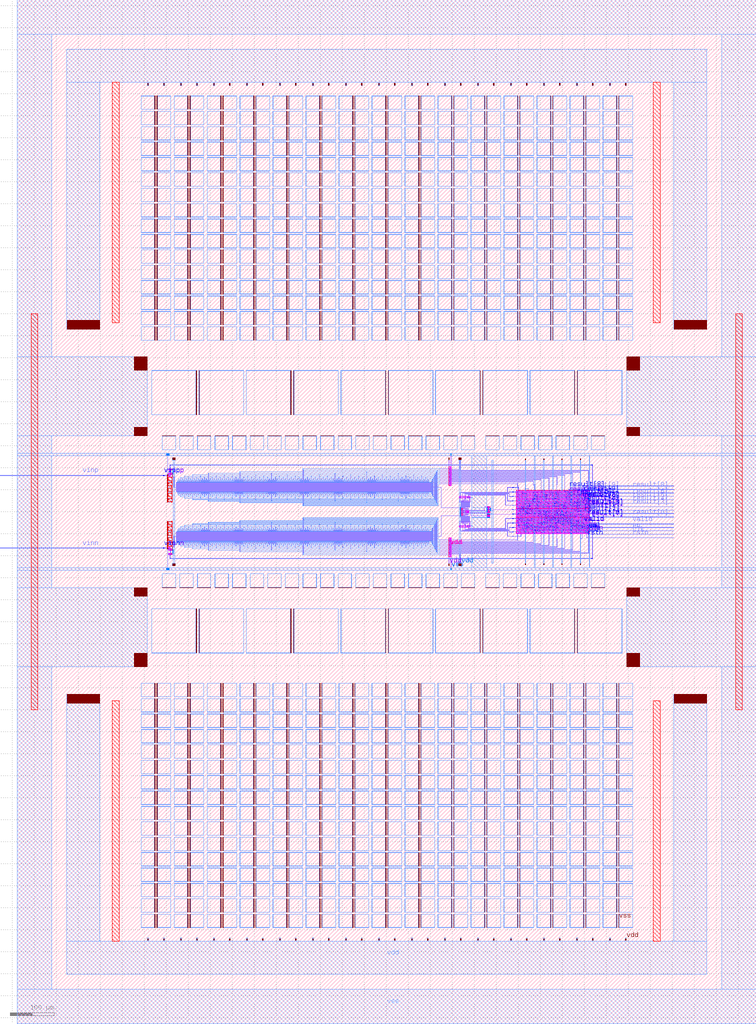
<source format=lef>
VERSION 5.7 ;
  NOWIREEXTENSIONATPIN ON ;
  DIVIDERCHAR "/" ;
  BUSBITCHARS "[]" ;
MACRO saradc
  CLASS BLOCK ;
  FOREIGN saradc ;
  ORIGIN 838.480 1163.700 ;
  SIZE 1679.800 BY 2327.400 ;
  PIN vss
    ANTENNADIFFAREA 703.663269 ;
    PORT
      LAYER Pwell ;
        RECT -494.560 94.725 -491.460 97.505 ;
        RECT -495.535 80.535 -491.455 87.615 ;
        RECT 145.205 59.240 147.395 102.660 ;
        RECT 295.490 43.000 462.670 46.520 ;
        RECT 364.880 42.865 367.795 43.000 ;
        RECT 403.520 42.865 406.435 43.000 ;
        RECT 431.245 42.865 434.160 43.000 ;
        RECT 327.920 38.680 330.835 38.815 ;
        RECT 448.605 38.680 451.520 38.815 ;
        RECT 295.490 35.160 462.670 38.680 ;
        RECT 351.440 35.025 354.355 35.160 ;
        RECT 399.600 35.025 402.515 35.160 ;
        RECT 440.205 35.025 443.120 35.160 ;
        RECT 165.715 31.815 190.995 34.895 ;
        RECT 326.240 30.840 329.155 30.975 ;
        RECT 372.720 30.840 375.635 30.975 ;
        RECT 440.765 30.840 443.680 30.975 ;
        RECT 295.490 27.320 462.670 30.840 ;
        RECT 348.640 27.185 351.555 27.320 ;
        RECT 448.605 23.000 451.520 23.135 ;
        RECT 295.490 19.480 462.670 23.000 ;
        RECT 302.035 19.355 308.065 19.480 ;
        RECT 398.480 19.345 401.395 19.480 ;
        RECT 372.720 15.160 375.635 15.295 ;
        RECT 413.600 15.160 416.515 15.295 ;
        RECT 448.605 15.160 451.520 15.295 ;
        RECT 295.490 11.640 462.670 15.160 ;
        RECT 180.815 -2.590 183.895 2.590 ;
        RECT 184.815 -1.790 187.895 1.790 ;
        RECT 229.175 -2.120 232.275 11.560 ;
        RECT 321.830 11.515 322.930 11.640 ;
        RECT 345.715 11.515 351.745 11.640 ;
        RECT 377.760 7.320 380.675 7.455 ;
        RECT 418.080 7.320 420.995 7.455 ;
        RECT 295.490 3.800 462.670 7.320 ;
        RECT 364.880 3.665 367.795 3.800 ;
        RECT 337.440 -0.520 340.355 -0.385 ;
        RECT 448.605 -0.520 451.520 -0.385 ;
        RECT 295.490 -4.040 462.670 -0.520 ;
        RECT 306.175 -4.165 312.205 -4.040 ;
        RECT 330.160 -8.360 333.075 -8.225 ;
        RECT 451.680 -8.360 454.595 -8.225 ;
        RECT 229.550 -12.550 232.330 -9.450 ;
        RECT 233.065 -12.550 235.845 -9.450 ;
        RECT 295.490 -11.880 462.670 -8.360 ;
        RECT 432.365 -12.015 435.280 -11.880 ;
        RECT 341.360 -16.200 344.275 -16.065 ;
        RECT 295.490 -19.720 462.670 -16.200 ;
        RECT 312.800 -19.855 315.715 -19.720 ;
        RECT 443.280 -19.855 446.195 -19.720 ;
        RECT 409.120 -24.040 412.035 -23.905 ;
        RECT 295.490 -27.560 462.670 -24.040 ;
        RECT 307.760 -27.695 310.675 -27.560 ;
        RECT 165.715 -34.895 190.995 -31.815 ;
        RECT 337.440 -31.880 340.355 -31.745 ;
        RECT 451.680 -31.880 454.595 -31.745 ;
        RECT 295.490 -35.400 462.670 -31.880 ;
        RECT 310.000 -35.535 312.915 -35.400 ;
        RECT 438.810 -35.525 442.590 -35.400 ;
        RECT 338.560 -39.720 341.475 -39.585 ;
        RECT 378.880 -39.720 381.795 -39.585 ;
        RECT 409.120 -39.720 412.035 -39.585 ;
        RECT 295.490 -43.240 462.670 -39.720 ;
        RECT 325.680 -43.375 328.595 -43.240 ;
        RECT 361.245 -43.375 364.160 -43.240 ;
        RECT 388.685 -43.375 391.600 -43.240 ;
        RECT 429.840 -43.375 432.755 -43.240 ;
        RECT 295.490 -49.750 462.670 -47.560 ;
        RECT -495.535 -87.615 -491.455 -80.535 ;
        RECT -494.560 -97.505 -491.460 -94.725 ;
        RECT 145.205 -102.660 147.395 -59.240 ;
      LAYER Metal1 ;
        RECT 146.625 127.660 147.865 132.620 ;
        RECT 146.665 101.860 147.825 127.660 ;
        RECT 145.775 101.520 147.825 101.860 ;
        RECT 146.665 98.815 147.825 101.520 ;
        RECT 146.015 98.585 147.825 98.815 ;
        RECT -494.375 96.630 -494.145 97.115 ;
        RECT -494.375 96.565 -492.575 96.630 ;
        RECT -494.525 96.400 -492.575 96.565 ;
        RECT 146.665 96.545 147.825 98.585 ;
        RECT -494.525 95.665 -494.145 96.400 ;
        RECT 146.015 96.315 147.825 96.545 ;
        RECT -494.375 95.115 -494.145 95.665 ;
        RECT 146.665 95.455 147.825 96.315 ;
        RECT 146.015 95.225 147.825 95.455 ;
        RECT 146.665 93.185 147.825 95.225 ;
        RECT 146.015 92.955 147.825 93.185 ;
        RECT 146.665 92.095 147.825 92.955 ;
        RECT 146.015 91.865 147.825 92.095 ;
        RECT 146.665 89.825 147.825 91.865 ;
        RECT 146.015 89.595 147.825 89.825 ;
        RECT 146.665 88.735 147.825 89.595 ;
        RECT 146.015 88.505 147.825 88.735 ;
        RECT -496.745 84.700 -496.365 85.370 ;
        RECT -495.350 84.700 -495.120 87.115 ;
        RECT 146.665 86.465 147.825 88.505 ;
        RECT 146.015 86.235 147.825 86.465 ;
        RECT 146.665 85.375 147.825 86.235 ;
        RECT 146.015 85.145 147.825 85.375 ;
        RECT -496.745 84.470 -492.560 84.700 ;
        RECT 146.665 83.105 147.825 85.145 ;
        RECT 146.015 82.875 147.825 83.105 ;
        RECT 146.665 82.015 147.825 82.875 ;
        RECT 146.015 81.785 147.825 82.015 ;
        RECT 146.665 79.745 147.825 81.785 ;
        RECT 146.015 79.515 147.825 79.745 ;
        RECT 146.665 78.655 147.825 79.515 ;
        RECT 146.015 78.425 147.825 78.655 ;
        RECT 146.665 76.385 147.825 78.425 ;
        RECT 146.015 76.155 147.825 76.385 ;
        RECT 146.665 75.295 147.825 76.155 ;
        RECT 146.015 75.065 147.825 75.295 ;
        RECT 146.665 73.025 147.825 75.065 ;
        RECT 146.015 72.795 147.825 73.025 ;
        RECT 146.665 71.935 147.825 72.795 ;
        RECT 146.015 71.705 147.825 71.935 ;
        RECT 146.665 69.665 147.825 71.705 ;
        RECT 146.015 69.435 147.825 69.665 ;
        RECT 146.665 68.575 147.825 69.435 ;
        RECT 146.015 68.345 147.825 68.575 ;
        RECT 146.665 66.305 147.825 68.345 ;
        RECT 146.015 66.075 147.825 66.305 ;
        RECT 146.665 65.215 147.825 66.075 ;
        RECT 146.015 64.985 147.825 65.215 ;
        RECT 146.665 62.945 147.825 64.985 ;
        RECT 146.015 62.715 147.825 62.945 ;
        RECT 146.665 60.380 147.825 62.715 ;
        RECT 145.775 60.040 147.825 60.380 ;
        RECT 146.665 59.670 147.825 60.040 ;
        RECT 296.290 45.060 296.630 45.950 ;
        RECT 299.310 45.060 299.650 45.525 ;
        RECT 301.550 45.060 301.890 45.525 ;
        RECT 303.790 45.060 304.130 45.525 ;
        RECT 306.030 45.060 306.370 45.525 ;
        RECT 308.270 45.060 308.610 45.525 ;
        RECT 310.510 45.060 310.850 45.525 ;
        RECT 312.750 45.060 313.090 45.525 ;
        RECT 315.350 45.060 315.690 45.945 ;
        RECT 316.830 45.060 317.170 45.525 ;
        RECT 319.070 45.060 319.410 45.525 ;
        RECT 321.310 45.060 321.650 45.525 ;
        RECT 323.550 45.060 323.890 45.525 ;
        RECT 325.790 45.060 326.130 45.525 ;
        RECT 328.030 45.060 328.370 45.525 ;
        RECT 330.270 45.060 330.610 45.525 ;
        RECT 331.445 45.060 331.675 45.855 ;
        RECT 334.390 45.060 334.730 45.945 ;
        RECT 335.710 45.060 336.050 45.525 ;
        RECT 337.950 45.060 338.290 45.525 ;
        RECT 340.190 45.060 340.530 45.525 ;
        RECT 342.430 45.060 342.770 45.525 ;
        RECT 344.670 45.060 345.010 45.525 ;
        RECT 346.910 45.060 347.250 45.525 ;
        RECT 349.150 45.060 349.490 45.525 ;
        RECT 349.925 45.060 350.155 45.855 ;
        RECT 353.430 45.060 353.770 45.945 ;
        RECT 354.350 45.060 354.690 45.525 ;
        RECT 356.590 45.060 356.930 45.525 ;
        RECT 358.830 45.060 359.170 45.525 ;
        RECT 361.070 45.060 361.410 45.525 ;
        RECT 363.310 45.060 363.650 45.525 ;
        RECT 365.550 45.060 365.890 45.525 ;
        RECT 367.790 45.060 368.130 45.525 ;
        RECT 368.965 45.060 369.195 45.855 ;
        RECT 372.470 45.060 372.810 45.945 ;
        RECT 373.790 45.060 374.130 45.525 ;
        RECT 376.030 45.060 376.370 45.525 ;
        RECT 378.270 45.060 378.610 45.525 ;
        RECT 380.510 45.060 380.850 45.525 ;
        RECT 382.750 45.060 383.090 45.525 ;
        RECT 384.990 45.060 385.330 45.525 ;
        RECT 387.230 45.060 387.570 45.525 ;
        RECT 391.510 45.060 391.850 45.945 ;
        RECT 392.830 45.060 393.170 45.525 ;
        RECT 395.070 45.060 395.410 45.525 ;
        RECT 397.310 45.060 397.650 45.525 ;
        RECT 399.550 45.060 399.890 45.525 ;
        RECT 401.790 45.060 402.130 45.525 ;
        RECT 404.030 45.060 404.370 45.525 ;
        RECT 406.270 45.060 406.610 45.525 ;
        RECT 410.550 45.060 410.890 45.945 ;
        RECT 411.470 45.060 411.810 45.525 ;
        RECT 413.710 45.060 414.050 45.525 ;
        RECT 415.950 45.060 416.290 45.525 ;
        RECT 418.190 45.060 418.530 45.525 ;
        RECT 420.430 45.060 420.770 45.525 ;
        RECT 422.670 45.060 423.010 45.525 ;
        RECT 424.910 45.060 425.250 45.525 ;
        RECT 426.085 45.060 426.315 45.705 ;
        RECT 428.325 45.060 428.555 45.850 ;
        RECT 429.590 45.060 429.930 45.945 ;
        RECT 430.910 45.060 431.250 45.525 ;
        RECT 433.150 45.060 433.490 45.525 ;
        RECT 435.390 45.060 435.730 45.525 ;
        RECT 437.630 45.060 437.970 45.525 ;
        RECT 439.870 45.060 440.210 45.525 ;
        RECT 442.110 45.060 442.450 45.525 ;
        RECT 444.350 45.060 444.690 45.525 ;
        RECT 448.630 45.060 448.970 45.945 ;
        RECT 449.605 45.060 449.835 45.830 ;
        RECT 451.845 45.060 452.075 45.830 ;
        RECT 454.085 45.060 454.315 45.830 ;
        RECT 456.325 45.060 456.555 45.830 ;
        RECT 458.565 45.060 458.795 45.855 ;
        RECT 461.530 45.060 461.870 45.950 ;
        RECT 295.920 44.460 463.040 45.060 ;
        RECT 296.290 43.570 296.630 44.460 ;
        RECT 297.630 43.995 297.970 44.460 ;
        RECT 299.870 43.995 300.210 44.460 ;
        RECT 302.110 43.995 302.450 44.460 ;
        RECT 304.350 43.995 304.690 44.460 ;
        RECT 306.590 43.995 306.930 44.460 ;
        RECT 308.830 43.995 309.170 44.460 ;
        RECT 311.070 43.995 311.410 44.460 ;
        RECT 313.365 43.720 313.595 44.460 ;
        RECT 315.605 43.720 315.835 44.460 ;
        RECT 320.805 43.690 321.035 44.460 ;
        RECT 323.045 43.690 323.275 44.460 ;
        RECT 325.285 43.690 325.515 44.460 ;
        RECT 327.525 43.690 327.755 44.460 ;
        RECT 329.765 43.665 329.995 44.460 ;
        RECT 334.645 43.600 334.875 44.460 ;
        RECT 335.510 43.575 335.850 44.460 ;
        RECT 337.660 43.935 337.890 44.460 ;
        RECT 340.140 43.910 340.370 44.460 ;
        RECT 343.425 43.895 343.655 44.460 ;
        RECT 345.445 43.665 345.675 44.460 ;
        RECT 349.365 43.600 349.595 44.460 ;
        RECT 352.905 43.895 353.135 44.460 ;
        RECT 356.590 43.710 356.935 44.460 ;
        RECT 358.450 43.685 358.790 44.460 ;
        RECT 363.710 43.845 364.050 44.460 ;
        RECT 369.350 43.630 369.580 44.460 ;
        RECT 372.595 43.885 372.935 44.460 ;
        RECT 374.710 43.575 375.050 44.460 ;
        RECT 376.910 43.910 377.140 44.460 ;
        RECT 379.390 43.935 379.620 44.460 ;
        RECT 380.890 43.710 381.230 44.460 ;
        RECT 383.130 43.665 383.470 44.460 ;
        RECT 385.270 44.035 385.500 44.460 ;
        RECT 389.350 43.855 389.580 44.460 ;
        RECT 391.365 43.720 391.595 44.460 ;
        RECT 395.230 43.710 395.575 44.460 ;
        RECT 397.090 43.685 397.430 44.460 ;
        RECT 402.350 43.845 402.690 44.460 ;
        RECT 407.990 43.630 408.220 44.460 ;
        RECT 411.235 43.885 411.575 44.460 ;
        RECT 413.910 43.575 414.250 44.460 ;
        RECT 415.265 43.995 415.495 44.460 ;
        RECT 418.645 43.995 418.875 44.460 ;
        RECT 419.745 43.995 419.975 44.460 ;
        RECT 423.125 43.995 423.355 44.460 ;
        RECT 426.105 43.885 426.445 44.460 ;
        RECT 429.460 43.630 429.690 44.460 ;
        RECT 434.990 43.845 435.330 44.460 ;
        RECT 440.250 43.685 440.590 44.460 ;
        RECT 442.105 43.710 442.450 44.460 ;
        RECT 444.005 43.815 444.235 44.460 ;
        RECT 446.245 43.670 446.475 44.460 ;
        RECT 449.605 43.665 449.835 44.460 ;
        RECT 453.110 43.575 453.450 44.460 ;
        RECT 454.085 43.675 454.315 44.460 ;
        RECT 456.325 43.675 456.555 44.460 ;
        RECT 458.565 43.665 458.795 44.460 ;
        RECT 461.530 43.570 461.870 44.460 ;
        RECT 296.290 37.220 296.630 38.110 ;
        RECT 297.630 37.220 297.970 37.685 ;
        RECT 299.870 37.220 300.210 37.685 ;
        RECT 302.110 37.220 302.450 37.685 ;
        RECT 304.350 37.220 304.690 37.685 ;
        RECT 306.590 37.220 306.930 37.685 ;
        RECT 308.830 37.220 309.170 37.685 ;
        RECT 311.070 37.220 311.410 37.685 ;
        RECT 315.910 37.220 316.250 38.105 ;
        RECT 319.630 37.220 319.975 37.970 ;
        RECT 321.490 37.220 321.830 37.995 ;
        RECT 326.750 37.220 327.090 37.835 ;
        RECT 332.390 37.220 332.620 38.050 ;
        RECT 335.635 37.220 335.975 37.795 ;
        RECT 337.985 37.220 338.215 37.685 ;
        RECT 341.365 37.220 341.595 37.685 ;
        RECT 344.325 37.220 344.555 37.990 ;
        RECT 346.565 37.220 346.795 37.990 ;
        RECT 348.805 37.220 349.035 37.990 ;
        RECT 351.045 37.220 351.275 37.990 ;
        RECT 355.110 37.220 355.450 38.105 ;
        RECT 356.085 37.220 356.315 38.005 ;
        RECT 358.325 37.220 358.555 38.005 ;
        RECT 362.085 37.220 362.315 37.960 ;
        RECT 362.870 37.220 363.100 37.645 ;
        RECT 366.950 37.220 367.180 37.825 ;
        RECT 367.845 37.220 368.075 37.965 ;
        RECT 370.085 37.220 370.315 37.965 ;
        RECT 372.325 37.220 372.555 37.965 ;
        RECT 374.565 37.220 374.795 37.965 ;
        RECT 376.805 37.220 377.035 37.965 ;
        RECT 379.045 37.220 379.275 37.965 ;
        RECT 381.285 37.220 381.515 37.965 ;
        RECT 383.525 37.220 383.755 37.965 ;
        RECT 386.990 37.220 387.220 37.770 ;
        RECT 389.470 37.220 389.700 37.745 ;
        RECT 390.245 37.220 390.475 37.960 ;
        RECT 394.310 37.220 394.650 38.105 ;
        RECT 395.285 37.220 395.515 37.990 ;
        RECT 397.525 37.220 397.755 37.990 ;
        RECT 399.765 37.220 399.995 37.990 ;
        RECT 402.005 37.220 402.235 37.990 ;
        RECT 404.190 37.220 404.530 37.685 ;
        RECT 406.430 37.220 406.770 37.685 ;
        RECT 408.670 37.220 409.010 37.685 ;
        RECT 410.910 37.220 411.250 37.685 ;
        RECT 413.150 37.220 413.490 37.685 ;
        RECT 415.390 37.220 415.730 37.685 ;
        RECT 417.630 37.220 417.970 37.685 ;
        RECT 419.150 37.220 419.490 37.685 ;
        RECT 421.390 37.220 421.730 37.685 ;
        RECT 423.630 37.220 423.970 37.685 ;
        RECT 425.870 37.220 426.210 37.685 ;
        RECT 428.110 37.220 428.450 37.685 ;
        RECT 430.350 37.220 430.690 37.685 ;
        RECT 432.590 37.220 432.930 37.685 ;
        RECT 433.510 37.220 433.850 38.105 ;
        RECT 434.865 37.220 435.095 37.685 ;
        RECT 438.245 37.220 438.475 37.685 ;
        RECT 438.965 37.220 439.195 37.865 ;
        RECT 441.205 37.220 441.435 38.010 ;
        RECT 443.465 37.220 443.805 37.795 ;
        RECT 446.820 37.220 447.050 38.050 ;
        RECT 452.350 37.220 452.690 37.835 ;
        RECT 457.610 37.220 457.950 37.995 ;
        RECT 459.465 37.220 459.810 37.970 ;
        RECT 461.530 37.220 461.870 38.110 ;
        RECT 295.920 36.620 463.040 37.220 ;
        RECT 296.290 35.730 296.630 36.620 ;
        RECT 297.630 36.155 297.970 36.620 ;
        RECT 299.870 36.155 300.210 36.620 ;
        RECT 302.110 36.155 302.450 36.620 ;
        RECT 304.350 36.155 304.690 36.620 ;
        RECT 306.590 36.155 306.930 36.620 ;
        RECT 308.830 36.155 309.170 36.620 ;
        RECT 311.070 36.155 311.410 36.620 ;
        RECT 311.845 35.875 312.075 36.620 ;
        RECT 314.085 35.875 314.315 36.620 ;
        RECT 316.325 35.875 316.555 36.620 ;
        RECT 318.565 35.875 318.795 36.620 ;
        RECT 320.805 35.875 321.035 36.620 ;
        RECT 323.045 35.875 323.275 36.620 ;
        RECT 325.285 35.875 325.515 36.620 ;
        RECT 327.525 35.875 327.755 36.620 ;
        RECT 329.765 35.835 329.995 36.620 ;
        RECT 332.005 35.835 332.235 36.620 ;
        RECT 335.510 35.735 335.850 36.620 ;
        RECT 336.885 35.830 337.115 36.620 ;
        RECT 339.125 35.975 339.355 36.620 ;
        RECT 343.150 35.870 343.495 36.620 ;
        RECT 345.010 35.845 345.350 36.620 ;
        RECT 350.270 36.005 350.610 36.620 ;
        RECT 355.910 35.790 356.140 36.620 ;
        RECT 359.155 36.045 359.495 36.620 ;
        RECT 361.190 36.195 361.420 36.620 ;
        RECT 365.270 36.015 365.500 36.620 ;
        RECT 366.165 35.835 366.395 36.620 ;
        RECT 368.405 35.835 368.635 36.620 ;
        RECT 370.645 35.825 370.875 36.620 ;
        RECT 374.710 35.735 375.050 36.620 ;
        RECT 375.685 35.835 375.915 36.620 ;
        RECT 377.925 35.835 378.155 36.620 ;
        RECT 380.165 35.825 380.395 36.620 ;
        RECT 384.260 36.015 384.490 36.620 ;
        RECT 388.340 36.195 388.570 36.620 ;
        RECT 391.310 35.870 391.655 36.620 ;
        RECT 393.170 35.845 393.510 36.620 ;
        RECT 398.430 36.005 398.770 36.620 ;
        RECT 404.070 35.790 404.300 36.620 ;
        RECT 407.315 36.045 407.655 36.620 ;
        RECT 411.525 35.825 411.755 36.620 ;
        RECT 413.910 35.735 414.250 36.620 ;
        RECT 416.110 36.070 416.340 36.620 ;
        RECT 418.590 36.095 418.820 36.620 ;
        RECT 419.310 36.155 419.650 36.620 ;
        RECT 421.550 36.155 421.890 36.620 ;
        RECT 423.790 36.155 424.130 36.620 ;
        RECT 426.030 36.155 426.370 36.620 ;
        RECT 428.270 36.155 428.610 36.620 ;
        RECT 430.510 36.155 430.850 36.620 ;
        RECT 432.750 36.155 433.090 36.620 ;
        RECT 435.065 36.045 435.405 36.620 ;
        RECT 438.420 35.790 438.650 36.620 ;
        RECT 443.950 36.005 444.290 36.620 ;
        RECT 449.210 35.845 449.550 36.620 ;
        RECT 451.065 35.870 451.410 36.620 ;
        RECT 453.110 35.735 453.450 36.620 ;
        RECT 456.325 35.835 456.555 36.620 ;
        RECT 458.565 35.835 458.795 36.620 ;
        RECT 461.530 35.730 461.870 36.620 ;
        RECT 165.900 33.805 166.130 34.355 ;
        RECT 190.580 33.805 190.810 34.355 ;
        RECT 165.825 32.905 166.205 33.805 ;
        RECT 165.900 32.355 166.130 32.905 ;
        RECT 167.390 32.555 167.620 33.790 ;
        RECT 168.990 32.555 169.220 33.790 ;
        RECT 174.190 32.555 174.420 33.790 ;
        RECT 179.190 32.555 179.420 33.790 ;
        RECT 183.490 32.555 183.720 33.790 ;
        RECT 185.090 32.555 185.320 33.790 ;
        RECT 186.690 32.555 186.920 33.790 ;
        RECT 188.290 32.555 188.520 33.790 ;
        RECT 189.890 32.555 190.120 33.790 ;
        RECT 190.505 32.905 190.885 33.805 ;
        RECT 167.315 31.655 167.695 32.555 ;
        RECT 168.915 31.655 169.295 32.555 ;
        RECT 174.115 31.655 174.495 32.555 ;
        RECT 179.115 31.655 179.495 32.555 ;
        RECT 183.415 31.655 183.795 32.555 ;
        RECT 185.015 31.655 185.395 32.555 ;
        RECT 186.615 31.655 186.995 32.555 ;
        RECT 188.215 31.655 188.595 32.555 ;
        RECT 189.815 31.655 190.195 32.555 ;
        RECT 190.580 32.355 190.810 32.905 ;
        RECT 296.290 29.380 296.630 30.270 ;
        RECT 297.285 29.380 297.515 30.165 ;
        RECT 299.525 29.380 299.755 30.165 ;
        RECT 303.845 29.380 304.075 30.120 ;
        RECT 304.565 29.380 304.795 30.150 ;
        RECT 306.805 29.380 307.035 30.150 ;
        RECT 309.045 29.380 309.275 30.150 ;
        RECT 311.285 29.380 311.515 30.150 ;
        RECT 313.525 29.380 313.755 30.175 ;
        RECT 315.910 29.380 316.250 30.265 ;
        RECT 317.950 29.380 318.295 30.130 ;
        RECT 319.810 29.380 320.150 30.155 ;
        RECT 325.070 29.380 325.410 29.995 ;
        RECT 330.710 29.380 330.940 30.210 ;
        RECT 333.955 29.380 334.295 29.955 ;
        RECT 336.305 29.380 336.535 29.845 ;
        RECT 339.685 29.380 339.915 29.845 ;
        RECT 344.885 29.380 345.115 30.175 ;
        RECT 350.325 29.380 350.555 30.120 ;
        RECT 351.045 29.380 351.275 30.175 ;
        RECT 355.110 29.380 355.450 30.265 ;
        RECT 356.085 29.380 356.315 30.175 ;
        RECT 361.470 29.380 361.810 30.005 ;
        RECT 364.430 29.380 364.775 30.130 ;
        RECT 366.290 29.380 366.630 30.155 ;
        RECT 371.550 29.380 371.890 29.995 ;
        RECT 377.190 29.380 377.420 30.210 ;
        RECT 380.435 29.380 380.775 29.955 ;
        RECT 382.580 29.380 382.810 29.985 ;
        RECT 386.660 29.380 386.890 29.805 ;
        RECT 388.745 29.380 388.975 29.945 ;
        RECT 390.805 29.380 391.035 30.175 ;
        RECT 394.310 29.380 394.650 30.265 ;
        RECT 395.285 29.380 395.515 30.150 ;
        RECT 397.525 29.380 397.755 30.150 ;
        RECT 399.765 29.380 399.995 30.150 ;
        RECT 402.005 29.380 402.235 30.150 ;
        RECT 404.245 29.380 404.475 30.165 ;
        RECT 406.485 29.380 406.715 30.165 ;
        RECT 410.570 29.380 410.910 30.130 ;
        RECT 412.810 29.380 413.150 30.175 ;
        RECT 416.785 29.380 417.015 29.945 ;
        RECT 419.150 29.380 419.490 29.845 ;
        RECT 421.390 29.380 421.730 29.845 ;
        RECT 423.630 29.380 423.970 29.845 ;
        RECT 425.870 29.380 426.210 29.845 ;
        RECT 428.110 29.380 428.450 29.845 ;
        RECT 430.350 29.380 430.690 29.845 ;
        RECT 432.590 29.380 432.930 29.845 ;
        RECT 433.510 29.380 433.850 30.265 ;
        RECT 435.625 29.380 435.965 29.955 ;
        RECT 438.980 29.380 439.210 30.210 ;
        RECT 444.510 29.380 444.850 29.995 ;
        RECT 449.770 29.380 450.110 30.155 ;
        RECT 451.625 29.380 451.970 30.130 ;
        RECT 454.990 29.380 455.330 30.005 ;
        RECT 459.470 29.380 459.810 30.005 ;
        RECT 461.530 29.380 461.870 30.270 ;
        RECT 295.920 28.780 463.040 29.380 ;
        RECT 296.290 27.890 296.630 28.780 ;
        RECT 297.230 28.315 297.570 28.780 ;
        RECT 299.470 28.315 299.810 28.780 ;
        RECT 301.710 28.315 302.050 28.780 ;
        RECT 303.950 28.315 304.290 28.780 ;
        RECT 306.190 28.315 306.530 28.780 ;
        RECT 308.430 28.315 308.770 28.780 ;
        RECT 310.670 28.315 311.010 28.780 ;
        RECT 311.845 27.995 312.075 28.780 ;
        RECT 314.085 27.995 314.315 28.780 ;
        RECT 318.225 28.215 318.455 28.780 ;
        RECT 321.765 27.920 321.995 28.780 ;
        RECT 322.485 27.995 322.715 28.780 ;
        RECT 324.725 27.995 324.955 28.780 ;
        RECT 326.965 27.985 327.195 28.780 ;
        RECT 332.110 28.230 332.340 28.780 ;
        RECT 334.590 28.255 334.820 28.780 ;
        RECT 335.510 27.895 335.850 28.780 ;
        RECT 340.350 28.030 340.695 28.780 ;
        RECT 342.210 28.005 342.550 28.780 ;
        RECT 347.470 28.165 347.810 28.780 ;
        RECT 353.110 27.950 353.340 28.780 ;
        RECT 356.355 28.205 356.695 28.780 ;
        RECT 358.325 27.995 358.555 28.780 ;
        RECT 360.565 27.995 360.795 28.780 ;
        RECT 364.145 28.215 364.375 28.780 ;
        RECT 366.165 27.985 366.395 28.780 ;
        RECT 370.485 28.040 370.715 28.780 ;
        RECT 371.205 27.985 371.435 28.780 ;
        RECT 374.710 27.895 375.050 28.780 ;
        RECT 375.685 27.985 375.915 28.780 ;
        RECT 378.650 28.030 378.990 28.780 ;
        RECT 380.890 27.985 381.230 28.780 ;
        RECT 382.965 27.995 383.195 28.780 ;
        RECT 385.205 27.995 385.435 28.780 ;
        RECT 389.865 28.215 390.095 28.780 ;
        RECT 391.925 28.010 392.155 28.780 ;
        RECT 394.165 28.010 394.395 28.780 ;
        RECT 396.405 28.010 396.635 28.780 ;
        RECT 398.645 28.010 398.875 28.780 ;
        RECT 400.885 27.995 401.115 28.780 ;
        RECT 403.125 27.995 403.355 28.780 ;
        RECT 405.365 27.985 405.595 28.780 ;
        RECT 408.330 28.030 408.670 28.780 ;
        RECT 410.570 27.985 410.910 28.780 ;
        RECT 413.910 27.895 414.250 28.780 ;
        RECT 416.110 28.230 416.340 28.780 ;
        RECT 418.590 28.255 418.820 28.780 ;
        RECT 419.745 28.315 419.975 28.780 ;
        RECT 423.125 28.315 423.355 28.780 ;
        RECT 423.790 28.315 424.130 28.780 ;
        RECT 426.030 28.315 426.370 28.780 ;
        RECT 428.270 28.315 428.610 28.780 ;
        RECT 430.510 28.315 430.850 28.780 ;
        RECT 432.750 28.315 433.090 28.780 ;
        RECT 434.990 28.315 435.330 28.780 ;
        RECT 437.230 28.315 437.570 28.780 ;
        RECT 438.350 28.315 438.690 28.780 ;
        RECT 440.590 28.315 440.930 28.780 ;
        RECT 442.830 28.315 443.170 28.780 ;
        RECT 445.070 28.315 445.410 28.780 ;
        RECT 447.310 28.315 447.650 28.780 ;
        RECT 449.550 28.315 449.890 28.780 ;
        RECT 451.790 28.315 452.130 28.780 ;
        RECT 453.110 27.895 453.450 28.780 ;
        RECT 454.085 28.135 454.315 28.780 ;
        RECT 456.325 27.990 456.555 28.780 ;
        RECT 458.910 28.155 459.250 28.780 ;
        RECT 461.530 27.890 461.870 28.780 ;
        RECT 296.290 21.540 296.630 22.430 ;
        RECT 297.285 21.540 297.515 22.285 ;
        RECT 299.525 21.540 299.755 22.285 ;
        RECT 301.765 21.540 301.995 22.285 ;
        RECT 304.005 21.540 304.235 22.285 ;
        RECT 306.245 21.540 306.475 22.285 ;
        RECT 308.485 21.540 308.715 22.285 ;
        RECT 310.725 21.540 310.955 22.285 ;
        RECT 312.965 21.540 313.195 22.285 ;
        RECT 315.910 21.540 316.250 22.425 ;
        RECT 316.885 21.540 317.115 22.310 ;
        RECT 319.125 21.540 319.355 22.310 ;
        RECT 321.365 21.540 321.595 22.310 ;
        RECT 323.605 21.540 323.835 22.310 ;
        RECT 325.845 21.540 326.075 22.325 ;
        RECT 328.085 21.540 328.315 22.325 ;
        RECT 330.325 21.540 330.555 22.335 ;
        RECT 333.525 21.540 333.755 22.330 ;
        RECT 335.765 21.540 335.995 22.185 ;
        RECT 338.725 21.540 338.955 22.325 ;
        RECT 340.965 21.540 341.195 22.325 ;
        RECT 344.725 21.540 344.955 22.280 ;
        RECT 345.825 21.540 346.055 22.005 ;
        RECT 349.205 21.540 349.435 22.005 ;
        RECT 352.165 21.540 352.395 22.335 ;
        RECT 355.110 21.540 355.450 22.425 ;
        RECT 356.085 21.540 356.315 22.285 ;
        RECT 358.325 21.540 358.555 22.285 ;
        RECT 360.565 21.540 360.795 22.285 ;
        RECT 362.805 21.540 363.035 22.285 ;
        RECT 365.045 21.540 365.275 22.285 ;
        RECT 367.285 21.540 367.515 22.285 ;
        RECT 369.525 21.540 369.755 22.285 ;
        RECT 371.765 21.540 371.995 22.285 ;
        RECT 374.005 21.540 374.235 22.310 ;
        RECT 376.245 21.540 376.475 22.310 ;
        RECT 378.485 21.540 378.715 22.310 ;
        RECT 380.725 21.540 380.955 22.310 ;
        RECT 384.710 21.540 384.940 21.965 ;
        RECT 388.790 21.540 389.020 22.145 ;
        RECT 389.685 21.540 389.915 22.280 ;
        RECT 391.925 21.540 392.155 22.335 ;
        RECT 394.310 21.540 394.650 22.425 ;
        RECT 395.285 21.540 395.515 22.285 ;
        RECT 397.525 21.540 397.755 22.285 ;
        RECT 399.765 21.540 399.995 22.285 ;
        RECT 402.005 21.540 402.235 22.285 ;
        RECT 404.245 21.540 404.475 22.285 ;
        RECT 406.485 21.540 406.715 22.285 ;
        RECT 408.725 21.540 408.955 22.285 ;
        RECT 410.965 21.540 411.195 22.285 ;
        RECT 413.205 21.540 413.435 22.325 ;
        RECT 415.445 21.540 415.675 22.325 ;
        RECT 419.545 21.540 419.775 22.105 ;
        RECT 422.945 21.540 423.175 22.105 ;
        RECT 426.250 21.540 426.590 22.290 ;
        RECT 428.490 21.540 428.830 22.335 ;
        RECT 433.510 21.540 433.850 22.425 ;
        RECT 435.825 21.540 436.055 22.105 ;
        RECT 438.405 21.540 438.635 22.185 ;
        RECT 440.645 21.540 440.875 22.330 ;
        RECT 443.465 21.540 443.805 22.115 ;
        RECT 446.820 21.540 447.050 22.370 ;
        RECT 452.350 21.540 452.690 22.155 ;
        RECT 457.610 21.540 457.950 22.315 ;
        RECT 459.465 21.540 459.810 22.290 ;
        RECT 461.530 21.540 461.870 22.430 ;
        RECT 295.920 20.940 463.040 21.540 ;
        RECT 296.290 20.050 296.630 20.940 ;
        RECT 298.520 20.475 298.750 20.940 ;
        RECT 300.305 20.190 300.645 20.940 ;
        RECT 309.405 20.165 309.745 20.940 ;
        RECT 313.710 20.165 314.050 20.940 ;
        RECT 315.550 20.190 315.890 20.940 ;
        RECT 317.445 20.155 317.675 20.940 ;
        RECT 319.685 20.155 319.915 20.940 ;
        RECT 323.045 20.475 323.275 20.940 ;
        RECT 326.425 20.475 326.655 20.940 ;
        RECT 327.525 20.155 327.755 20.940 ;
        RECT 329.765 20.155 329.995 20.940 ;
        RECT 332.005 20.145 332.235 20.940 ;
        RECT 335.510 20.055 335.850 20.940 ;
        RECT 336.485 20.195 336.715 20.940 ;
        RECT 338.725 20.195 338.955 20.940 ;
        RECT 340.965 20.195 341.195 20.940 ;
        RECT 343.205 20.195 343.435 20.940 ;
        RECT 345.445 20.195 345.675 20.940 ;
        RECT 347.685 20.195 347.915 20.940 ;
        RECT 349.925 20.195 350.155 20.940 ;
        RECT 352.165 20.195 352.395 20.940 ;
        RECT 354.405 20.170 354.635 20.940 ;
        RECT 356.645 20.170 356.875 20.940 ;
        RECT 358.885 20.170 359.115 20.940 ;
        RECT 361.125 20.170 361.355 20.940 ;
        RECT 366.385 20.375 366.615 20.940 ;
        RECT 369.925 20.200 370.155 20.940 ;
        RECT 370.645 20.145 370.875 20.940 ;
        RECT 374.710 20.055 375.050 20.940 ;
        RECT 375.685 20.155 375.915 20.940 ;
        RECT 377.925 20.155 378.155 20.940 ;
        RECT 381.460 20.335 381.690 20.940 ;
        RECT 385.540 20.515 385.770 20.940 ;
        RECT 386.325 20.145 386.555 20.940 ;
        RECT 390.190 20.190 390.535 20.940 ;
        RECT 392.050 20.165 392.390 20.940 ;
        RECT 397.310 20.325 397.650 20.940 ;
        RECT 402.950 20.110 403.180 20.940 ;
        RECT 406.195 20.365 406.535 20.940 ;
        RECT 408.165 20.155 408.395 20.940 ;
        RECT 410.405 20.155 410.635 20.940 ;
        RECT 413.910 20.055 414.250 20.940 ;
        RECT 415.285 20.150 415.515 20.940 ;
        RECT 417.525 20.295 417.755 20.940 ;
        RECT 418.245 20.155 418.475 20.940 ;
        RECT 420.485 20.155 420.715 20.940 ;
        RECT 422.725 20.145 422.955 20.940 ;
        RECT 425.525 20.295 425.755 20.940 ;
        RECT 427.765 20.150 427.995 20.940 ;
        RECT 430.670 20.390 430.900 20.940 ;
        RECT 433.150 20.415 433.380 20.940 ;
        RECT 433.925 20.475 434.155 20.940 ;
        RECT 437.305 20.475 437.535 20.940 ;
        RECT 438.350 20.475 438.690 20.940 ;
        RECT 440.590 20.475 440.930 20.940 ;
        RECT 442.830 20.475 443.170 20.940 ;
        RECT 445.070 20.475 445.410 20.940 ;
        RECT 447.310 20.475 447.650 20.940 ;
        RECT 449.550 20.475 449.890 20.940 ;
        RECT 451.790 20.475 452.130 20.940 ;
        RECT 453.110 20.055 453.450 20.940 ;
        RECT 454.085 20.145 454.315 20.940 ;
        RECT 457.050 20.190 457.390 20.940 ;
        RECT 459.290 20.145 459.630 20.940 ;
        RECT 461.530 20.050 461.870 20.940 ;
        RECT 296.290 13.700 296.630 14.590 ;
        RECT 297.630 13.700 297.970 14.165 ;
        RECT 299.870 13.700 300.210 14.165 ;
        RECT 302.110 13.700 302.450 14.165 ;
        RECT 304.350 13.700 304.690 14.165 ;
        RECT 306.590 13.700 306.930 14.165 ;
        RECT 308.830 13.700 309.170 14.165 ;
        RECT 311.070 13.700 311.410 14.165 ;
        RECT 315.910 13.700 316.250 14.585 ;
        RECT 316.885 13.700 317.115 14.495 ;
        RECT 319.685 13.700 319.915 14.345 ;
        RECT 321.925 13.700 322.155 14.490 ;
        RECT 325.125 13.700 325.355 14.490 ;
        RECT 327.365 13.700 327.595 14.345 ;
        RECT 328.085 13.700 328.315 14.470 ;
        RECT 330.325 13.700 330.555 14.470 ;
        RECT 332.565 13.700 332.795 14.470 ;
        RECT 334.805 13.700 335.035 14.470 ;
        RECT 337.045 13.700 337.275 14.485 ;
        RECT 339.285 13.700 339.515 14.485 ;
        RECT 341.525 13.700 341.755 14.165 ;
        RECT 344.905 13.700 345.135 14.165 ;
        RECT 346.005 13.700 346.235 14.470 ;
        RECT 348.245 13.700 348.475 14.470 ;
        RECT 350.485 13.700 350.715 14.470 ;
        RECT 352.725 13.700 352.955 14.470 ;
        RECT 355.110 13.700 355.450 14.585 ;
        RECT 356.085 13.700 356.315 14.485 ;
        RECT 358.325 13.700 358.555 14.485 ;
        RECT 360.565 13.700 360.795 14.495 ;
        RECT 364.430 13.700 364.775 14.450 ;
        RECT 366.290 13.700 366.630 14.475 ;
        RECT 371.550 13.700 371.890 14.315 ;
        RECT 377.190 13.700 377.420 14.530 ;
        RECT 380.435 13.700 380.775 14.275 ;
        RECT 382.405 13.700 382.635 14.470 ;
        RECT 384.645 13.700 384.875 14.470 ;
        RECT 386.885 13.700 387.115 14.470 ;
        RECT 389.125 13.700 389.355 14.470 ;
        RECT 394.310 13.700 394.650 14.585 ;
        RECT 396.625 13.700 396.855 14.265 ;
        RECT 398.710 13.700 398.940 14.125 ;
        RECT 402.790 13.700 403.020 14.305 ;
        RECT 405.310 13.700 405.655 14.450 ;
        RECT 407.170 13.700 407.510 14.475 ;
        RECT 412.430 13.700 412.770 14.315 ;
        RECT 418.070 13.700 418.300 14.530 ;
        RECT 421.315 13.700 421.655 14.275 ;
        RECT 423.450 13.700 423.790 14.450 ;
        RECT 425.690 13.700 426.030 14.495 ;
        RECT 429.105 13.700 429.335 14.265 ;
        RECT 431.125 13.700 431.355 14.495 ;
        RECT 433.510 13.700 433.850 14.585 ;
        RECT 434.485 13.700 434.715 14.165 ;
        RECT 437.865 13.700 438.095 14.165 ;
        RECT 438.965 13.700 439.195 14.495 ;
        RECT 443.465 13.700 443.805 14.275 ;
        RECT 446.820 13.700 447.050 14.530 ;
        RECT 452.350 13.700 452.690 14.315 ;
        RECT 457.610 13.700 457.950 14.475 ;
        RECT 459.465 13.700 459.810 14.450 ;
        RECT 461.530 13.700 461.870 14.590 ;
        RECT 295.920 13.100 463.040 13.700 ;
        RECT 296.290 12.210 296.630 13.100 ;
        RECT 297.285 12.315 297.515 13.100 ;
        RECT 299.525 12.315 299.755 13.100 ;
        RECT 301.765 12.305 301.995 13.100 ;
        RECT 309.065 12.635 309.295 13.100 ;
        RECT 311.230 12.640 311.570 13.100 ;
        RECT 313.470 12.640 313.810 13.100 ;
        RECT 316.810 12.640 317.150 13.100 ;
        RECT 319.570 12.640 319.910 13.100 ;
        RECT 328.085 12.470 328.315 13.100 ;
        RECT 329.205 12.315 329.435 13.100 ;
        RECT 331.445 12.315 331.675 13.100 ;
        RECT 335.510 12.215 335.850 13.100 ;
        RECT 336.485 12.315 336.715 13.100 ;
        RECT 338.725 12.315 338.955 13.100 ;
        RECT 342.200 12.635 342.430 13.100 ;
        RECT 343.985 12.350 344.325 13.100 ;
        RECT 353.085 12.325 353.425 13.100 ;
        RECT 357.390 12.325 357.730 13.100 ;
        RECT 359.230 12.350 359.570 13.100 ;
        RECT 361.125 12.315 361.355 13.100 ;
        RECT 363.365 12.315 363.595 13.100 ;
        RECT 368.190 12.475 368.530 13.100 ;
        RECT 371.550 12.475 371.890 13.100 ;
        RECT 374.710 12.215 375.050 13.100 ;
        RECT 375.685 12.315 375.915 13.100 ;
        RECT 377.925 12.315 378.155 13.100 ;
        RECT 380.165 12.305 380.395 13.100 ;
        RECT 383.690 12.350 384.030 13.100 ;
        RECT 385.930 12.305 386.270 13.100 ;
        RECT 389.470 12.475 389.810 13.100 ;
        RECT 391.300 12.580 391.660 13.100 ;
        RECT 393.540 12.580 393.900 13.100 ;
        RECT 395.780 12.580 396.140 13.100 ;
        RECT 396.965 12.315 397.195 13.100 ;
        RECT 399.205 12.315 399.435 13.100 ;
        RECT 403.125 12.360 403.355 13.100 ;
        RECT 406.830 12.475 407.170 13.100 ;
        RECT 410.965 12.305 411.195 13.100 ;
        RECT 413.910 12.215 414.250 13.100 ;
        RECT 414.885 12.330 415.115 13.100 ;
        RECT 417.125 12.330 417.355 13.100 ;
        RECT 419.365 12.330 419.595 13.100 ;
        RECT 421.605 12.330 421.835 13.100 ;
        RECT 423.845 12.305 424.075 13.100 ;
        RECT 427.765 12.315 427.995 13.100 ;
        RECT 430.005 12.315 430.235 13.100 ;
        RECT 433.980 12.575 434.210 13.100 ;
        RECT 436.460 12.550 436.690 13.100 ;
        RECT 438.350 12.635 438.690 13.100 ;
        RECT 440.590 12.635 440.930 13.100 ;
        RECT 442.830 12.635 443.170 13.100 ;
        RECT 445.070 12.635 445.410 13.100 ;
        RECT 447.310 12.635 447.650 13.100 ;
        RECT 449.550 12.635 449.890 13.100 ;
        RECT 451.790 12.635 452.130 13.100 ;
        RECT 453.110 12.215 453.450 13.100 ;
        RECT 454.085 12.315 454.315 13.100 ;
        RECT 456.325 12.315 456.555 13.100 ;
        RECT 458.565 12.305 458.795 13.100 ;
        RECT 461.530 12.210 461.870 13.100 ;
        RECT 229.360 10.685 229.590 11.170 ;
        RECT 229.360 10.620 231.160 10.685 ;
        RECT 229.210 10.455 231.160 10.620 ;
        RECT 229.210 9.720 229.590 10.455 ;
        RECT 229.360 6.325 229.590 9.720 ;
        RECT 229.360 6.260 231.160 6.325 ;
        RECT 229.210 6.095 231.160 6.260 ;
        RECT 229.210 5.360 229.590 6.095 ;
        RECT 296.290 5.860 296.630 6.750 ;
        RECT 298.350 5.860 298.690 6.485 ;
        RECT 302.830 5.860 303.170 6.485 ;
        RECT 306.370 5.860 306.710 6.655 ;
        RECT 308.610 5.860 308.950 6.610 ;
        RECT 309.660 5.860 309.890 6.385 ;
        RECT 312.140 5.860 312.370 6.410 ;
        RECT 315.910 5.860 316.250 6.745 ;
        RECT 316.885 5.860 317.115 6.325 ;
        RECT 320.265 5.860 320.495 6.325 ;
        RECT 321.370 5.860 321.600 6.365 ;
        RECT 324.165 5.860 324.395 6.655 ;
        RECT 328.590 5.860 328.930 6.320 ;
        RECT 330.830 5.860 331.170 6.320 ;
        RECT 334.170 5.860 335.250 6.320 ;
        RECT 337.315 5.860 337.675 6.320 ;
        RECT 340.485 5.860 340.825 6.195 ;
        RECT 341.525 5.860 341.755 6.655 ;
        RECT 344.165 5.860 344.395 6.650 ;
        RECT 346.405 5.860 346.635 6.505 ;
        RECT 347.125 5.860 347.355 6.645 ;
        RECT 349.365 5.860 349.595 6.645 ;
        RECT 351.605 5.860 351.835 6.655 ;
        RECT 355.110 5.860 355.450 6.745 ;
        RECT 356.085 5.860 356.315 6.630 ;
        RECT 358.325 5.860 358.555 6.630 ;
        RECT 360.565 5.860 360.795 6.630 ;
        RECT 362.805 5.860 363.035 6.630 ;
        RECT 365.045 5.860 365.275 6.655 ;
        RECT 369.470 5.860 369.815 6.610 ;
        RECT 371.330 5.860 371.670 6.635 ;
        RECT 376.590 5.860 376.930 6.475 ;
        RECT 382.230 5.860 382.460 6.690 ;
        RECT 385.475 5.860 385.815 6.350 ;
        RECT 387.715 5.860 388.055 6.350 ;
        RECT 390.645 5.860 390.875 6.650 ;
        RECT 392.885 5.860 393.115 6.505 ;
        RECT 394.310 5.860 394.650 6.745 ;
        RECT 397.525 5.860 397.755 6.655 ;
        RECT 400.390 5.860 400.620 6.285 ;
        RECT 404.470 5.860 404.700 6.465 ;
        RECT 406.485 5.860 406.715 6.600 ;
        RECT 409.790 5.860 410.135 6.610 ;
        RECT 411.650 5.860 411.990 6.635 ;
        RECT 416.910 5.860 417.250 6.475 ;
        RECT 422.550 5.860 422.780 6.690 ;
        RECT 425.795 5.860 426.135 6.435 ;
        RECT 427.765 5.860 427.995 6.645 ;
        RECT 430.005 5.860 430.235 6.645 ;
        RECT 433.510 5.860 433.850 6.745 ;
        RECT 434.485 5.860 434.715 6.325 ;
        RECT 437.865 5.860 438.095 6.325 ;
        RECT 440.210 5.860 440.550 6.655 ;
        RECT 442.450 5.860 442.790 6.610 ;
        RECT 443.445 5.860 443.675 6.655 ;
        RECT 446.750 5.860 447.090 6.325 ;
        RECT 448.990 5.860 449.330 6.325 ;
        RECT 451.230 5.860 451.570 6.325 ;
        RECT 453.470 5.860 453.810 6.325 ;
        RECT 455.710 5.860 456.050 6.325 ;
        RECT 457.950 5.860 458.290 6.325 ;
        RECT 460.190 5.860 460.530 6.325 ;
        RECT 461.530 5.860 461.870 6.750 ;
        RECT 229.360 4.080 229.590 5.360 ;
        RECT 295.920 5.260 463.040 5.860 ;
        RECT 296.290 4.370 296.630 5.260 ;
        RECT 300.810 4.510 301.150 5.260 ;
        RECT 303.050 4.465 303.390 5.260 ;
        RECT 307.310 4.800 307.650 5.260 ;
        RECT 309.550 4.800 309.890 5.260 ;
        RECT 312.890 4.800 313.970 5.260 ;
        RECT 316.035 4.800 316.395 5.260 ;
        RECT 319.205 4.925 319.545 5.260 ;
        RECT 320.805 4.520 321.035 5.260 ;
        RECT 330.670 4.635 331.010 5.260 ;
        RECT 332.565 4.465 332.795 5.260 ;
        RECT 335.510 4.375 335.850 5.260 ;
        RECT 336.485 4.475 336.715 5.260 ;
        RECT 338.725 4.475 338.955 5.260 ;
        RECT 340.965 4.465 341.195 5.260 ;
        RECT 343.370 4.510 343.710 5.260 ;
        RECT 345.610 4.465 345.950 5.260 ;
        RECT 349.205 4.520 349.435 5.260 ;
        RECT 352.165 4.465 352.395 5.260 ;
        RECT 356.590 4.510 356.935 5.260 ;
        RECT 358.450 4.485 358.790 5.260 ;
        RECT 363.710 4.645 364.050 5.260 ;
        RECT 369.350 4.430 369.580 5.260 ;
        RECT 372.595 4.685 372.935 5.260 ;
        RECT 374.710 4.375 375.050 5.260 ;
        RECT 375.685 4.490 375.915 5.260 ;
        RECT 377.925 4.490 378.155 5.260 ;
        RECT 380.165 4.490 380.395 5.260 ;
        RECT 382.405 4.490 382.635 5.260 ;
        RECT 387.665 4.695 387.895 5.260 ;
        RECT 391.700 4.740 392.060 5.260 ;
        RECT 393.940 4.740 394.300 5.260 ;
        RECT 396.180 4.740 396.540 5.260 ;
        RECT 396.910 4.905 397.250 5.260 ;
        RECT 399.150 4.905 399.490 5.260 ;
        RECT 401.390 4.905 401.730 5.260 ;
        RECT 403.630 4.905 403.970 5.260 ;
        RECT 405.870 4.905 406.210 5.260 ;
        RECT 408.110 4.905 408.450 5.260 ;
        RECT 410.350 4.905 410.690 5.260 ;
        RECT 411.525 4.465 411.755 5.260 ;
        RECT 413.910 4.375 414.250 5.260 ;
        RECT 414.885 4.490 415.115 5.260 ;
        RECT 417.125 4.490 417.355 5.260 ;
        RECT 419.365 4.490 419.595 5.260 ;
        RECT 421.605 4.490 421.835 5.260 ;
        RECT 423.845 4.465 424.075 5.260 ;
        RECT 427.310 4.710 427.540 5.260 ;
        RECT 429.790 4.735 430.020 5.260 ;
        RECT 430.945 4.795 431.175 5.260 ;
        RECT 434.325 4.795 434.555 5.260 ;
        RECT 435.045 4.615 435.275 5.260 ;
        RECT 437.285 4.470 437.515 5.260 ;
        RECT 438.350 4.795 438.690 5.260 ;
        RECT 440.590 4.795 440.930 5.260 ;
        RECT 442.830 4.795 443.170 5.260 ;
        RECT 445.070 4.795 445.410 5.260 ;
        RECT 447.310 4.795 447.650 5.260 ;
        RECT 449.550 4.795 449.890 5.260 ;
        RECT 451.790 4.795 452.130 5.260 ;
        RECT 453.110 4.375 453.450 5.260 ;
        RECT 455.330 4.465 455.670 5.260 ;
        RECT 457.570 4.510 457.910 5.260 ;
        RECT 458.565 4.465 458.795 5.260 ;
        RECT 461.530 4.370 461.870 5.260 ;
        RECT 229.210 3.345 229.590 4.080 ;
        RECT 229.210 3.180 231.160 3.345 ;
        RECT 229.360 3.115 231.160 3.180 ;
        RECT 183.415 1.385 183.795 2.285 ;
        RECT 185.905 1.310 186.805 1.690 ;
        RECT 185.920 0.685 186.790 1.310 ;
        RECT 229.360 -0.280 229.590 3.115 ;
        RECT 185.920 -1.310 186.790 -0.685 ;
        RECT 229.210 -1.015 229.590 -0.280 ;
        RECT 229.210 -1.180 231.160 -1.015 ;
        RECT 229.360 -1.245 231.160 -1.180 ;
        RECT 183.415 -2.285 183.795 -1.385 ;
        RECT 185.905 -1.690 186.805 -1.310 ;
        RECT 229.360 -1.730 229.590 -1.245 ;
        RECT 296.290 -1.980 296.630 -1.090 ;
        RECT 297.285 -1.980 297.515 -1.195 ;
        RECT 299.525 -1.980 299.755 -1.195 ;
        RECT 302.100 -1.980 302.460 -1.460 ;
        RECT 304.340 -1.980 304.700 -1.460 ;
        RECT 306.580 -1.980 306.940 -1.460 ;
        RECT 307.365 -1.980 307.595 -1.195 ;
        RECT 309.605 -1.980 309.835 -1.195 ;
        RECT 311.845 -1.980 312.075 -1.185 ;
        RECT 315.910 -1.980 316.250 -1.095 ;
        RECT 317.845 -1.980 318.075 -1.350 ;
        RECT 324.165 -1.980 324.395 -1.185 ;
        RECT 329.150 -1.980 329.495 -1.230 ;
        RECT 331.010 -1.980 331.350 -1.205 ;
        RECT 336.270 -1.980 336.610 -1.365 ;
        RECT 341.910 -1.980 342.140 -1.150 ;
        RECT 345.155 -1.980 345.495 -1.405 ;
        RECT 348.190 -1.980 348.530 -1.645 ;
        RECT 355.110 -1.980 355.450 -1.095 ;
        RECT 357.150 -1.980 357.490 -1.355 ;
        RECT 361.125 -1.980 361.355 -1.515 ;
        RECT 364.505 -1.980 364.735 -1.515 ;
        RECT 365.605 -1.980 365.835 -1.185 ;
        RECT 368.225 -1.980 368.455 -1.515 ;
        RECT 371.605 -1.980 371.835 -1.515 ;
        RECT 372.325 -1.980 372.555 -1.210 ;
        RECT 374.565 -1.980 374.795 -1.210 ;
        RECT 376.805 -1.980 377.035 -1.210 ;
        RECT 379.045 -1.980 379.275 -1.210 ;
        RECT 381.845 -1.980 382.075 -1.120 ;
        RECT 385.245 -1.980 385.585 -1.515 ;
        RECT 387.580 -1.980 387.920 -1.515 ;
        RECT 390.845 -1.980 391.185 -1.515 ;
        RECT 393.180 -1.980 393.520 -1.515 ;
        RECT 394.310 -1.980 394.650 -1.095 ;
        RECT 395.685 -1.980 395.915 -1.240 ;
        RECT 397.925 -1.980 398.155 -1.240 ;
        RECT 398.820 -1.980 399.180 -1.645 ;
        RECT 402.965 -1.980 403.195 -1.375 ;
        RECT 405.925 -1.980 406.155 -1.185 ;
        RECT 408.165 -1.980 408.395 -1.330 ;
        RECT 410.435 -1.980 410.665 -1.330 ;
        RECT 413.045 -1.980 413.275 -1.120 ;
        RECT 416.045 -1.980 416.385 -1.515 ;
        RECT 418.380 -1.980 418.720 -1.515 ;
        RECT 419.365 -1.980 419.595 -1.210 ;
        RECT 421.605 -1.980 421.835 -1.210 ;
        RECT 423.845 -1.980 424.075 -1.210 ;
        RECT 426.085 -1.980 426.315 -1.210 ;
        RECT 428.325 -1.980 428.555 -1.195 ;
        RECT 430.565 -1.980 430.795 -1.195 ;
        RECT 433.510 -1.980 433.850 -1.095 ;
        RECT 434.485 -1.980 434.715 -1.335 ;
        RECT 436.725 -1.980 436.955 -1.190 ;
        RECT 437.900 -1.980 438.130 -1.455 ;
        RECT 440.380 -1.980 440.610 -1.430 ;
        RECT 443.465 -1.980 443.805 -1.405 ;
        RECT 446.820 -1.980 447.050 -1.150 ;
        RECT 452.350 -1.980 452.690 -1.365 ;
        RECT 457.610 -1.980 457.950 -1.205 ;
        RECT 459.465 -1.980 459.810 -1.230 ;
        RECT 461.530 -1.980 461.870 -1.090 ;
        RECT 295.920 -2.580 463.040 -1.980 ;
        RECT 296.290 -3.470 296.630 -2.580 ;
        RECT 298.350 -3.330 298.690 -2.580 ;
        RECT 300.190 -3.355 300.530 -2.580 ;
        RECT 304.495 -3.355 304.835 -2.580 ;
        RECT 313.595 -3.330 313.935 -2.580 ;
        RECT 315.490 -3.045 315.720 -2.580 ;
        RECT 319.520 -3.085 319.750 -2.580 ;
        RECT 323.605 -3.210 323.835 -2.580 ;
        RECT 326.800 -3.085 327.030 -2.580 ;
        RECT 332.005 -3.375 332.235 -2.580 ;
        RECT 335.510 -3.465 335.850 -2.580 ;
        RECT 337.950 -3.205 338.290 -2.580 ;
        RECT 339.845 -3.365 340.075 -2.580 ;
        RECT 342.085 -3.365 342.315 -2.580 ;
        RECT 348.285 -3.370 348.515 -2.580 ;
        RECT 352.005 -3.320 352.235 -2.580 ;
        RECT 352.725 -3.365 352.955 -2.580 ;
        RECT 354.965 -3.365 355.195 -2.580 ;
        RECT 357.205 -3.375 357.435 -2.580 ;
        RECT 361.070 -3.100 361.410 -2.580 ;
        RECT 363.310 -3.100 363.650 -2.580 ;
        RECT 365.605 -3.375 365.835 -2.580 ;
        RECT 368.805 -3.370 369.035 -2.580 ;
        RECT 371.045 -3.225 371.275 -2.580 ;
        RECT 371.765 -3.375 371.995 -2.580 ;
        RECT 374.710 -3.465 375.050 -2.580 ;
        RECT 375.685 -3.365 375.915 -2.580 ;
        RECT 377.925 -3.365 378.155 -2.580 ;
        RECT 381.845 -3.225 382.075 -2.580 ;
        RECT 384.085 -3.370 384.315 -2.580 ;
        RECT 385.150 -2.935 385.490 -2.580 ;
        RECT 387.390 -2.935 387.730 -2.580 ;
        RECT 389.630 -2.935 389.970 -2.580 ;
        RECT 391.870 -2.935 392.210 -2.580 ;
        RECT 394.110 -2.935 394.450 -2.580 ;
        RECT 396.350 -2.935 396.690 -2.580 ;
        RECT 398.590 -2.935 398.930 -2.580 ;
        RECT 399.845 -3.110 400.075 -2.580 ;
        RECT 408.005 -3.110 408.235 -2.580 ;
        RECT 409.885 -3.045 410.225 -2.580 ;
        RECT 412.220 -3.045 412.560 -2.580 ;
        RECT 413.910 -3.465 414.250 -2.580 ;
        RECT 416.970 -2.915 417.310 -2.580 ;
        RECT 421.050 -2.915 421.390 -2.580 ;
        RECT 436.345 -3.145 436.575 -2.580 ;
        RECT 438.350 -3.045 438.690 -2.580 ;
        RECT 440.590 -3.045 440.930 -2.580 ;
        RECT 442.830 -3.045 443.170 -2.580 ;
        RECT 445.070 -3.045 445.410 -2.580 ;
        RECT 447.310 -3.045 447.650 -2.580 ;
        RECT 449.550 -3.045 449.890 -2.580 ;
        RECT 451.790 -3.045 452.130 -2.580 ;
        RECT 453.110 -3.465 453.450 -2.580 ;
        RECT 454.085 -3.375 454.315 -2.580 ;
        RECT 458.130 -3.375 458.470 -2.580 ;
        RECT 460.370 -3.330 460.710 -2.580 ;
        RECT 461.530 -3.470 461.870 -2.580 ;
        RECT 296.290 -9.820 296.630 -8.930 ;
        RECT 297.630 -9.820 297.970 -9.355 ;
        RECT 299.870 -9.820 300.210 -9.355 ;
        RECT 302.110 -9.820 302.450 -9.355 ;
        RECT 304.350 -9.820 304.690 -9.355 ;
        RECT 306.590 -9.820 306.930 -9.355 ;
        RECT 308.830 -9.820 309.170 -9.355 ;
        RECT 311.070 -9.820 311.410 -9.355 ;
        RECT 311.845 -9.820 312.075 -9.025 ;
        RECT 315.910 -9.820 316.250 -8.935 ;
        RECT 316.885 -9.820 317.115 -9.025 ;
        RECT 321.870 -9.820 322.215 -9.070 ;
        RECT 323.730 -9.820 324.070 -9.045 ;
        RECT 328.990 -9.820 329.330 -9.205 ;
        RECT 334.630 -9.820 334.860 -8.990 ;
        RECT 337.875 -9.820 338.215 -9.245 ;
        RECT 339.845 -9.820 340.075 -9.050 ;
        RECT 342.085 -9.820 342.315 -9.050 ;
        RECT 344.325 -9.820 344.555 -9.050 ;
        RECT 346.565 -9.820 346.795 -9.050 ;
        RECT 348.805 -9.820 349.035 -9.035 ;
        RECT 351.045 -9.820 351.275 -9.035 ;
        RECT 355.110 -9.820 355.450 -8.935 ;
        RECT 356.085 -9.820 356.315 -9.035 ;
        RECT 358.325 -9.820 358.555 -9.035 ;
        RECT 361.525 -9.820 361.755 -9.030 ;
        RECT 363.765 -9.820 363.995 -9.175 ;
        RECT 364.595 -9.820 364.825 -9.060 ;
        RECT 367.000 -9.820 367.340 -9.355 ;
        RECT 369.680 -9.820 370.020 -9.355 ;
        RECT 372.360 -9.820 372.700 -9.410 ;
        RECT 375.040 -9.820 375.380 -9.355 ;
        RECT 379.120 -9.820 379.460 -9.480 ;
        RECT 383.440 -9.820 383.780 -9.410 ;
        RECT 384.865 -9.820 385.095 -9.425 ;
        RECT 387.050 -9.820 387.390 -9.480 ;
        RECT 389.525 -9.820 389.755 -9.430 ;
        RECT 393.445 -9.820 393.675 -9.210 ;
        RECT 394.310 -9.820 394.650 -8.935 ;
        RECT 398.150 -9.820 398.380 -9.355 ;
        RECT 400.335 -9.820 400.675 -9.480 ;
        RECT 404.490 -9.820 404.720 -9.355 ;
        RECT 405.540 -9.820 405.900 -9.485 ;
        RECT 409.685 -9.820 409.915 -9.215 ;
        RECT 412.770 -9.820 413.110 -9.025 ;
        RECT 415.010 -9.820 415.350 -9.070 ;
        RECT 416.005 -9.820 416.235 -9.025 ;
        RECT 419.520 -9.820 419.860 -9.355 ;
        RECT 421.855 -9.820 422.195 -9.355 ;
        RECT 424.010 -9.820 424.350 -9.070 ;
        RECT 426.250 -9.820 426.590 -9.025 ;
        RECT 429.390 -9.820 429.730 -9.195 ;
        RECT 433.510 -9.820 433.850 -8.935 ;
        RECT 434.485 -9.820 434.715 -9.025 ;
        RECT 439.525 -9.820 439.755 -9.025 ;
        RECT 443.390 -9.820 443.735 -9.070 ;
        RECT 445.250 -9.820 445.590 -9.045 ;
        RECT 450.510 -9.820 450.850 -9.205 ;
        RECT 456.150 -9.820 456.380 -8.990 ;
        RECT 459.395 -9.820 459.735 -9.245 ;
        RECT 461.530 -9.820 461.870 -8.930 ;
        RECT 295.920 -10.420 463.040 -9.820 ;
        RECT 231.225 -12.135 231.455 -10.565 ;
        RECT 234.740 -12.135 234.970 -10.565 ;
        RECT 296.290 -11.310 296.630 -10.420 ;
        RECT 297.630 -10.885 297.970 -10.420 ;
        RECT 299.870 -10.885 300.210 -10.420 ;
        RECT 302.110 -10.885 302.450 -10.420 ;
        RECT 304.350 -10.885 304.690 -10.420 ;
        RECT 306.590 -10.885 306.930 -10.420 ;
        RECT 308.830 -10.885 309.170 -10.420 ;
        RECT 311.070 -10.885 311.410 -10.420 ;
        RECT 311.845 -11.165 312.075 -10.420 ;
        RECT 314.085 -11.165 314.315 -10.420 ;
        RECT 316.325 -11.165 316.555 -10.420 ;
        RECT 318.565 -11.165 318.795 -10.420 ;
        RECT 320.805 -11.165 321.035 -10.420 ;
        RECT 323.045 -11.165 323.275 -10.420 ;
        RECT 325.285 -11.165 325.515 -10.420 ;
        RECT 327.525 -11.165 327.755 -10.420 ;
        RECT 329.765 -11.205 329.995 -10.420 ;
        RECT 332.005 -11.205 332.235 -10.420 ;
        RECT 335.510 -11.305 335.850 -10.420 ;
        RECT 336.485 -11.190 336.715 -10.420 ;
        RECT 338.725 -11.190 338.955 -10.420 ;
        RECT 340.965 -11.190 341.195 -10.420 ;
        RECT 343.205 -11.190 343.435 -10.420 ;
        RECT 346.565 -10.955 346.795 -10.420 ;
        RECT 348.805 -10.955 349.035 -10.420 ;
        RECT 352.965 -10.955 353.195 -10.420 ;
        RECT 354.965 -11.205 355.195 -10.420 ;
        RECT 357.205 -11.205 357.435 -10.420 ;
        RECT 360.170 -11.170 360.510 -10.420 ;
        RECT 362.410 -11.215 362.750 -10.420 ;
        RECT 365.605 -10.955 365.835 -10.420 ;
        RECT 367.845 -10.955 368.075 -10.420 ;
        RECT 372.005 -10.955 372.235 -10.420 ;
        RECT 374.710 -11.305 375.050 -10.420 ;
        RECT 375.685 -11.215 375.915 -10.420 ;
        RECT 384.935 -10.755 385.275 -10.420 ;
        RECT 389.680 -10.880 390.020 -10.420 ;
        RECT 392.190 -10.880 392.530 -10.420 ;
        RECT 394.790 -10.880 395.130 -10.420 ;
        RECT 397.380 -10.880 397.720 -10.420 ;
        RECT 399.985 -10.880 400.325 -10.420 ;
        RECT 402.500 -10.880 402.840 -10.420 ;
        RECT 404.920 -10.880 405.260 -10.420 ;
        RECT 407.340 -10.880 407.680 -10.420 ;
        RECT 409.580 -10.880 409.920 -10.420 ;
        RECT 410.405 -11.065 410.635 -10.420 ;
        RECT 412.645 -11.210 412.875 -10.420 ;
        RECT 413.910 -11.305 414.250 -10.420 ;
        RECT 417.725 -10.885 418.065 -10.420 ;
        RECT 420.060 -10.885 420.400 -10.420 ;
        RECT 421.045 -11.205 421.275 -10.420 ;
        RECT 423.285 -11.205 423.515 -10.420 ;
        RECT 427.225 -10.995 427.565 -10.420 ;
        RECT 430.580 -11.250 430.810 -10.420 ;
        RECT 436.110 -11.035 436.450 -10.420 ;
        RECT 441.370 -11.195 441.710 -10.420 ;
        RECT 443.225 -11.170 443.570 -10.420 ;
        RECT 447.365 -11.205 447.595 -10.420 ;
        RECT 449.605 -11.205 449.835 -10.420 ;
        RECT 453.110 -11.305 453.450 -10.420 ;
        RECT 454.085 -11.205 454.315 -10.420 ;
        RECT 456.325 -11.205 456.555 -10.420 ;
        RECT 458.565 -11.215 458.795 -10.420 ;
        RECT 461.530 -11.310 461.870 -10.420 ;
        RECT 229.940 -12.365 231.940 -12.135 ;
        RECT 233.455 -12.365 235.455 -12.135 ;
        RECT 230.490 -12.515 231.390 -12.365 ;
        RECT 234.005 -12.515 234.905 -12.365 ;
        RECT 296.290 -17.660 296.630 -16.770 ;
        RECT 297.285 -17.660 297.515 -16.865 ;
        RECT 301.045 -17.660 301.275 -16.800 ;
        RECT 303.105 -17.660 303.335 -17.095 ;
        RECT 305.125 -17.660 305.355 -16.920 ;
        RECT 309.605 -17.660 309.835 -16.875 ;
        RECT 311.845 -17.660 312.075 -16.875 ;
        RECT 315.910 -17.660 316.250 -16.775 ;
        RECT 316.885 -17.660 317.115 -16.875 ;
        RECT 319.125 -17.660 319.355 -16.875 ;
        RECT 322.590 -17.660 322.820 -17.110 ;
        RECT 325.070 -17.660 325.300 -17.135 ;
        RECT 329.985 -17.660 330.215 -17.095 ;
        RECT 333.070 -17.660 333.415 -16.910 ;
        RECT 334.930 -17.660 335.270 -16.885 ;
        RECT 340.190 -17.660 340.530 -17.045 ;
        RECT 345.830 -17.660 346.060 -16.830 ;
        RECT 349.075 -17.660 349.415 -17.085 ;
        RECT 352.385 -17.660 352.615 -17.095 ;
        RECT 355.110 -17.660 355.450 -16.775 ;
        RECT 356.085 -17.660 356.315 -16.865 ;
        RECT 358.725 -17.660 358.955 -16.870 ;
        RECT 360.965 -17.660 361.195 -17.015 ;
        RECT 362.020 -17.660 362.380 -17.140 ;
        RECT 364.260 -17.660 364.620 -17.140 ;
        RECT 366.500 -17.660 366.860 -17.140 ;
        RECT 367.285 -17.660 367.515 -16.865 ;
        RECT 370.085 -17.660 370.315 -17.015 ;
        RECT 372.325 -17.660 372.555 -16.870 ;
        RECT 373.445 -17.660 373.675 -16.865 ;
        RECT 376.910 -17.660 377.140 -17.110 ;
        RECT 379.390 -17.660 379.620 -17.135 ;
        RECT 381.505 -17.660 381.735 -17.095 ;
        RECT 383.525 -17.660 383.755 -16.875 ;
        RECT 385.765 -17.660 385.995 -16.875 ;
        RECT 390.085 -17.660 390.315 -17.030 ;
        RECT 394.310 -17.660 394.650 -16.775 ;
        RECT 395.450 -17.660 395.790 -16.975 ;
        RECT 397.690 -17.660 398.030 -16.975 ;
        RECT 399.930 -17.660 400.270 -16.975 ;
        RECT 402.350 -17.660 402.690 -16.975 ;
        RECT 403.230 -17.660 403.570 -17.325 ;
        RECT 409.265 -17.660 409.495 -17.060 ;
        RECT 413.610 -17.660 413.950 -17.325 ;
        RECT 417.690 -17.660 418.030 -17.325 ;
        RECT 430.005 -17.660 430.235 -16.865 ;
        RECT 433.510 -17.660 433.850 -16.775 ;
        RECT 434.485 -17.660 434.715 -16.890 ;
        RECT 436.725 -17.660 436.955 -16.890 ;
        RECT 438.965 -17.660 439.195 -16.890 ;
        RECT 441.205 -17.660 441.435 -16.890 ;
        RECT 443.445 -17.660 443.675 -16.865 ;
        RECT 446.750 -17.660 447.090 -17.195 ;
        RECT 448.990 -17.660 449.330 -17.195 ;
        RECT 451.230 -17.660 451.570 -17.195 ;
        RECT 453.470 -17.660 453.810 -17.195 ;
        RECT 455.710 -17.660 456.050 -17.195 ;
        RECT 457.950 -17.660 458.290 -17.195 ;
        RECT 460.190 -17.660 460.530 -17.195 ;
        RECT 461.530 -17.660 461.870 -16.770 ;
        RECT 295.920 -18.260 463.040 -17.660 ;
        RECT 296.290 -19.150 296.630 -18.260 ;
        RECT 297.450 -19.010 297.790 -18.260 ;
        RECT 299.690 -19.055 300.030 -18.260 ;
        RECT 304.510 -19.010 304.855 -18.260 ;
        RECT 306.370 -19.035 306.710 -18.260 ;
        RECT 311.630 -18.875 311.970 -18.260 ;
        RECT 317.270 -19.090 317.500 -18.260 ;
        RECT 320.515 -18.835 320.855 -18.260 ;
        RECT 322.485 -18.725 322.715 -18.260 ;
        RECT 325.865 -18.725 326.095 -18.260 ;
        RECT 329.205 -19.045 329.435 -18.260 ;
        RECT 331.445 -19.045 331.675 -18.260 ;
        RECT 335.510 -19.145 335.850 -18.260 ;
        RECT 336.485 -19.005 336.715 -18.260 ;
        RECT 338.725 -19.005 338.955 -18.260 ;
        RECT 340.965 -19.005 341.195 -18.260 ;
        RECT 343.205 -19.005 343.435 -18.260 ;
        RECT 345.445 -19.005 345.675 -18.260 ;
        RECT 347.685 -19.005 347.915 -18.260 ;
        RECT 349.925 -19.005 350.155 -18.260 ;
        RECT 352.165 -19.005 352.395 -18.260 ;
        RECT 354.405 -19.030 354.635 -18.260 ;
        RECT 356.645 -19.030 356.875 -18.260 ;
        RECT 358.885 -19.030 359.115 -18.260 ;
        RECT 361.125 -19.030 361.355 -18.260 ;
        RECT 365.265 -18.655 365.495 -18.260 ;
        RECT 367.450 -18.600 367.790 -18.260 ;
        RECT 369.925 -18.650 370.155 -18.260 ;
        RECT 373.845 -18.870 374.075 -18.260 ;
        RECT 374.710 -19.145 375.050 -18.260 ;
        RECT 377.205 -19.120 377.435 -18.260 ;
        RECT 377.925 -19.055 378.155 -18.260 ;
        RECT 381.845 -18.865 382.075 -18.260 ;
        RECT 385.860 -18.595 386.220 -18.260 ;
        RECT 386.885 -19.055 387.115 -18.260 ;
        RECT 389.460 -18.780 389.820 -18.260 ;
        RECT 391.700 -18.780 392.060 -18.260 ;
        RECT 393.940 -18.780 394.300 -18.260 ;
        RECT 395.790 -18.595 396.130 -18.260 ;
        RECT 405.365 -19.055 405.595 -18.260 ;
        RECT 409.230 -18.780 409.570 -18.260 ;
        RECT 411.470 -18.780 411.810 -18.260 ;
        RECT 413.910 -19.145 414.250 -18.260 ;
        RECT 418.020 -18.615 418.380 -18.260 ;
        RECT 420.260 -18.615 420.620 -18.260 ;
        RECT 422.500 -18.615 422.860 -18.260 ;
        RECT 426.645 -19.055 426.875 -18.260 ;
        RECT 431.630 -18.885 431.970 -18.260 ;
        RECT 434.990 -19.010 435.335 -18.260 ;
        RECT 436.850 -19.035 437.190 -18.260 ;
        RECT 442.110 -18.875 442.450 -18.260 ;
        RECT 447.750 -19.090 447.980 -18.260 ;
        RECT 450.995 -18.835 451.335 -18.260 ;
        RECT 453.110 -19.145 453.450 -18.260 ;
        RECT 455.945 -18.825 456.175 -18.260 ;
        RECT 459.470 -18.885 459.810 -18.260 ;
        RECT 461.530 -19.150 461.870 -18.260 ;
        RECT 296.290 -25.500 296.630 -24.610 ;
        RECT 297.630 -25.500 297.970 -25.035 ;
        RECT 299.870 -25.500 300.210 -25.035 ;
        RECT 302.110 -25.500 302.450 -25.035 ;
        RECT 304.350 -25.500 304.690 -25.035 ;
        RECT 306.590 -25.500 306.930 -25.035 ;
        RECT 308.830 -25.500 309.170 -25.035 ;
        RECT 311.070 -25.500 311.410 -25.035 ;
        RECT 313.145 -25.500 313.375 -24.935 ;
        RECT 315.910 -25.500 316.250 -24.615 ;
        RECT 316.885 -25.500 317.115 -24.705 ;
        RECT 319.525 -25.500 319.755 -24.710 ;
        RECT 321.765 -25.500 321.995 -24.855 ;
        RECT 322.485 -25.500 322.715 -24.755 ;
        RECT 324.725 -25.500 324.955 -24.755 ;
        RECT 326.965 -25.500 327.195 -24.755 ;
        RECT 329.205 -25.500 329.435 -24.755 ;
        RECT 331.445 -25.500 331.675 -24.755 ;
        RECT 333.685 -25.500 333.915 -24.755 ;
        RECT 335.925 -25.500 336.155 -24.755 ;
        RECT 338.165 -25.500 338.395 -24.755 ;
        RECT 340.405 -25.500 340.635 -24.705 ;
        RECT 344.505 -25.500 344.735 -24.935 ;
        RECT 346.565 -25.500 346.795 -24.715 ;
        RECT 348.805 -25.500 349.035 -24.715 ;
        RECT 352.725 -25.500 352.955 -24.760 ;
        RECT 355.110 -25.500 355.450 -24.615 ;
        RECT 357.150 -25.500 357.490 -25.165 ;
        RECT 363.760 -25.500 363.990 -24.995 ;
        RECT 364.860 -25.500 365.200 -25.090 ;
        RECT 369.180 -25.500 369.520 -25.160 ;
        RECT 373.260 -25.500 373.600 -25.035 ;
        RECT 375.940 -25.500 376.280 -25.090 ;
        RECT 378.620 -25.500 378.960 -25.035 ;
        RECT 381.300 -25.500 381.640 -25.035 ;
        RECT 383.815 -25.500 384.045 -24.740 ;
        RECT 385.045 -25.500 385.275 -24.870 ;
        RECT 394.310 -25.500 394.650 -24.615 ;
        RECT 395.285 -25.500 395.515 -24.715 ;
        RECT 397.525 -25.500 397.755 -24.715 ;
        RECT 400.830 -25.500 401.175 -24.750 ;
        RECT 402.690 -25.500 403.030 -24.725 ;
        RECT 407.950 -25.500 408.290 -24.885 ;
        RECT 413.590 -25.500 413.820 -24.670 ;
        RECT 416.835 -25.500 417.175 -24.925 ;
        RECT 418.805 -25.500 419.035 -25.035 ;
        RECT 422.185 -25.500 422.415 -25.035 ;
        RECT 425.525 -25.500 425.755 -24.715 ;
        RECT 427.765 -25.500 427.995 -24.715 ;
        RECT 430.005 -25.500 430.235 -24.705 ;
        RECT 433.510 -25.500 433.850 -24.615 ;
        RECT 434.485 -25.500 434.715 -24.965 ;
        RECT 436.725 -25.500 436.955 -24.965 ;
        RECT 440.885 -25.500 441.115 -24.965 ;
        RECT 444.910 -25.500 445.250 -24.875 ;
        RECT 446.750 -25.500 447.090 -25.035 ;
        RECT 448.990 -25.500 449.330 -25.035 ;
        RECT 451.230 -25.500 451.570 -25.035 ;
        RECT 453.470 -25.500 453.810 -25.035 ;
        RECT 455.710 -25.500 456.050 -25.035 ;
        RECT 457.950 -25.500 458.290 -25.035 ;
        RECT 460.190 -25.500 460.530 -25.035 ;
        RECT 461.530 -25.500 461.870 -24.610 ;
        RECT 295.920 -26.100 463.040 -25.500 ;
        RECT 296.290 -26.990 296.630 -26.100 ;
        RECT 299.470 -26.850 299.815 -26.100 ;
        RECT 301.330 -26.875 301.670 -26.100 ;
        RECT 306.590 -26.715 306.930 -26.100 ;
        RECT 312.230 -26.930 312.460 -26.100 ;
        RECT 315.475 -26.675 315.815 -26.100 ;
        RECT 317.825 -26.565 318.055 -26.100 ;
        RECT 321.205 -26.565 321.435 -26.100 ;
        RECT 323.150 -26.650 323.380 -26.100 ;
        RECT 325.630 -26.625 325.860 -26.100 ;
        RECT 326.405 -26.870 326.635 -26.100 ;
        RECT 328.645 -26.870 328.875 -26.100 ;
        RECT 330.885 -26.870 331.115 -26.100 ;
        RECT 333.125 -26.870 333.355 -26.100 ;
        RECT 335.510 -26.985 335.850 -26.100 ;
        RECT 336.485 -26.870 336.715 -26.100 ;
        RECT 338.725 -26.870 338.955 -26.100 ;
        RECT 340.965 -26.870 341.195 -26.100 ;
        RECT 343.205 -26.870 343.435 -26.100 ;
        RECT 345.445 -26.895 345.675 -26.100 ;
        RECT 348.805 -26.840 349.035 -26.100 ;
        RECT 352.670 -26.435 353.010 -26.100 ;
        RECT 357.205 -26.885 357.435 -26.100 ;
        RECT 359.445 -26.885 359.675 -26.100 ;
        RECT 361.685 -26.895 361.915 -26.100 ;
        RECT 365.785 -26.665 366.015 -26.100 ;
        RECT 367.845 -26.885 368.075 -26.100 ;
        RECT 370.085 -26.885 370.315 -26.100 ;
        RECT 372.325 -26.895 372.555 -26.100 ;
        RECT 374.710 -26.985 375.050 -26.100 ;
        RECT 376.985 -26.665 377.215 -26.100 ;
        RECT 379.045 -26.885 379.275 -26.100 ;
        RECT 381.285 -26.885 381.515 -26.100 ;
        RECT 383.690 -26.850 384.030 -26.100 ;
        RECT 385.930 -26.895 386.270 -26.100 ;
        RECT 388.005 -26.885 388.235 -26.100 ;
        RECT 390.245 -26.885 390.475 -26.100 ;
        RECT 392.485 -26.895 392.715 -26.100 ;
        RECT 394.730 -26.605 394.960 -26.100 ;
        RECT 397.525 -26.895 397.755 -26.100 ;
        RECT 400.325 -26.565 400.555 -26.100 ;
        RECT 403.705 -26.565 403.935 -26.100 ;
        RECT 406.325 -26.840 406.555 -26.100 ;
        RECT 407.045 -26.885 407.275 -26.100 ;
        RECT 409.285 -26.885 409.515 -26.100 ;
        RECT 411.525 -26.895 411.755 -26.100 ;
        RECT 413.910 -26.985 414.250 -26.100 ;
        RECT 414.885 -26.895 415.115 -26.100 ;
        RECT 421.740 -26.605 421.970 -26.100 ;
        RECT 426.865 -26.665 427.095 -26.100 ;
        RECT 431.630 -26.725 431.970 -26.100 ;
        RECT 436.185 -26.565 436.415 -26.100 ;
        RECT 438.350 -26.565 438.690 -26.100 ;
        RECT 440.590 -26.565 440.930 -26.100 ;
        RECT 442.830 -26.565 443.170 -26.100 ;
        RECT 445.070 -26.565 445.410 -26.100 ;
        RECT 447.310 -26.565 447.650 -26.100 ;
        RECT 449.550 -26.565 449.890 -26.100 ;
        RECT 451.790 -26.565 452.130 -26.100 ;
        RECT 453.110 -26.985 453.450 -26.100 ;
        RECT 458.130 -26.895 458.470 -26.100 ;
        RECT 460.370 -26.850 460.710 -26.100 ;
        RECT 461.530 -26.990 461.870 -26.100 ;
        RECT 165.900 -32.905 166.130 -32.355 ;
        RECT 167.315 -32.555 167.695 -31.655 ;
        RECT 168.915 -32.555 169.295 -31.655 ;
        RECT 174.115 -32.555 174.495 -31.655 ;
        RECT 179.115 -32.555 179.495 -31.655 ;
        RECT 183.415 -32.555 183.795 -31.655 ;
        RECT 185.015 -32.555 185.395 -31.655 ;
        RECT 186.615 -32.555 186.995 -31.655 ;
        RECT 188.215 -32.555 188.595 -31.655 ;
        RECT 189.815 -32.555 190.195 -31.655 ;
        RECT 165.825 -33.805 166.205 -32.905 ;
        RECT 167.390 -33.790 167.620 -32.555 ;
        RECT 168.990 -33.790 169.220 -32.555 ;
        RECT 174.190 -33.790 174.420 -32.555 ;
        RECT 179.190 -33.790 179.420 -32.555 ;
        RECT 183.490 -33.790 183.720 -32.555 ;
        RECT 185.090 -33.790 185.320 -32.555 ;
        RECT 186.690 -33.790 186.920 -32.555 ;
        RECT 188.290 -33.790 188.520 -32.555 ;
        RECT 189.890 -33.790 190.120 -32.555 ;
        RECT 190.580 -32.905 190.810 -32.355 ;
        RECT 190.505 -33.805 190.885 -32.905 ;
        RECT 296.290 -33.340 296.630 -32.450 ;
        RECT 297.630 -33.340 297.970 -32.875 ;
        RECT 299.870 -33.340 300.210 -32.875 ;
        RECT 302.110 -33.340 302.450 -32.875 ;
        RECT 304.350 -33.340 304.690 -32.875 ;
        RECT 306.590 -33.340 306.930 -32.875 ;
        RECT 308.830 -33.340 309.170 -32.875 ;
        RECT 311.070 -33.340 311.410 -32.875 ;
        RECT 315.910 -33.340 316.250 -32.455 ;
        RECT 317.285 -33.340 317.515 -32.550 ;
        RECT 319.525 -33.340 319.755 -32.695 ;
        RECT 320.645 -33.340 320.875 -32.550 ;
        RECT 322.885 -33.340 323.115 -32.695 ;
        RECT 323.605 -33.340 323.835 -32.555 ;
        RECT 325.845 -33.340 326.075 -32.555 ;
        RECT 329.150 -33.340 329.495 -32.590 ;
        RECT 331.010 -33.340 331.350 -32.565 ;
        RECT 336.270 -33.340 336.610 -32.725 ;
        RECT 341.910 -33.340 342.140 -32.510 ;
        RECT 345.155 -33.340 345.495 -32.765 ;
        RECT 347.125 -33.340 347.355 -32.555 ;
        RECT 349.365 -33.340 349.595 -32.555 ;
        RECT 351.605 -33.340 351.835 -32.545 ;
        RECT 355.110 -33.340 355.450 -32.455 ;
        RECT 356.085 -33.340 356.315 -32.570 ;
        RECT 358.325 -33.340 358.555 -32.570 ;
        RECT 360.565 -33.340 360.795 -32.570 ;
        RECT 362.805 -33.340 363.035 -32.570 ;
        RECT 365.045 -33.340 365.275 -32.545 ;
        RECT 368.405 -33.340 368.635 -32.805 ;
        RECT 370.645 -33.340 370.875 -32.805 ;
        RECT 374.805 -33.340 375.035 -32.805 ;
        RECT 376.805 -33.340 377.035 -32.555 ;
        RECT 379.045 -33.340 379.275 -32.555 ;
        RECT 381.285 -33.340 381.515 -32.545 ;
        RECT 384.085 -33.340 384.315 -32.805 ;
        RECT 386.325 -33.340 386.555 -32.805 ;
        RECT 390.485 -33.340 390.715 -32.805 ;
        RECT 394.310 -33.340 394.650 -32.455 ;
        RECT 395.285 -33.340 395.515 -32.555 ;
        RECT 397.525 -33.340 397.755 -32.555 ;
        RECT 399.765 -33.340 399.995 -32.545 ;
        RECT 402.005 -33.340 402.235 -32.875 ;
        RECT 405.385 -33.340 405.615 -32.875 ;
        RECT 406.485 -33.340 406.715 -32.570 ;
        RECT 408.725 -33.340 408.955 -32.570 ;
        RECT 410.965 -33.340 411.195 -32.570 ;
        RECT 413.205 -33.340 413.435 -32.570 ;
        RECT 415.445 -33.340 415.675 -32.555 ;
        RECT 417.685 -33.340 417.915 -32.555 ;
        RECT 421.045 -33.340 421.275 -32.875 ;
        RECT 424.425 -33.340 424.655 -32.875 ;
        RECT 425.925 -33.340 426.155 -32.710 ;
        RECT 430.405 -33.340 430.635 -32.550 ;
        RECT 432.645 -33.340 432.875 -32.695 ;
        RECT 433.510 -33.340 433.850 -32.455 ;
        RECT 435.605 -33.340 435.835 -32.725 ;
        RECT 437.845 -33.340 438.075 -32.725 ;
        RECT 443.390 -33.340 443.735 -32.590 ;
        RECT 445.250 -33.340 445.590 -32.565 ;
        RECT 450.510 -33.340 450.850 -32.725 ;
        RECT 456.150 -33.340 456.380 -32.510 ;
        RECT 459.395 -33.340 459.735 -32.765 ;
        RECT 461.530 -33.340 461.870 -32.450 ;
        RECT 165.900 -34.355 166.130 -33.805 ;
        RECT 190.580 -34.355 190.810 -33.805 ;
        RECT 295.920 -33.940 463.040 -33.340 ;
        RECT 296.290 -34.830 296.630 -33.940 ;
        RECT 297.285 -34.735 297.515 -33.940 ;
        RECT 301.710 -34.690 302.055 -33.940 ;
        RECT 303.570 -34.715 303.910 -33.940 ;
        RECT 308.830 -34.555 309.170 -33.940 ;
        RECT 314.470 -34.770 314.700 -33.940 ;
        RECT 317.715 -34.515 318.055 -33.940 ;
        RECT 320.065 -34.405 320.295 -33.940 ;
        RECT 323.445 -34.405 323.675 -33.940 ;
        RECT 326.405 -34.735 326.635 -33.940 ;
        RECT 331.790 -34.565 332.130 -33.940 ;
        RECT 335.510 -34.825 335.850 -33.940 ;
        RECT 336.885 -34.730 337.115 -33.940 ;
        RECT 339.125 -34.585 339.355 -33.940 ;
        RECT 339.845 -34.725 340.075 -33.940 ;
        RECT 342.085 -34.725 342.315 -33.940 ;
        RECT 344.490 -34.690 344.830 -33.940 ;
        RECT 346.730 -34.735 347.070 -33.940 ;
        RECT 348.805 -34.680 349.035 -33.940 ;
        RECT 354.750 -34.275 355.090 -33.940 ;
        RECT 360.350 -34.275 360.690 -33.940 ;
        RECT 363.765 -34.680 363.995 -33.940 ;
        RECT 365.950 -34.565 366.290 -33.940 ;
        RECT 368.910 -34.565 369.250 -33.940 ;
        RECT 372.670 -34.565 373.010 -33.940 ;
        RECT 374.710 -34.825 375.050 -33.940 ;
        RECT 375.685 -34.735 375.915 -33.940 ;
        RECT 382.530 -34.735 382.870 -33.940 ;
        RECT 384.770 -34.690 385.110 -33.940 ;
        RECT 386.165 -34.730 386.395 -33.940 ;
        RECT 388.405 -34.585 388.635 -33.940 ;
        RECT 390.590 -34.565 390.930 -33.940 ;
        RECT 392.485 -34.685 392.715 -33.940 ;
        RECT 394.725 -34.685 394.955 -33.940 ;
        RECT 396.965 -34.685 397.195 -33.940 ;
        RECT 399.205 -34.685 399.435 -33.940 ;
        RECT 401.445 -34.685 401.675 -33.940 ;
        RECT 403.685 -34.685 403.915 -33.940 ;
        RECT 405.925 -34.685 406.155 -33.940 ;
        RECT 408.165 -34.685 408.395 -33.940 ;
        RECT 410.405 -34.735 410.635 -33.940 ;
        RECT 413.910 -34.825 414.250 -33.940 ;
        RECT 414.885 -34.735 415.115 -33.940 ;
        RECT 419.925 -34.710 420.155 -33.940 ;
        RECT 422.165 -34.710 422.395 -33.940 ;
        RECT 424.405 -34.710 424.635 -33.940 ;
        RECT 426.645 -34.710 426.875 -33.940 ;
        RECT 431.520 -34.275 431.880 -33.940 ;
        RECT 435.800 -34.275 436.160 -33.940 ;
        RECT 445.525 -34.680 445.755 -33.940 ;
        RECT 447.585 -34.505 447.815 -33.940 ;
        RECT 450.905 -34.505 451.135 -33.940 ;
        RECT 453.110 -34.825 453.450 -33.940 ;
        RECT 457.050 -34.690 457.390 -33.940 ;
        RECT 459.290 -34.735 459.630 -33.940 ;
        RECT 461.530 -34.830 461.870 -33.940 ;
        RECT 296.290 -41.180 296.630 -40.290 ;
        RECT 297.630 -41.180 297.970 -40.715 ;
        RECT 299.870 -41.180 300.210 -40.715 ;
        RECT 302.110 -41.180 302.450 -40.715 ;
        RECT 304.350 -41.180 304.690 -40.715 ;
        RECT 306.590 -41.180 306.930 -40.715 ;
        RECT 308.830 -41.180 309.170 -40.715 ;
        RECT 311.070 -41.180 311.410 -40.715 ;
        RECT 313.365 -41.180 313.595 -40.440 ;
        RECT 315.910 -41.180 316.250 -40.295 ;
        RECT 318.670 -41.180 318.900 -40.630 ;
        RECT 321.150 -41.180 321.380 -40.655 ;
        RECT 327.310 -41.180 327.650 -40.555 ;
        RECT 330.270 -41.180 330.615 -40.430 ;
        RECT 332.130 -41.180 332.470 -40.405 ;
        RECT 337.390 -41.180 337.730 -40.565 ;
        RECT 343.030 -41.180 343.260 -40.350 ;
        RECT 346.275 -41.180 346.615 -40.605 ;
        RECT 348.245 -41.180 348.475 -40.395 ;
        RECT 350.485 -41.180 350.715 -40.395 ;
        RECT 352.725 -41.180 352.955 -40.385 ;
        RECT 355.110 -41.180 355.450 -40.295 ;
        RECT 356.085 -41.180 356.315 -40.440 ;
        RECT 358.325 -41.180 358.555 -40.410 ;
        RECT 360.565 -41.180 360.795 -40.410 ;
        RECT 362.805 -41.180 363.035 -40.410 ;
        RECT 365.045 -41.180 365.275 -40.410 ;
        RECT 367.285 -41.180 367.515 -40.385 ;
        RECT 370.590 -41.180 370.935 -40.430 ;
        RECT 372.450 -41.180 372.790 -40.405 ;
        RECT 377.710 -41.180 378.050 -40.565 ;
        RECT 383.350 -41.180 383.580 -40.350 ;
        RECT 386.595 -41.180 386.935 -40.605 ;
        RECT 388.565 -41.180 388.795 -40.385 ;
        RECT 391.925 -41.180 392.155 -40.385 ;
        RECT 394.310 -41.180 394.650 -40.295 ;
        RECT 395.285 -41.180 395.515 -40.395 ;
        RECT 397.525 -41.180 397.755 -40.395 ;
        RECT 400.830 -41.180 401.175 -40.430 ;
        RECT 402.690 -41.180 403.030 -40.405 ;
        RECT 407.950 -41.180 408.290 -40.565 ;
        RECT 413.590 -41.180 413.820 -40.350 ;
        RECT 416.835 -41.180 417.175 -40.605 ;
        RECT 419.150 -41.180 419.490 -40.715 ;
        RECT 421.390 -41.180 421.730 -40.715 ;
        RECT 423.630 -41.180 423.970 -40.715 ;
        RECT 425.870 -41.180 426.210 -40.715 ;
        RECT 428.110 -41.180 428.450 -40.715 ;
        RECT 430.350 -41.180 430.690 -40.715 ;
        RECT 432.590 -41.180 432.930 -40.715 ;
        RECT 433.510 -41.180 433.850 -40.295 ;
        RECT 435.045 -41.180 435.275 -40.535 ;
        RECT 437.285 -41.180 437.515 -40.390 ;
        RECT 439.925 -41.180 440.155 -40.440 ;
        RECT 442.270 -41.180 442.610 -40.715 ;
        RECT 444.510 -41.180 444.850 -40.715 ;
        RECT 446.750 -41.180 447.090 -40.715 ;
        RECT 448.990 -41.180 449.330 -40.715 ;
        RECT 451.230 -41.180 451.570 -40.715 ;
        RECT 453.470 -41.180 453.810 -40.715 ;
        RECT 455.710 -41.180 456.050 -40.715 ;
        RECT 457.040 -41.180 457.380 -40.715 ;
        RECT 459.375 -41.180 459.715 -40.715 ;
        RECT 461.530 -41.180 461.870 -40.290 ;
        RECT 295.920 -41.780 463.040 -41.180 ;
        RECT 296.290 -42.670 296.630 -41.780 ;
        RECT 297.630 -42.245 297.970 -41.780 ;
        RECT 299.870 -42.245 300.210 -41.780 ;
        RECT 302.110 -42.245 302.450 -41.780 ;
        RECT 304.350 -42.245 304.690 -41.780 ;
        RECT 306.590 -42.245 306.930 -41.780 ;
        RECT 308.830 -42.245 309.170 -41.780 ;
        RECT 311.070 -42.245 311.410 -41.780 ;
        RECT 312.010 -42.530 312.350 -41.780 ;
        RECT 314.250 -42.575 314.590 -41.780 ;
        RECT 317.390 -42.530 317.735 -41.780 ;
        RECT 319.250 -42.555 319.590 -41.780 ;
        RECT 324.510 -42.395 324.850 -41.780 ;
        RECT 330.150 -42.610 330.380 -41.780 ;
        RECT 333.395 -42.355 333.735 -41.780 ;
        RECT 335.510 -42.665 335.850 -41.780 ;
        RECT 337.770 -42.530 338.110 -41.780 ;
        RECT 340.010 -42.575 340.350 -41.780 ;
        RECT 342.085 -42.245 342.315 -41.780 ;
        RECT 345.465 -42.245 345.695 -41.780 ;
        RECT 347.790 -42.330 348.020 -41.780 ;
        RECT 350.270 -42.305 350.500 -41.780 ;
        RECT 351.045 -42.575 351.275 -41.780 ;
        RECT 356.105 -42.355 356.445 -41.780 ;
        RECT 359.460 -42.610 359.690 -41.780 ;
        RECT 364.990 -42.395 365.330 -41.780 ;
        RECT 370.250 -42.555 370.590 -41.780 ;
        RECT 372.105 -42.530 372.450 -41.780 ;
        RECT 374.710 -42.665 375.050 -41.780 ;
        RECT 377.205 -42.520 377.435 -41.780 ;
        RECT 380.110 -42.405 380.450 -41.780 ;
        RECT 383.545 -42.355 383.885 -41.780 ;
        RECT 386.900 -42.610 387.130 -41.780 ;
        RECT 392.430 -42.395 392.770 -41.780 ;
        RECT 397.690 -42.555 398.030 -41.780 ;
        RECT 399.545 -42.530 399.890 -41.780 ;
        RECT 403.685 -42.575 403.915 -41.780 ;
        RECT 405.925 -42.520 406.155 -41.780 ;
        RECT 410.405 -42.575 410.635 -41.780 ;
        RECT 413.910 -42.665 414.250 -41.780 ;
        RECT 414.885 -42.575 415.115 -41.780 ;
        RECT 418.245 -42.520 418.475 -41.780 ;
        RECT 421.550 -42.530 421.895 -41.780 ;
        RECT 423.410 -42.555 423.750 -41.780 ;
        RECT 428.670 -42.395 429.010 -41.780 ;
        RECT 434.310 -42.610 434.540 -41.780 ;
        RECT 437.555 -42.355 437.895 -41.780 ;
        RECT 440.645 -42.520 440.875 -41.780 ;
        RECT 445.125 -42.565 445.355 -41.780 ;
        RECT 447.365 -42.565 447.595 -41.780 ;
        RECT 453.110 -42.665 453.450 -41.780 ;
        RECT 455.605 -42.640 455.835 -41.780 ;
        RECT 459.470 -42.405 459.810 -41.780 ;
        RECT 461.530 -42.670 461.870 -41.780 ;
        RECT 296.290 -49.020 296.630 -48.130 ;
        RECT 299.310 -49.020 299.650 -48.555 ;
        RECT 301.550 -49.020 301.890 -48.555 ;
        RECT 303.790 -49.020 304.130 -48.555 ;
        RECT 306.030 -49.020 306.370 -48.555 ;
        RECT 308.270 -49.020 308.610 -48.555 ;
        RECT 310.510 -49.020 310.850 -48.555 ;
        RECT 312.750 -49.020 313.090 -48.555 ;
        RECT 315.350 -49.020 315.690 -48.135 ;
        RECT 316.830 -49.020 317.170 -48.555 ;
        RECT 319.070 -49.020 319.410 -48.555 ;
        RECT 321.310 -49.020 321.650 -48.555 ;
        RECT 323.550 -49.020 323.890 -48.555 ;
        RECT 325.790 -49.020 326.130 -48.555 ;
        RECT 328.030 -49.020 328.370 -48.555 ;
        RECT 330.270 -49.020 330.610 -48.555 ;
        RECT 334.390 -49.020 334.730 -48.135 ;
        RECT 335.310 -49.020 335.650 -48.555 ;
        RECT 337.550 -49.020 337.890 -48.555 ;
        RECT 339.790 -49.020 340.130 -48.555 ;
        RECT 342.030 -49.020 342.370 -48.555 ;
        RECT 344.270 -49.020 344.610 -48.555 ;
        RECT 346.510 -49.020 346.850 -48.555 ;
        RECT 348.750 -49.020 349.090 -48.555 ;
        RECT 349.925 -49.020 350.155 -48.225 ;
        RECT 353.430 -49.020 353.770 -48.135 ;
        RECT 354.350 -49.020 354.690 -48.555 ;
        RECT 356.590 -49.020 356.930 -48.555 ;
        RECT 358.830 -49.020 359.170 -48.555 ;
        RECT 361.070 -49.020 361.410 -48.555 ;
        RECT 363.310 -49.020 363.650 -48.555 ;
        RECT 365.550 -49.020 365.890 -48.555 ;
        RECT 367.790 -49.020 368.130 -48.555 ;
        RECT 368.965 -49.020 369.195 -48.225 ;
        RECT 372.470 -49.020 372.810 -48.135 ;
        RECT 373.390 -49.020 373.730 -48.555 ;
        RECT 375.630 -49.020 375.970 -48.555 ;
        RECT 377.870 -49.020 378.210 -48.555 ;
        RECT 380.110 -49.020 380.450 -48.555 ;
        RECT 382.350 -49.020 382.690 -48.555 ;
        RECT 384.590 -49.020 384.930 -48.555 ;
        RECT 386.830 -49.020 387.170 -48.555 ;
        RECT 388.565 -49.020 388.795 -48.280 ;
        RECT 391.510 -49.020 391.850 -48.135 ;
        RECT 392.430 -49.020 392.770 -48.555 ;
        RECT 394.670 -49.020 395.010 -48.555 ;
        RECT 396.910 -49.020 397.250 -48.555 ;
        RECT 399.150 -49.020 399.490 -48.555 ;
        RECT 401.390 -49.020 401.730 -48.555 ;
        RECT 403.630 -49.020 403.970 -48.555 ;
        RECT 405.870 -49.020 406.210 -48.555 ;
        RECT 407.045 -49.020 407.275 -48.225 ;
        RECT 410.550 -49.020 410.890 -48.135 ;
        RECT 411.470 -49.020 411.810 -48.555 ;
        RECT 413.710 -49.020 414.050 -48.555 ;
        RECT 415.950 -49.020 416.290 -48.555 ;
        RECT 418.190 -49.020 418.530 -48.555 ;
        RECT 420.430 -49.020 420.770 -48.555 ;
        RECT 422.670 -49.020 423.010 -48.555 ;
        RECT 424.910 -49.020 425.250 -48.555 ;
        RECT 426.085 -49.020 426.315 -48.225 ;
        RECT 429.590 -49.020 429.930 -48.135 ;
        RECT 430.510 -49.020 430.850 -48.555 ;
        RECT 432.750 -49.020 433.090 -48.555 ;
        RECT 434.990 -49.020 435.330 -48.555 ;
        RECT 437.230 -49.020 437.570 -48.555 ;
        RECT 439.470 -49.020 439.810 -48.555 ;
        RECT 441.710 -49.020 442.050 -48.555 ;
        RECT 443.950 -49.020 444.290 -48.555 ;
        RECT 445.125 -49.020 445.355 -48.225 ;
        RECT 448.630 -49.020 448.970 -48.135 ;
        RECT 455.710 -49.020 456.050 -48.395 ;
        RECT 459.470 -49.020 459.810 -48.395 ;
        RECT 461.530 -49.020 461.870 -48.130 ;
        RECT 295.920 -49.620 463.040 -49.020 ;
        RECT 146.665 -60.040 147.825 -59.670 ;
        RECT 145.775 -60.380 147.825 -60.040 ;
        RECT 146.665 -62.715 147.825 -60.380 ;
        RECT 146.015 -62.945 147.825 -62.715 ;
        RECT 146.665 -64.985 147.825 -62.945 ;
        RECT 146.015 -65.215 147.825 -64.985 ;
        RECT 146.665 -66.075 147.825 -65.215 ;
        RECT 146.015 -66.305 147.825 -66.075 ;
        RECT 146.665 -68.345 147.825 -66.305 ;
        RECT 146.015 -68.575 147.825 -68.345 ;
        RECT 146.665 -69.435 147.825 -68.575 ;
        RECT 146.015 -69.665 147.825 -69.435 ;
        RECT 146.665 -71.705 147.825 -69.665 ;
        RECT 146.015 -71.935 147.825 -71.705 ;
        RECT 146.665 -72.795 147.825 -71.935 ;
        RECT 146.015 -73.025 147.825 -72.795 ;
        RECT 146.665 -75.065 147.825 -73.025 ;
        RECT 146.015 -75.295 147.825 -75.065 ;
        RECT 146.665 -76.155 147.825 -75.295 ;
        RECT 146.015 -76.385 147.825 -76.155 ;
        RECT 146.665 -78.425 147.825 -76.385 ;
        RECT 146.015 -78.655 147.825 -78.425 ;
        RECT 146.665 -79.515 147.825 -78.655 ;
        RECT 146.015 -79.745 147.825 -79.515 ;
        RECT 146.665 -81.785 147.825 -79.745 ;
        RECT 146.015 -82.015 147.825 -81.785 ;
        RECT 146.665 -82.875 147.825 -82.015 ;
        RECT 146.015 -83.105 147.825 -82.875 ;
        RECT -496.745 -84.700 -492.560 -84.470 ;
        RECT -496.745 -85.370 -496.365 -84.700 ;
        RECT -495.350 -87.115 -495.120 -84.700 ;
        RECT 146.665 -85.145 147.825 -83.105 ;
        RECT 146.015 -85.375 147.825 -85.145 ;
        RECT 146.665 -86.235 147.825 -85.375 ;
        RECT 146.015 -86.465 147.825 -86.235 ;
        RECT 146.665 -88.505 147.825 -86.465 ;
        RECT 146.015 -88.735 147.825 -88.505 ;
        RECT 146.665 -89.595 147.825 -88.735 ;
        RECT 146.015 -89.825 147.825 -89.595 ;
        RECT 146.665 -91.865 147.825 -89.825 ;
        RECT 146.015 -92.095 147.825 -91.865 ;
        RECT 146.665 -92.955 147.825 -92.095 ;
        RECT 146.015 -93.185 147.825 -92.955 ;
        RECT -494.375 -95.665 -494.145 -95.115 ;
        RECT 146.665 -95.225 147.825 -93.185 ;
        RECT 146.015 -95.455 147.825 -95.225 ;
        RECT -494.525 -96.400 -494.145 -95.665 ;
        RECT 146.665 -96.315 147.825 -95.455 ;
        RECT -494.525 -96.565 -492.575 -96.400 ;
        RECT 146.015 -96.545 147.825 -96.315 ;
        RECT -494.375 -96.630 -492.575 -96.565 ;
        RECT -494.375 -97.115 -494.145 -96.630 ;
        RECT 146.665 -98.585 147.825 -96.545 ;
        RECT 146.015 -98.815 147.825 -98.585 ;
        RECT 146.665 -101.520 147.825 -98.815 ;
        RECT 145.775 -101.860 147.825 -101.520 ;
        RECT 146.665 -127.660 147.825 -101.860 ;
        RECT 146.625 -132.620 147.865 -127.660 ;
      LAYER Via1 ;
        RECT 146.805 132.180 147.065 132.440 ;
        RECT 147.425 132.180 147.685 132.440 ;
        RECT 146.805 131.560 147.065 131.820 ;
        RECT 147.425 131.560 147.685 131.820 ;
        RECT 146.805 130.940 147.065 131.200 ;
        RECT 147.425 130.940 147.685 131.200 ;
        RECT 146.805 130.320 147.065 130.580 ;
        RECT 147.425 130.320 147.685 130.580 ;
        RECT 146.805 129.700 147.065 129.960 ;
        RECT 147.425 129.700 147.685 129.960 ;
        RECT 146.805 129.080 147.065 129.340 ;
        RECT 147.425 129.080 147.685 129.340 ;
        RECT 146.805 128.460 147.065 128.720 ;
        RECT 147.425 128.460 147.685 128.720 ;
        RECT 146.805 127.840 147.065 128.100 ;
        RECT 147.425 127.840 147.685 128.100 ;
        RECT -494.465 95.725 -494.205 96.505 ;
        RECT -496.685 84.530 -496.425 85.310 ;
        RECT 336.850 44.630 338.150 44.890 ;
        RECT 378.430 44.630 379.730 44.890 ;
        RECT 420.010 44.630 421.310 44.890 ;
        RECT 461.590 44.630 462.890 44.890 ;
        RECT 336.850 36.790 338.150 37.050 ;
        RECT 378.430 36.790 379.730 37.050 ;
        RECT 420.010 36.790 421.310 37.050 ;
        RECT 461.590 36.790 462.890 37.050 ;
        RECT 165.885 32.965 166.145 33.745 ;
        RECT 190.565 32.965 190.825 33.745 ;
        RECT 167.375 31.715 167.635 32.495 ;
        RECT 168.975 31.715 169.235 32.495 ;
        RECT 174.175 31.715 174.435 32.495 ;
        RECT 179.175 31.715 179.435 32.495 ;
        RECT 183.475 31.715 183.735 32.495 ;
        RECT 185.075 31.715 185.335 32.495 ;
        RECT 186.675 31.715 186.935 32.495 ;
        RECT 188.275 31.715 188.535 32.495 ;
        RECT 189.875 31.715 190.135 32.495 ;
        RECT 336.850 28.950 338.150 29.210 ;
        RECT 378.430 28.950 379.730 29.210 ;
        RECT 420.010 28.950 421.310 29.210 ;
        RECT 461.590 28.950 462.890 29.210 ;
        RECT 336.850 21.110 338.150 21.370 ;
        RECT 378.430 21.110 379.730 21.370 ;
        RECT 420.010 21.110 421.310 21.370 ;
        RECT 461.590 21.110 462.890 21.370 ;
        RECT 336.850 13.270 338.150 13.530 ;
        RECT 378.430 13.270 379.730 13.530 ;
        RECT 420.010 13.270 421.310 13.530 ;
        RECT 461.590 13.270 462.890 13.530 ;
        RECT 229.270 9.780 229.530 10.560 ;
        RECT 229.270 5.420 229.530 6.200 ;
        RECT 336.850 5.430 338.150 5.690 ;
        RECT 378.430 5.430 379.730 5.690 ;
        RECT 420.010 5.430 421.310 5.690 ;
        RECT 461.590 5.430 462.890 5.690 ;
        RECT 229.270 3.240 229.530 4.020 ;
        RECT 183.475 1.445 183.735 2.225 ;
        RECT 185.965 1.370 186.745 1.630 ;
        RECT 229.270 -1.120 229.530 -0.340 ;
        RECT 183.475 -2.225 183.735 -1.445 ;
        RECT 185.965 -1.630 186.745 -1.370 ;
        RECT 336.850 -2.410 338.150 -2.150 ;
        RECT 378.430 -2.410 379.730 -2.150 ;
        RECT 420.010 -2.410 421.310 -2.150 ;
        RECT 461.590 -2.410 462.890 -2.150 ;
        RECT 336.850 -10.250 338.150 -9.990 ;
        RECT 378.430 -10.250 379.730 -9.990 ;
        RECT 420.010 -10.250 421.310 -9.990 ;
        RECT 461.590 -10.250 462.890 -9.990 ;
        RECT 230.550 -12.455 231.330 -12.195 ;
        RECT 234.065 -12.455 234.845 -12.195 ;
        RECT 336.850 -18.090 338.150 -17.830 ;
        RECT 378.430 -18.090 379.730 -17.830 ;
        RECT 420.010 -18.090 421.310 -17.830 ;
        RECT 461.590 -18.090 462.890 -17.830 ;
        RECT 336.850 -25.930 338.150 -25.670 ;
        RECT 378.430 -25.930 379.730 -25.670 ;
        RECT 420.010 -25.930 421.310 -25.670 ;
        RECT 461.590 -25.930 462.890 -25.670 ;
        RECT 167.375 -32.495 167.635 -31.715 ;
        RECT 168.975 -32.495 169.235 -31.715 ;
        RECT 174.175 -32.495 174.435 -31.715 ;
        RECT 179.175 -32.495 179.435 -31.715 ;
        RECT 183.475 -32.495 183.735 -31.715 ;
        RECT 185.075 -32.495 185.335 -31.715 ;
        RECT 186.675 -32.495 186.935 -31.715 ;
        RECT 188.275 -32.495 188.535 -31.715 ;
        RECT 189.875 -32.495 190.135 -31.715 ;
        RECT 165.885 -33.745 166.145 -32.965 ;
        RECT 190.565 -33.745 190.825 -32.965 ;
        RECT 336.850 -33.770 338.150 -33.510 ;
        RECT 378.430 -33.770 379.730 -33.510 ;
        RECT 420.010 -33.770 421.310 -33.510 ;
        RECT 461.590 -33.770 462.890 -33.510 ;
        RECT 336.850 -41.610 338.150 -41.350 ;
        RECT 378.430 -41.610 379.730 -41.350 ;
        RECT 420.010 -41.610 421.310 -41.350 ;
        RECT 461.590 -41.610 462.890 -41.350 ;
        RECT 336.850 -49.450 338.150 -49.190 ;
        RECT 378.430 -49.450 379.730 -49.190 ;
        RECT 420.010 -49.450 421.310 -49.190 ;
        RECT 461.590 -49.450 462.890 -49.190 ;
        RECT -496.685 -85.310 -496.425 -84.530 ;
        RECT -494.465 -96.505 -494.205 -95.725 ;
        RECT 146.805 -128.100 147.065 -127.840 ;
        RECT 147.425 -128.100 147.685 -127.840 ;
        RECT 146.805 -128.720 147.065 -128.460 ;
        RECT 147.425 -128.720 147.685 -128.460 ;
        RECT 146.805 -129.340 147.065 -129.080 ;
        RECT 147.425 -129.340 147.685 -129.080 ;
        RECT 146.805 -129.960 147.065 -129.700 ;
        RECT 147.425 -129.960 147.685 -129.700 ;
        RECT 146.805 -130.580 147.065 -130.320 ;
        RECT 147.425 -130.580 147.685 -130.320 ;
        RECT 146.805 -131.200 147.065 -130.940 ;
        RECT 147.425 -131.200 147.685 -130.940 ;
        RECT 146.805 -131.820 147.065 -131.560 ;
        RECT 147.425 -131.820 147.685 -131.560 ;
        RECT 146.805 -132.440 147.065 -132.180 ;
        RECT 147.425 -132.440 147.685 -132.180 ;
      LAYER Metal2 ;
        RECT -499.655 127.660 -493.455 132.620 ;
        RECT 146.625 127.660 147.865 132.620 ;
        RECT -496.745 96.315 -496.365 127.660 ;
        RECT -494.525 96.315 -494.145 97.615 ;
        RECT -496.745 95.915 -494.145 96.315 ;
        RECT -496.745 84.470 -496.365 95.915 ;
        RECT -494.525 94.615 -494.145 95.915 ;
        RECT 336.840 44.570 338.160 44.950 ;
        RECT 378.420 44.570 379.740 44.950 ;
        RECT 420.000 44.570 421.320 44.950 ;
        RECT 461.580 44.570 462.900 44.950 ;
        RECT 336.840 36.730 338.160 37.110 ;
        RECT 378.420 36.730 379.740 37.110 ;
        RECT 420.000 36.730 421.320 37.110 ;
        RECT 461.580 36.730 462.900 37.110 ;
        RECT 165.825 33.355 166.215 33.805 ;
        RECT 165.815 32.325 166.215 33.355 ;
        RECT 190.495 33.355 190.885 33.805 ;
        RECT 167.315 32.325 167.695 32.555 ;
        RECT 168.915 32.325 169.295 32.555 ;
        RECT 174.115 32.325 174.495 32.555 ;
        RECT 179.115 32.325 179.495 32.555 ;
        RECT 183.415 32.325 183.795 32.555 ;
        RECT 185.015 32.325 185.395 32.555 ;
        RECT 186.615 32.325 186.995 32.555 ;
        RECT 188.215 32.325 188.595 32.555 ;
        RECT 189.815 32.325 190.195 32.555 ;
        RECT 190.495 32.325 190.895 33.355 ;
        RECT 194.795 32.325 195.915 32.635 ;
        RECT 165.815 31.925 195.915 32.325 ;
        RECT 165.825 22.350 166.215 31.925 ;
        RECT 167.315 31.655 167.695 31.925 ;
        RECT 168.915 31.655 169.295 31.925 ;
        RECT 174.115 31.655 174.495 31.925 ;
        RECT 179.115 31.655 179.495 31.925 ;
        RECT 183.415 31.655 183.795 31.925 ;
        RECT 185.015 31.655 185.395 31.925 ;
        RECT 186.615 31.655 186.995 31.925 ;
        RECT 188.215 31.655 188.595 31.925 ;
        RECT 189.815 31.655 190.195 31.925 ;
        RECT 190.495 22.350 190.885 31.925 ;
        RECT 194.795 31.615 195.915 31.925 ;
        RECT 336.840 28.890 338.160 29.270 ;
        RECT 378.420 28.890 379.740 29.270 ;
        RECT 420.000 28.890 421.320 29.270 ;
        RECT 461.580 28.890 462.900 29.270 ;
        RECT 165.825 21.950 170.020 22.350 ;
        RECT 169.620 21.240 170.020 21.950 ;
        RECT 188.660 21.950 190.885 22.350 ;
        RECT 188.660 21.240 189.060 21.950 ;
        RECT 169.680 11.625 169.960 21.240 ;
        RECT 188.720 11.625 189.000 21.240 ;
        RECT 336.840 21.050 338.160 21.430 ;
        RECT 378.420 21.050 379.740 21.430 ;
        RECT 420.000 21.050 421.320 21.430 ;
        RECT 461.580 21.050 462.900 21.430 ;
        RECT 336.840 13.210 338.160 13.590 ;
        RECT 378.420 13.210 379.740 13.590 ;
        RECT 420.000 13.210 421.320 13.590 ;
        RECT 461.580 13.210 462.900 13.590 ;
        RECT 229.210 9.220 229.590 11.670 ;
        RECT 183.415 1.690 183.795 2.285 ;
        RECT 183.415 1.310 187.785 1.690 ;
        RECT 187.405 0.220 187.785 1.310 ;
        RECT 194.795 0.220 195.915 0.510 ;
        RECT 227.990 0.220 229.590 9.220 ;
        RECT 336.840 5.370 338.160 5.750 ;
        RECT 378.420 5.370 379.740 5.750 ;
        RECT 420.000 5.370 421.320 5.750 ;
        RECT 461.580 5.370 462.900 5.750 ;
        RECT 187.405 -0.220 195.915 0.220 ;
        RECT 187.405 -1.310 187.785 -0.220 ;
        RECT 194.795 -0.510 195.915 -0.220 ;
        RECT 183.415 -1.690 187.785 -1.310 ;
        RECT 183.415 -2.285 183.795 -1.690 ;
        RECT 229.210 -2.230 229.590 0.220 ;
        RECT 336.840 -2.470 338.160 -2.090 ;
        RECT 378.420 -2.470 379.740 -2.090 ;
        RECT 420.000 -2.470 421.320 -2.090 ;
        RECT 461.580 -2.470 462.900 -2.090 ;
        RECT 336.840 -10.310 338.160 -9.930 ;
        RECT 378.420 -10.310 379.740 -9.930 ;
        RECT 420.000 -10.310 421.320 -9.930 ;
        RECT 461.580 -10.310 462.900 -9.930 ;
        RECT 169.680 -21.240 169.960 -11.625 ;
        RECT 188.720 -21.240 189.000 -11.625 ;
        RECT 229.440 -12.515 235.960 -12.135 ;
        RECT 229.700 -13.735 235.700 -12.515 ;
        RECT 336.840 -18.150 338.160 -17.770 ;
        RECT 378.420 -18.150 379.740 -17.770 ;
        RECT 420.000 -18.150 421.320 -17.770 ;
        RECT 461.580 -18.150 462.900 -17.770 ;
        RECT 169.620 -21.950 170.020 -21.240 ;
        RECT 165.825 -22.350 170.020 -21.950 ;
        RECT 188.660 -21.950 189.060 -21.240 ;
        RECT 188.660 -22.350 190.885 -21.950 ;
        RECT 165.825 -31.925 166.215 -22.350 ;
        RECT 167.315 -31.925 167.695 -31.655 ;
        RECT 168.915 -31.925 169.295 -31.655 ;
        RECT 174.115 -31.925 174.495 -31.655 ;
        RECT 179.115 -31.925 179.495 -31.655 ;
        RECT 183.415 -31.925 183.795 -31.655 ;
        RECT 185.015 -31.925 185.395 -31.655 ;
        RECT 186.615 -31.925 186.995 -31.655 ;
        RECT 188.215 -31.925 188.595 -31.655 ;
        RECT 189.815 -31.925 190.195 -31.655 ;
        RECT 190.495 -31.925 190.885 -22.350 ;
        RECT 336.840 -25.990 338.160 -25.610 ;
        RECT 378.420 -25.990 379.740 -25.610 ;
        RECT 420.000 -25.990 421.320 -25.610 ;
        RECT 461.580 -25.990 462.900 -25.610 ;
        RECT 194.795 -31.925 195.915 -31.615 ;
        RECT 165.815 -32.325 195.915 -31.925 ;
        RECT 165.815 -33.355 166.215 -32.325 ;
        RECT 167.315 -32.555 167.695 -32.325 ;
        RECT 168.915 -32.555 169.295 -32.325 ;
        RECT 174.115 -32.555 174.495 -32.325 ;
        RECT 179.115 -32.555 179.495 -32.325 ;
        RECT 183.415 -32.555 183.795 -32.325 ;
        RECT 185.015 -32.555 185.395 -32.325 ;
        RECT 186.615 -32.555 186.995 -32.325 ;
        RECT 188.215 -32.555 188.595 -32.325 ;
        RECT 189.815 -32.555 190.195 -32.325 ;
        RECT 165.825 -33.805 166.215 -33.355 ;
        RECT 190.495 -33.355 190.895 -32.325 ;
        RECT 194.795 -32.635 195.915 -32.325 ;
        RECT 190.495 -33.805 190.885 -33.355 ;
        RECT 336.840 -33.830 338.160 -33.450 ;
        RECT 378.420 -33.830 379.740 -33.450 ;
        RECT 420.000 -33.830 421.320 -33.450 ;
        RECT 461.580 -33.830 462.900 -33.450 ;
        RECT 336.840 -41.670 338.160 -41.290 ;
        RECT 378.420 -41.670 379.740 -41.290 ;
        RECT 420.000 -41.670 421.320 -41.290 ;
        RECT 461.580 -41.670 462.900 -41.290 ;
        RECT 336.840 -49.510 338.160 -49.130 ;
        RECT 378.420 -49.510 379.740 -49.130 ;
        RECT 420.000 -49.510 421.320 -49.130 ;
        RECT 461.580 -49.510 462.900 -49.130 ;
        RECT -496.745 -95.915 -496.365 -84.470 ;
        RECT -494.525 -95.915 -494.145 -94.615 ;
        RECT -496.745 -96.315 -494.145 -95.915 ;
        RECT -496.745 -127.660 -496.365 -96.315 ;
        RECT -494.525 -97.615 -494.145 -96.315 ;
        RECT -499.655 -132.620 -493.455 -127.660 ;
        RECT 146.625 -132.620 147.865 -127.660 ;
      LAYER Via2 ;
        RECT -499.485 132.170 -499.205 132.450 ;
        RECT -498.865 132.170 -498.585 132.450 ;
        RECT -498.245 132.170 -497.965 132.450 ;
        RECT -497.625 132.170 -497.345 132.450 ;
        RECT -497.005 132.170 -496.725 132.450 ;
        RECT -496.385 132.170 -496.105 132.450 ;
        RECT -495.765 132.170 -495.485 132.450 ;
        RECT -495.145 132.170 -494.865 132.450 ;
        RECT -494.525 132.170 -494.245 132.450 ;
        RECT -493.905 132.170 -493.625 132.450 ;
        RECT -499.485 131.550 -499.205 131.830 ;
        RECT -498.865 131.550 -498.585 131.830 ;
        RECT -498.245 131.550 -497.965 131.830 ;
        RECT -497.625 131.550 -497.345 131.830 ;
        RECT -497.005 131.550 -496.725 131.830 ;
        RECT -496.385 131.550 -496.105 131.830 ;
        RECT -495.765 131.550 -495.485 131.830 ;
        RECT -495.145 131.550 -494.865 131.830 ;
        RECT -494.525 131.550 -494.245 131.830 ;
        RECT -493.905 131.550 -493.625 131.830 ;
        RECT -499.485 130.930 -499.205 131.210 ;
        RECT -498.865 130.930 -498.585 131.210 ;
        RECT -498.245 130.930 -497.965 131.210 ;
        RECT -497.625 130.930 -497.345 131.210 ;
        RECT -497.005 130.930 -496.725 131.210 ;
        RECT -496.385 130.930 -496.105 131.210 ;
        RECT -495.765 130.930 -495.485 131.210 ;
        RECT -495.145 130.930 -494.865 131.210 ;
        RECT -494.525 130.930 -494.245 131.210 ;
        RECT -493.905 130.930 -493.625 131.210 ;
        RECT -499.485 130.310 -499.205 130.590 ;
        RECT -498.865 130.310 -498.585 130.590 ;
        RECT -498.245 130.310 -497.965 130.590 ;
        RECT -497.625 130.310 -497.345 130.590 ;
        RECT -497.005 130.310 -496.725 130.590 ;
        RECT -496.385 130.310 -496.105 130.590 ;
        RECT -495.765 130.310 -495.485 130.590 ;
        RECT -495.145 130.310 -494.865 130.590 ;
        RECT -494.525 130.310 -494.245 130.590 ;
        RECT -493.905 130.310 -493.625 130.590 ;
        RECT -499.485 129.690 -499.205 129.970 ;
        RECT -498.865 129.690 -498.585 129.970 ;
        RECT -498.245 129.690 -497.965 129.970 ;
        RECT -497.625 129.690 -497.345 129.970 ;
        RECT -497.005 129.690 -496.725 129.970 ;
        RECT -496.385 129.690 -496.105 129.970 ;
        RECT -495.765 129.690 -495.485 129.970 ;
        RECT -495.145 129.690 -494.865 129.970 ;
        RECT -494.525 129.690 -494.245 129.970 ;
        RECT -493.905 129.690 -493.625 129.970 ;
        RECT -499.485 129.070 -499.205 129.350 ;
        RECT -498.865 129.070 -498.585 129.350 ;
        RECT -498.245 129.070 -497.965 129.350 ;
        RECT -497.625 129.070 -497.345 129.350 ;
        RECT -497.005 129.070 -496.725 129.350 ;
        RECT -496.385 129.070 -496.105 129.350 ;
        RECT -495.765 129.070 -495.485 129.350 ;
        RECT -495.145 129.070 -494.865 129.350 ;
        RECT -494.525 129.070 -494.245 129.350 ;
        RECT -493.905 129.070 -493.625 129.350 ;
        RECT -499.485 128.450 -499.205 128.730 ;
        RECT -498.865 128.450 -498.585 128.730 ;
        RECT -498.245 128.450 -497.965 128.730 ;
        RECT -497.625 128.450 -497.345 128.730 ;
        RECT -497.005 128.450 -496.725 128.730 ;
        RECT -496.385 128.450 -496.105 128.730 ;
        RECT -495.765 128.450 -495.485 128.730 ;
        RECT -495.145 128.450 -494.865 128.730 ;
        RECT -494.525 128.450 -494.245 128.730 ;
        RECT -493.905 128.450 -493.625 128.730 ;
        RECT -499.485 127.830 -499.205 128.110 ;
        RECT -498.865 127.830 -498.585 128.110 ;
        RECT -498.245 127.830 -497.965 128.110 ;
        RECT -497.625 127.830 -497.345 128.110 ;
        RECT -497.005 127.830 -496.725 128.110 ;
        RECT -496.385 127.830 -496.105 128.110 ;
        RECT -495.765 127.830 -495.485 128.110 ;
        RECT -495.145 127.830 -494.865 128.110 ;
        RECT -494.525 127.830 -494.245 128.110 ;
        RECT -493.905 127.830 -493.625 128.110 ;
        RECT 146.795 132.170 147.075 132.450 ;
        RECT 147.415 132.170 147.695 132.450 ;
        RECT 146.795 131.550 147.075 131.830 ;
        RECT 147.415 131.550 147.695 131.830 ;
        RECT 146.795 130.930 147.075 131.210 ;
        RECT 147.415 130.930 147.695 131.210 ;
        RECT 146.795 130.310 147.075 130.590 ;
        RECT 147.415 130.310 147.695 130.590 ;
        RECT 146.795 129.690 147.075 129.970 ;
        RECT 147.415 129.690 147.695 129.970 ;
        RECT 146.795 129.070 147.075 129.350 ;
        RECT 147.415 129.070 147.695 129.350 ;
        RECT 146.795 128.450 147.075 128.730 ;
        RECT 147.415 128.450 147.695 128.730 ;
        RECT 146.795 127.830 147.075 128.110 ;
        RECT 147.415 127.830 147.695 128.110 ;
        RECT 336.840 44.620 338.160 44.900 ;
        RECT 378.420 44.620 379.740 44.900 ;
        RECT 420.000 44.620 421.320 44.900 ;
        RECT 461.580 44.620 462.900 44.900 ;
        RECT 336.840 36.780 338.160 37.060 ;
        RECT 378.420 36.780 379.740 37.060 ;
        RECT 420.000 36.780 421.320 37.060 ;
        RECT 461.580 36.780 462.900 37.060 ;
        RECT 194.935 31.725 195.215 32.525 ;
        RECT 195.495 31.725 195.775 32.525 ;
        RECT 336.840 28.940 338.160 29.220 ;
        RECT 378.420 28.940 379.740 29.220 ;
        RECT 420.000 28.940 421.320 29.220 ;
        RECT 461.580 28.940 462.900 29.220 ;
        RECT 336.840 21.100 338.160 21.380 ;
        RECT 378.420 21.100 379.740 21.380 ;
        RECT 420.000 21.100 421.320 21.380 ;
        RECT 461.580 21.100 462.900 21.380 ;
        RECT 336.840 13.260 338.160 13.540 ;
        RECT 378.420 13.260 379.740 13.540 ;
        RECT 420.000 13.260 421.320 13.540 ;
        RECT 461.580 13.260 462.900 13.540 ;
        RECT 228.130 6.540 229.450 8.900 ;
        RECT 228.130 3.540 229.450 5.900 ;
        RECT 336.840 5.420 338.160 5.700 ;
        RECT 378.420 5.420 379.740 5.700 ;
        RECT 420.000 5.420 421.320 5.700 ;
        RECT 461.580 5.420 462.900 5.700 ;
        RECT 228.130 0.540 229.450 2.900 ;
        RECT 194.935 -0.400 195.215 0.400 ;
        RECT 195.495 -0.400 195.775 0.400 ;
        RECT 336.840 -2.420 338.160 -2.140 ;
        RECT 378.420 -2.420 379.740 -2.140 ;
        RECT 420.000 -2.420 421.320 -2.140 ;
        RECT 461.580 -2.420 462.900 -2.140 ;
        RECT 336.840 -10.260 338.160 -9.980 ;
        RECT 378.420 -10.260 379.740 -9.980 ;
        RECT 420.000 -10.260 421.320 -9.980 ;
        RECT 461.580 -10.260 462.900 -9.980 ;
        RECT 230.020 -13.595 232.380 -12.275 ;
        RECT 233.020 -13.595 235.380 -12.275 ;
        RECT 336.840 -18.100 338.160 -17.820 ;
        RECT 378.420 -18.100 379.740 -17.820 ;
        RECT 420.000 -18.100 421.320 -17.820 ;
        RECT 461.580 -18.100 462.900 -17.820 ;
        RECT 336.840 -25.940 338.160 -25.660 ;
        RECT 378.420 -25.940 379.740 -25.660 ;
        RECT 420.000 -25.940 421.320 -25.660 ;
        RECT 461.580 -25.940 462.900 -25.660 ;
        RECT 194.935 -32.525 195.215 -31.725 ;
        RECT 195.495 -32.525 195.775 -31.725 ;
        RECT 336.840 -33.780 338.160 -33.500 ;
        RECT 378.420 -33.780 379.740 -33.500 ;
        RECT 420.000 -33.780 421.320 -33.500 ;
        RECT 461.580 -33.780 462.900 -33.500 ;
        RECT 336.840 -41.620 338.160 -41.340 ;
        RECT 378.420 -41.620 379.740 -41.340 ;
        RECT 420.000 -41.620 421.320 -41.340 ;
        RECT 461.580 -41.620 462.900 -41.340 ;
        RECT 336.840 -49.460 338.160 -49.180 ;
        RECT 378.420 -49.460 379.740 -49.180 ;
        RECT 420.000 -49.460 421.320 -49.180 ;
        RECT 461.580 -49.460 462.900 -49.180 ;
        RECT -499.485 -128.110 -499.205 -127.830 ;
        RECT -498.865 -128.110 -498.585 -127.830 ;
        RECT -498.245 -128.110 -497.965 -127.830 ;
        RECT -497.625 -128.110 -497.345 -127.830 ;
        RECT -497.005 -128.110 -496.725 -127.830 ;
        RECT -496.385 -128.110 -496.105 -127.830 ;
        RECT -495.765 -128.110 -495.485 -127.830 ;
        RECT -495.145 -128.110 -494.865 -127.830 ;
        RECT -494.525 -128.110 -494.245 -127.830 ;
        RECT -493.905 -128.110 -493.625 -127.830 ;
        RECT -499.485 -128.730 -499.205 -128.450 ;
        RECT -498.865 -128.730 -498.585 -128.450 ;
        RECT -498.245 -128.730 -497.965 -128.450 ;
        RECT -497.625 -128.730 -497.345 -128.450 ;
        RECT -497.005 -128.730 -496.725 -128.450 ;
        RECT -496.385 -128.730 -496.105 -128.450 ;
        RECT -495.765 -128.730 -495.485 -128.450 ;
        RECT -495.145 -128.730 -494.865 -128.450 ;
        RECT -494.525 -128.730 -494.245 -128.450 ;
        RECT -493.905 -128.730 -493.625 -128.450 ;
        RECT -499.485 -129.350 -499.205 -129.070 ;
        RECT -498.865 -129.350 -498.585 -129.070 ;
        RECT -498.245 -129.350 -497.965 -129.070 ;
        RECT -497.625 -129.350 -497.345 -129.070 ;
        RECT -497.005 -129.350 -496.725 -129.070 ;
        RECT -496.385 -129.350 -496.105 -129.070 ;
        RECT -495.765 -129.350 -495.485 -129.070 ;
        RECT -495.145 -129.350 -494.865 -129.070 ;
        RECT -494.525 -129.350 -494.245 -129.070 ;
        RECT -493.905 -129.350 -493.625 -129.070 ;
        RECT -499.485 -129.970 -499.205 -129.690 ;
        RECT -498.865 -129.970 -498.585 -129.690 ;
        RECT -498.245 -129.970 -497.965 -129.690 ;
        RECT -497.625 -129.970 -497.345 -129.690 ;
        RECT -497.005 -129.970 -496.725 -129.690 ;
        RECT -496.385 -129.970 -496.105 -129.690 ;
        RECT -495.765 -129.970 -495.485 -129.690 ;
        RECT -495.145 -129.970 -494.865 -129.690 ;
        RECT -494.525 -129.970 -494.245 -129.690 ;
        RECT -493.905 -129.970 -493.625 -129.690 ;
        RECT -499.485 -130.590 -499.205 -130.310 ;
        RECT -498.865 -130.590 -498.585 -130.310 ;
        RECT -498.245 -130.590 -497.965 -130.310 ;
        RECT -497.625 -130.590 -497.345 -130.310 ;
        RECT -497.005 -130.590 -496.725 -130.310 ;
        RECT -496.385 -130.590 -496.105 -130.310 ;
        RECT -495.765 -130.590 -495.485 -130.310 ;
        RECT -495.145 -130.590 -494.865 -130.310 ;
        RECT -494.525 -130.590 -494.245 -130.310 ;
        RECT -493.905 -130.590 -493.625 -130.310 ;
        RECT -499.485 -131.210 -499.205 -130.930 ;
        RECT -498.865 -131.210 -498.585 -130.930 ;
        RECT -498.245 -131.210 -497.965 -130.930 ;
        RECT -497.625 -131.210 -497.345 -130.930 ;
        RECT -497.005 -131.210 -496.725 -130.930 ;
        RECT -496.385 -131.210 -496.105 -130.930 ;
        RECT -495.765 -131.210 -495.485 -130.930 ;
        RECT -495.145 -131.210 -494.865 -130.930 ;
        RECT -494.525 -131.210 -494.245 -130.930 ;
        RECT -493.905 -131.210 -493.625 -130.930 ;
        RECT -499.485 -131.830 -499.205 -131.550 ;
        RECT -498.865 -131.830 -498.585 -131.550 ;
        RECT -498.245 -131.830 -497.965 -131.550 ;
        RECT -497.625 -131.830 -497.345 -131.550 ;
        RECT -497.005 -131.830 -496.725 -131.550 ;
        RECT -496.385 -131.830 -496.105 -131.550 ;
        RECT -495.765 -131.830 -495.485 -131.550 ;
        RECT -495.145 -131.830 -494.865 -131.550 ;
        RECT -494.525 -131.830 -494.245 -131.550 ;
        RECT -493.905 -131.830 -493.625 -131.550 ;
        RECT -499.485 -132.450 -499.205 -132.170 ;
        RECT -498.865 -132.450 -498.585 -132.170 ;
        RECT -498.245 -132.450 -497.965 -132.170 ;
        RECT -497.625 -132.450 -497.345 -132.170 ;
        RECT -497.005 -132.450 -496.725 -132.170 ;
        RECT -496.385 -132.450 -496.105 -132.170 ;
        RECT -495.765 -132.450 -495.485 -132.170 ;
        RECT -495.145 -132.450 -494.865 -132.170 ;
        RECT -494.525 -132.450 -494.245 -132.170 ;
        RECT -493.905 -132.450 -493.625 -132.170 ;
        RECT 146.795 -128.110 147.075 -127.830 ;
        RECT 147.415 -128.110 147.695 -127.830 ;
        RECT 146.795 -128.730 147.075 -128.450 ;
        RECT 147.415 -128.730 147.695 -128.450 ;
        RECT 146.795 -129.350 147.075 -129.070 ;
        RECT 147.415 -129.350 147.695 -129.070 ;
        RECT 146.795 -129.970 147.075 -129.690 ;
        RECT 147.415 -129.970 147.695 -129.690 ;
        RECT 146.795 -130.590 147.075 -130.310 ;
        RECT 147.415 -130.590 147.695 -130.310 ;
        RECT 146.795 -131.210 147.075 -130.930 ;
        RECT 147.415 -131.210 147.695 -130.930 ;
        RECT 146.795 -131.830 147.075 -131.550 ;
        RECT 147.415 -131.830 147.695 -131.550 ;
        RECT 146.795 -132.450 147.075 -132.170 ;
        RECT 147.415 -132.450 147.695 -132.170 ;
      LAYER Metal3 ;
        RECT -499.655 127.660 -493.455 132.620 ;
        RECT 146.625 127.660 147.865 132.620 ;
        RECT 336.790 44.620 338.210 44.900 ;
        RECT 378.370 44.620 379.790 44.900 ;
        RECT 419.950 44.620 421.370 44.900 ;
        RECT 461.530 44.620 462.950 44.900 ;
        RECT 336.790 36.780 338.210 37.060 ;
        RECT 378.370 36.780 379.790 37.060 ;
        RECT 419.950 36.780 421.370 37.060 ;
        RECT 461.530 36.780 462.950 37.060 ;
        RECT 194.795 31.615 195.915 32.635 ;
        RECT 336.790 28.940 338.210 29.220 ;
        RECT 378.370 28.940 379.790 29.220 ;
        RECT 419.950 28.940 421.370 29.220 ;
        RECT 461.530 28.940 462.950 29.220 ;
        RECT 336.790 21.100 338.210 21.380 ;
        RECT 378.370 21.100 379.790 21.380 ;
        RECT 419.950 21.100 421.370 21.380 ;
        RECT 461.530 21.100 462.950 21.380 ;
        RECT 336.790 13.260 338.210 13.540 ;
        RECT 378.370 13.260 379.790 13.540 ;
        RECT 419.950 13.260 421.370 13.540 ;
        RECT 461.530 13.260 462.950 13.540 ;
        RECT 194.795 -0.510 195.915 0.510 ;
        RECT 227.990 0.220 229.590 9.220 ;
        RECT 336.790 5.420 338.210 5.700 ;
        RECT 378.370 5.420 379.790 5.700 ;
        RECT 419.950 5.420 421.370 5.700 ;
        RECT 461.530 5.420 462.950 5.700 ;
        RECT 336.790 -2.420 338.210 -2.140 ;
        RECT 378.370 -2.420 379.790 -2.140 ;
        RECT 419.950 -2.420 421.370 -2.140 ;
        RECT 461.530 -2.420 462.950 -2.140 ;
        RECT 336.790 -10.260 338.210 -9.980 ;
        RECT 378.370 -10.260 379.790 -9.980 ;
        RECT 419.950 -10.260 421.370 -9.980 ;
        RECT 461.530 -10.260 462.950 -9.980 ;
        RECT 229.700 -13.735 235.700 -12.135 ;
        RECT 336.790 -18.100 338.210 -17.820 ;
        RECT 378.370 -18.100 379.790 -17.820 ;
        RECT 419.950 -18.100 421.370 -17.820 ;
        RECT 461.530 -18.100 462.950 -17.820 ;
        RECT 336.790 -25.940 338.210 -25.660 ;
        RECT 378.370 -25.940 379.790 -25.660 ;
        RECT 419.950 -25.940 421.370 -25.660 ;
        RECT 461.530 -25.940 462.950 -25.660 ;
        RECT 194.795 -32.635 195.915 -31.615 ;
        RECT 336.790 -33.780 338.210 -33.500 ;
        RECT 378.370 -33.780 379.790 -33.500 ;
        RECT 419.950 -33.780 421.370 -33.500 ;
        RECT 461.530 -33.780 462.950 -33.500 ;
        RECT 336.790 -41.620 338.210 -41.340 ;
        RECT 378.370 -41.620 379.790 -41.340 ;
        RECT 419.950 -41.620 421.370 -41.340 ;
        RECT 461.530 -41.620 462.950 -41.340 ;
        RECT 336.790 -49.460 338.210 -49.180 ;
        RECT 378.370 -49.460 379.790 -49.180 ;
        RECT 419.950 -49.460 421.370 -49.180 ;
        RECT 461.530 -49.460 462.950 -49.180 ;
        RECT -499.655 -132.620 -493.455 -127.660 ;
        RECT 146.625 -132.620 147.865 -127.660 ;
      LAYER Via3 ;
        RECT -499.485 132.170 -499.205 132.450 ;
        RECT -498.865 132.170 -498.585 132.450 ;
        RECT -498.245 132.170 -497.965 132.450 ;
        RECT -497.625 132.170 -497.345 132.450 ;
        RECT -497.005 132.170 -496.725 132.450 ;
        RECT -496.385 132.170 -496.105 132.450 ;
        RECT -495.765 132.170 -495.485 132.450 ;
        RECT -495.145 132.170 -494.865 132.450 ;
        RECT -494.525 132.170 -494.245 132.450 ;
        RECT -493.905 132.170 -493.625 132.450 ;
        RECT -499.485 131.550 -499.205 131.830 ;
        RECT -498.865 131.550 -498.585 131.830 ;
        RECT -498.245 131.550 -497.965 131.830 ;
        RECT -497.625 131.550 -497.345 131.830 ;
        RECT -497.005 131.550 -496.725 131.830 ;
        RECT -496.385 131.550 -496.105 131.830 ;
        RECT -495.765 131.550 -495.485 131.830 ;
        RECT -495.145 131.550 -494.865 131.830 ;
        RECT -494.525 131.550 -494.245 131.830 ;
        RECT -493.905 131.550 -493.625 131.830 ;
        RECT -499.485 130.930 -499.205 131.210 ;
        RECT -498.865 130.930 -498.585 131.210 ;
        RECT -498.245 130.930 -497.965 131.210 ;
        RECT -497.625 130.930 -497.345 131.210 ;
        RECT -497.005 130.930 -496.725 131.210 ;
        RECT -496.385 130.930 -496.105 131.210 ;
        RECT -495.765 130.930 -495.485 131.210 ;
        RECT -495.145 130.930 -494.865 131.210 ;
        RECT -494.525 130.930 -494.245 131.210 ;
        RECT -493.905 130.930 -493.625 131.210 ;
        RECT -499.485 130.310 -499.205 130.590 ;
        RECT -498.865 130.310 -498.585 130.590 ;
        RECT -498.245 130.310 -497.965 130.590 ;
        RECT -497.625 130.310 -497.345 130.590 ;
        RECT -497.005 130.310 -496.725 130.590 ;
        RECT -496.385 130.310 -496.105 130.590 ;
        RECT -495.765 130.310 -495.485 130.590 ;
        RECT -495.145 130.310 -494.865 130.590 ;
        RECT -494.525 130.310 -494.245 130.590 ;
        RECT -493.905 130.310 -493.625 130.590 ;
        RECT -499.485 129.690 -499.205 129.970 ;
        RECT -498.865 129.690 -498.585 129.970 ;
        RECT -498.245 129.690 -497.965 129.970 ;
        RECT -497.625 129.690 -497.345 129.970 ;
        RECT -497.005 129.690 -496.725 129.970 ;
        RECT -496.385 129.690 -496.105 129.970 ;
        RECT -495.765 129.690 -495.485 129.970 ;
        RECT -495.145 129.690 -494.865 129.970 ;
        RECT -494.525 129.690 -494.245 129.970 ;
        RECT -493.905 129.690 -493.625 129.970 ;
        RECT -499.485 129.070 -499.205 129.350 ;
        RECT -498.865 129.070 -498.585 129.350 ;
        RECT -498.245 129.070 -497.965 129.350 ;
        RECT -497.625 129.070 -497.345 129.350 ;
        RECT -497.005 129.070 -496.725 129.350 ;
        RECT -496.385 129.070 -496.105 129.350 ;
        RECT -495.765 129.070 -495.485 129.350 ;
        RECT -495.145 129.070 -494.865 129.350 ;
        RECT -494.525 129.070 -494.245 129.350 ;
        RECT -493.905 129.070 -493.625 129.350 ;
        RECT -499.485 128.450 -499.205 128.730 ;
        RECT -498.865 128.450 -498.585 128.730 ;
        RECT -498.245 128.450 -497.965 128.730 ;
        RECT -497.625 128.450 -497.345 128.730 ;
        RECT -497.005 128.450 -496.725 128.730 ;
        RECT -496.385 128.450 -496.105 128.730 ;
        RECT -495.765 128.450 -495.485 128.730 ;
        RECT -495.145 128.450 -494.865 128.730 ;
        RECT -494.525 128.450 -494.245 128.730 ;
        RECT -493.905 128.450 -493.625 128.730 ;
        RECT -499.485 127.830 -499.205 128.110 ;
        RECT -498.865 127.830 -498.585 128.110 ;
        RECT -498.245 127.830 -497.965 128.110 ;
        RECT -497.625 127.830 -497.345 128.110 ;
        RECT -497.005 127.830 -496.725 128.110 ;
        RECT -496.385 127.830 -496.105 128.110 ;
        RECT -495.765 127.830 -495.485 128.110 ;
        RECT -495.145 127.830 -494.865 128.110 ;
        RECT -494.525 127.830 -494.245 128.110 ;
        RECT -493.905 127.830 -493.625 128.110 ;
        RECT 146.795 132.170 147.075 132.450 ;
        RECT 147.415 132.170 147.695 132.450 ;
        RECT 146.795 131.550 147.075 131.830 ;
        RECT 147.415 131.550 147.695 131.830 ;
        RECT 146.795 130.930 147.075 131.210 ;
        RECT 147.415 130.930 147.695 131.210 ;
        RECT 146.795 130.310 147.075 130.590 ;
        RECT 147.415 130.310 147.695 130.590 ;
        RECT 146.795 129.690 147.075 129.970 ;
        RECT 147.415 129.690 147.695 129.970 ;
        RECT 146.795 129.070 147.075 129.350 ;
        RECT 147.415 129.070 147.695 129.350 ;
        RECT 146.795 128.450 147.075 128.730 ;
        RECT 147.415 128.450 147.695 128.730 ;
        RECT 146.795 127.830 147.075 128.110 ;
        RECT 147.415 127.830 147.695 128.110 ;
        RECT 336.840 44.620 338.160 44.900 ;
        RECT 378.420 44.620 379.740 44.900 ;
        RECT 420.000 44.620 421.320 44.900 ;
        RECT 461.580 44.620 462.900 44.900 ;
        RECT 336.840 36.780 338.160 37.060 ;
        RECT 378.420 36.780 379.740 37.060 ;
        RECT 420.000 36.780 421.320 37.060 ;
        RECT 461.580 36.780 462.900 37.060 ;
        RECT 194.935 31.725 195.215 32.525 ;
        RECT 195.495 31.725 195.775 32.525 ;
        RECT 336.840 28.940 338.160 29.220 ;
        RECT 378.420 28.940 379.740 29.220 ;
        RECT 420.000 28.940 421.320 29.220 ;
        RECT 461.580 28.940 462.900 29.220 ;
        RECT 336.840 21.100 338.160 21.380 ;
        RECT 378.420 21.100 379.740 21.380 ;
        RECT 420.000 21.100 421.320 21.380 ;
        RECT 461.580 21.100 462.900 21.380 ;
        RECT 336.840 13.260 338.160 13.540 ;
        RECT 378.420 13.260 379.740 13.540 ;
        RECT 420.000 13.260 421.320 13.540 ;
        RECT 461.580 13.260 462.900 13.540 ;
        RECT 228.130 6.540 229.450 8.900 ;
        RECT 228.130 3.540 229.450 5.900 ;
        RECT 336.840 5.420 338.160 5.700 ;
        RECT 378.420 5.420 379.740 5.700 ;
        RECT 420.000 5.420 421.320 5.700 ;
        RECT 461.580 5.420 462.900 5.700 ;
        RECT 228.130 0.540 229.450 2.900 ;
        RECT 194.935 -0.400 195.215 0.400 ;
        RECT 195.495 -0.400 195.775 0.400 ;
        RECT 336.840 -2.420 338.160 -2.140 ;
        RECT 378.420 -2.420 379.740 -2.140 ;
        RECT 420.000 -2.420 421.320 -2.140 ;
        RECT 461.580 -2.420 462.900 -2.140 ;
        RECT 336.840 -10.260 338.160 -9.980 ;
        RECT 378.420 -10.260 379.740 -9.980 ;
        RECT 420.000 -10.260 421.320 -9.980 ;
        RECT 461.580 -10.260 462.900 -9.980 ;
        RECT 230.020 -13.595 232.380 -12.275 ;
        RECT 233.020 -13.595 235.380 -12.275 ;
        RECT 336.840 -18.100 338.160 -17.820 ;
        RECT 378.420 -18.100 379.740 -17.820 ;
        RECT 420.000 -18.100 421.320 -17.820 ;
        RECT 461.580 -18.100 462.900 -17.820 ;
        RECT 336.840 -25.940 338.160 -25.660 ;
        RECT 378.420 -25.940 379.740 -25.660 ;
        RECT 420.000 -25.940 421.320 -25.660 ;
        RECT 461.580 -25.940 462.900 -25.660 ;
        RECT 194.935 -32.525 195.215 -31.725 ;
        RECT 195.495 -32.525 195.775 -31.725 ;
        RECT 336.840 -33.780 338.160 -33.500 ;
        RECT 378.420 -33.780 379.740 -33.500 ;
        RECT 420.000 -33.780 421.320 -33.500 ;
        RECT 461.580 -33.780 462.900 -33.500 ;
        RECT 336.840 -41.620 338.160 -41.340 ;
        RECT 378.420 -41.620 379.740 -41.340 ;
        RECT 420.000 -41.620 421.320 -41.340 ;
        RECT 461.580 -41.620 462.900 -41.340 ;
        RECT 336.840 -49.460 338.160 -49.180 ;
        RECT 378.420 -49.460 379.740 -49.180 ;
        RECT 420.000 -49.460 421.320 -49.180 ;
        RECT 461.580 -49.460 462.900 -49.180 ;
        RECT -499.485 -128.110 -499.205 -127.830 ;
        RECT -498.865 -128.110 -498.585 -127.830 ;
        RECT -498.245 -128.110 -497.965 -127.830 ;
        RECT -497.625 -128.110 -497.345 -127.830 ;
        RECT -497.005 -128.110 -496.725 -127.830 ;
        RECT -496.385 -128.110 -496.105 -127.830 ;
        RECT -495.765 -128.110 -495.485 -127.830 ;
        RECT -495.145 -128.110 -494.865 -127.830 ;
        RECT -494.525 -128.110 -494.245 -127.830 ;
        RECT -493.905 -128.110 -493.625 -127.830 ;
        RECT -499.485 -128.730 -499.205 -128.450 ;
        RECT -498.865 -128.730 -498.585 -128.450 ;
        RECT -498.245 -128.730 -497.965 -128.450 ;
        RECT -497.625 -128.730 -497.345 -128.450 ;
        RECT -497.005 -128.730 -496.725 -128.450 ;
        RECT -496.385 -128.730 -496.105 -128.450 ;
        RECT -495.765 -128.730 -495.485 -128.450 ;
        RECT -495.145 -128.730 -494.865 -128.450 ;
        RECT -494.525 -128.730 -494.245 -128.450 ;
        RECT -493.905 -128.730 -493.625 -128.450 ;
        RECT -499.485 -129.350 -499.205 -129.070 ;
        RECT -498.865 -129.350 -498.585 -129.070 ;
        RECT -498.245 -129.350 -497.965 -129.070 ;
        RECT -497.625 -129.350 -497.345 -129.070 ;
        RECT -497.005 -129.350 -496.725 -129.070 ;
        RECT -496.385 -129.350 -496.105 -129.070 ;
        RECT -495.765 -129.350 -495.485 -129.070 ;
        RECT -495.145 -129.350 -494.865 -129.070 ;
        RECT -494.525 -129.350 -494.245 -129.070 ;
        RECT -493.905 -129.350 -493.625 -129.070 ;
        RECT -499.485 -129.970 -499.205 -129.690 ;
        RECT -498.865 -129.970 -498.585 -129.690 ;
        RECT -498.245 -129.970 -497.965 -129.690 ;
        RECT -497.625 -129.970 -497.345 -129.690 ;
        RECT -497.005 -129.970 -496.725 -129.690 ;
        RECT -496.385 -129.970 -496.105 -129.690 ;
        RECT -495.765 -129.970 -495.485 -129.690 ;
        RECT -495.145 -129.970 -494.865 -129.690 ;
        RECT -494.525 -129.970 -494.245 -129.690 ;
        RECT -493.905 -129.970 -493.625 -129.690 ;
        RECT -499.485 -130.590 -499.205 -130.310 ;
        RECT -498.865 -130.590 -498.585 -130.310 ;
        RECT -498.245 -130.590 -497.965 -130.310 ;
        RECT -497.625 -130.590 -497.345 -130.310 ;
        RECT -497.005 -130.590 -496.725 -130.310 ;
        RECT -496.385 -130.590 -496.105 -130.310 ;
        RECT -495.765 -130.590 -495.485 -130.310 ;
        RECT -495.145 -130.590 -494.865 -130.310 ;
        RECT -494.525 -130.590 -494.245 -130.310 ;
        RECT -493.905 -130.590 -493.625 -130.310 ;
        RECT -499.485 -131.210 -499.205 -130.930 ;
        RECT -498.865 -131.210 -498.585 -130.930 ;
        RECT -498.245 -131.210 -497.965 -130.930 ;
        RECT -497.625 -131.210 -497.345 -130.930 ;
        RECT -497.005 -131.210 -496.725 -130.930 ;
        RECT -496.385 -131.210 -496.105 -130.930 ;
        RECT -495.765 -131.210 -495.485 -130.930 ;
        RECT -495.145 -131.210 -494.865 -130.930 ;
        RECT -494.525 -131.210 -494.245 -130.930 ;
        RECT -493.905 -131.210 -493.625 -130.930 ;
        RECT -499.485 -131.830 -499.205 -131.550 ;
        RECT -498.865 -131.830 -498.585 -131.550 ;
        RECT -498.245 -131.830 -497.965 -131.550 ;
        RECT -497.625 -131.830 -497.345 -131.550 ;
        RECT -497.005 -131.830 -496.725 -131.550 ;
        RECT -496.385 -131.830 -496.105 -131.550 ;
        RECT -495.765 -131.830 -495.485 -131.550 ;
        RECT -495.145 -131.830 -494.865 -131.550 ;
        RECT -494.525 -131.830 -494.245 -131.550 ;
        RECT -493.905 -131.830 -493.625 -131.550 ;
        RECT -499.485 -132.450 -499.205 -132.170 ;
        RECT -498.865 -132.450 -498.585 -132.170 ;
        RECT -498.245 -132.450 -497.965 -132.170 ;
        RECT -497.625 -132.450 -497.345 -132.170 ;
        RECT -497.005 -132.450 -496.725 -132.170 ;
        RECT -496.385 -132.450 -496.105 -132.170 ;
        RECT -495.765 -132.450 -495.485 -132.170 ;
        RECT -495.145 -132.450 -494.865 -132.170 ;
        RECT -494.525 -132.450 -494.245 -132.170 ;
        RECT -493.905 -132.450 -493.625 -132.170 ;
        RECT 146.795 -128.110 147.075 -127.830 ;
        RECT 147.415 -128.110 147.695 -127.830 ;
        RECT 146.795 -128.730 147.075 -128.450 ;
        RECT 147.415 -128.730 147.695 -128.450 ;
        RECT 146.795 -129.350 147.075 -129.070 ;
        RECT 147.415 -129.350 147.695 -129.070 ;
        RECT 146.795 -129.970 147.075 -129.690 ;
        RECT 147.415 -129.970 147.695 -129.690 ;
        RECT 146.795 -130.590 147.075 -130.310 ;
        RECT 147.415 -130.590 147.695 -130.310 ;
        RECT 146.795 -131.210 147.075 -130.930 ;
        RECT 147.415 -131.210 147.695 -130.930 ;
        RECT 146.795 -131.830 147.075 -131.550 ;
        RECT 147.415 -131.830 147.695 -131.550 ;
        RECT 146.795 -132.450 147.075 -132.170 ;
        RECT 147.415 -132.450 147.695 -132.170 ;
      LAYER Metal4 ;
        RECT -838.480 1085.700 841.320 1163.700 ;
        RECT -838.480 352.720 -760.480 1085.700 ;
        RECT -557.530 945.220 -525.130 945.820 ;
        RECT -557.530 915.220 -556.930 945.220 ;
        RECT -526.930 915.220 -525.130 945.220 ;
        RECT -557.530 914.620 -525.130 915.220 ;
        RECT -521.830 945.220 -489.430 945.820 ;
        RECT -521.830 915.220 -520.030 945.220 ;
        RECT -490.030 915.220 -489.430 945.220 ;
        RECT -521.830 914.620 -489.430 915.220 ;
        RECT -482.530 945.220 -450.130 945.820 ;
        RECT -482.530 915.220 -481.930 945.220 ;
        RECT -451.930 915.220 -450.130 945.220 ;
        RECT -482.530 914.620 -450.130 915.220 ;
        RECT -446.830 945.220 -414.430 945.820 ;
        RECT -446.830 915.220 -445.030 945.220 ;
        RECT -415.030 915.220 -414.430 945.220 ;
        RECT -446.830 914.620 -414.430 915.220 ;
        RECT -407.530 945.220 -375.130 945.820 ;
        RECT -407.530 915.220 -406.930 945.220 ;
        RECT -376.930 915.220 -375.130 945.220 ;
        RECT -407.530 914.620 -375.130 915.220 ;
        RECT -371.830 945.220 -339.430 945.820 ;
        RECT -371.830 915.220 -370.030 945.220 ;
        RECT -340.030 915.220 -339.430 945.220 ;
        RECT -371.830 914.620 -339.430 915.220 ;
        RECT -332.530 945.220 -300.130 945.820 ;
        RECT -332.530 915.220 -331.930 945.220 ;
        RECT -301.930 915.220 -300.130 945.220 ;
        RECT -332.530 914.620 -300.130 915.220 ;
        RECT -296.830 945.220 -264.430 945.820 ;
        RECT -296.830 915.220 -295.030 945.220 ;
        RECT -265.030 915.220 -264.430 945.220 ;
        RECT -296.830 914.620 -264.430 915.220 ;
        RECT -257.530 945.220 -225.130 945.820 ;
        RECT -257.530 915.220 -256.930 945.220 ;
        RECT -226.930 915.220 -225.130 945.220 ;
        RECT -257.530 914.620 -225.130 915.220 ;
        RECT -221.830 945.220 -189.430 945.820 ;
        RECT -221.830 915.220 -220.030 945.220 ;
        RECT -190.030 915.220 -189.430 945.220 ;
        RECT -221.830 914.620 -189.430 915.220 ;
        RECT -182.530 945.220 -150.130 945.820 ;
        RECT -182.530 915.220 -181.930 945.220 ;
        RECT -151.930 915.220 -150.130 945.220 ;
        RECT -182.530 914.620 -150.130 915.220 ;
        RECT -146.830 945.220 -114.430 945.820 ;
        RECT -146.830 915.220 -145.030 945.220 ;
        RECT -115.030 915.220 -114.430 945.220 ;
        RECT -146.830 914.620 -114.430 915.220 ;
        RECT -107.530 945.220 -75.130 945.820 ;
        RECT -107.530 915.220 -106.930 945.220 ;
        RECT -76.930 915.220 -75.130 945.220 ;
        RECT -107.530 914.620 -75.130 915.220 ;
        RECT -71.830 945.220 -39.430 945.820 ;
        RECT -71.830 915.220 -70.030 945.220 ;
        RECT -40.030 915.220 -39.430 945.220 ;
        RECT -71.830 914.620 -39.430 915.220 ;
        RECT -32.530 945.220 -0.130 945.820 ;
        RECT -32.530 915.220 -31.930 945.220 ;
        RECT -1.930 915.220 -0.130 945.220 ;
        RECT -32.530 914.620 -0.130 915.220 ;
        RECT 3.170 945.220 35.570 945.820 ;
        RECT 3.170 915.220 4.970 945.220 ;
        RECT 34.970 915.220 35.570 945.220 ;
        RECT 3.170 914.620 35.570 915.220 ;
        RECT 42.470 945.220 74.870 945.820 ;
        RECT 42.470 915.220 43.070 945.220 ;
        RECT 73.070 915.220 74.870 945.220 ;
        RECT 42.470 914.620 74.870 915.220 ;
        RECT 78.170 945.220 110.570 945.820 ;
        RECT 78.170 915.220 79.970 945.220 ;
        RECT 109.970 915.220 110.570 945.220 ;
        RECT 78.170 914.620 110.570 915.220 ;
        RECT 117.470 945.220 149.870 945.820 ;
        RECT 117.470 915.220 118.070 945.220 ;
        RECT 148.070 915.220 149.870 945.220 ;
        RECT 117.470 914.620 149.870 915.220 ;
        RECT 153.170 945.220 185.570 945.820 ;
        RECT 153.170 915.220 154.970 945.220 ;
        RECT 184.970 915.220 185.570 945.220 ;
        RECT 153.170 914.620 185.570 915.220 ;
        RECT 192.470 945.220 224.870 945.820 ;
        RECT 192.470 915.220 193.070 945.220 ;
        RECT 223.070 915.220 224.870 945.220 ;
        RECT 192.470 914.620 224.870 915.220 ;
        RECT 228.170 945.220 260.570 945.820 ;
        RECT 228.170 915.220 229.970 945.220 ;
        RECT 259.970 915.220 260.570 945.220 ;
        RECT 228.170 914.620 260.570 915.220 ;
        RECT 267.470 945.220 299.870 945.820 ;
        RECT 267.470 915.220 268.070 945.220 ;
        RECT 298.070 915.220 299.870 945.220 ;
        RECT 267.470 914.620 299.870 915.220 ;
        RECT 303.170 945.220 335.570 945.820 ;
        RECT 303.170 915.220 304.970 945.220 ;
        RECT 334.970 915.220 335.570 945.220 ;
        RECT 303.170 914.620 335.570 915.220 ;
        RECT 342.470 945.220 374.870 945.820 ;
        RECT 342.470 915.220 343.070 945.220 ;
        RECT 373.070 915.220 374.870 945.220 ;
        RECT 342.470 914.620 374.870 915.220 ;
        RECT 378.170 945.220 410.570 945.820 ;
        RECT 378.170 915.220 379.970 945.220 ;
        RECT 409.970 915.220 410.570 945.220 ;
        RECT 378.170 914.620 410.570 915.220 ;
        RECT 417.470 945.220 449.870 945.820 ;
        RECT 417.470 915.220 418.070 945.220 ;
        RECT 448.070 915.220 449.870 945.220 ;
        RECT 417.470 914.620 449.870 915.220 ;
        RECT 453.170 945.220 485.570 945.820 ;
        RECT 453.170 915.220 454.970 945.220 ;
        RECT 484.970 915.220 485.570 945.220 ;
        RECT 453.170 914.620 485.570 915.220 ;
        RECT 492.470 945.220 524.870 945.820 ;
        RECT 492.470 915.220 493.070 945.220 ;
        RECT 523.070 915.220 524.870 945.220 ;
        RECT 492.470 914.620 524.870 915.220 ;
        RECT 528.170 945.220 560.570 945.820 ;
        RECT 528.170 915.220 529.970 945.220 ;
        RECT 559.970 915.220 560.570 945.220 ;
        RECT 528.170 914.620 560.570 915.220 ;
        RECT -557.530 910.220 -525.130 910.820 ;
        RECT -557.530 880.220 -556.930 910.220 ;
        RECT -526.930 880.220 -525.130 910.220 ;
        RECT -557.530 879.620 -525.130 880.220 ;
        RECT -521.830 910.220 -489.430 910.820 ;
        RECT -521.830 880.220 -520.030 910.220 ;
        RECT -490.030 880.220 -489.430 910.220 ;
        RECT -521.830 879.620 -489.430 880.220 ;
        RECT -482.530 910.220 -450.130 910.820 ;
        RECT -482.530 880.220 -481.930 910.220 ;
        RECT -451.930 880.220 -450.130 910.220 ;
        RECT -482.530 879.620 -450.130 880.220 ;
        RECT -446.830 910.220 -414.430 910.820 ;
        RECT -446.830 880.220 -445.030 910.220 ;
        RECT -415.030 880.220 -414.430 910.220 ;
        RECT -446.830 879.620 -414.430 880.220 ;
        RECT -407.530 910.220 -375.130 910.820 ;
        RECT -407.530 880.220 -406.930 910.220 ;
        RECT -376.930 880.220 -375.130 910.220 ;
        RECT -407.530 879.620 -375.130 880.220 ;
        RECT -371.830 910.220 -339.430 910.820 ;
        RECT -371.830 880.220 -370.030 910.220 ;
        RECT -340.030 880.220 -339.430 910.220 ;
        RECT -371.830 879.620 -339.430 880.220 ;
        RECT -332.530 910.220 -300.130 910.820 ;
        RECT -332.530 880.220 -331.930 910.220 ;
        RECT -301.930 880.220 -300.130 910.220 ;
        RECT -332.530 879.620 -300.130 880.220 ;
        RECT -296.830 910.220 -264.430 910.820 ;
        RECT -296.830 880.220 -295.030 910.220 ;
        RECT -265.030 880.220 -264.430 910.220 ;
        RECT -296.830 879.620 -264.430 880.220 ;
        RECT -257.530 910.220 -225.130 910.820 ;
        RECT -257.530 880.220 -256.930 910.220 ;
        RECT -226.930 880.220 -225.130 910.220 ;
        RECT -257.530 879.620 -225.130 880.220 ;
        RECT -221.830 910.220 -189.430 910.820 ;
        RECT -221.830 880.220 -220.030 910.220 ;
        RECT -190.030 880.220 -189.430 910.220 ;
        RECT -221.830 879.620 -189.430 880.220 ;
        RECT -182.530 910.220 -150.130 910.820 ;
        RECT -182.530 880.220 -181.930 910.220 ;
        RECT -151.930 880.220 -150.130 910.220 ;
        RECT -182.530 879.620 -150.130 880.220 ;
        RECT -146.830 910.220 -114.430 910.820 ;
        RECT -146.830 880.220 -145.030 910.220 ;
        RECT -115.030 880.220 -114.430 910.220 ;
        RECT -146.830 879.620 -114.430 880.220 ;
        RECT -107.530 910.220 -75.130 910.820 ;
        RECT -107.530 880.220 -106.930 910.220 ;
        RECT -76.930 880.220 -75.130 910.220 ;
        RECT -107.530 879.620 -75.130 880.220 ;
        RECT -71.830 910.220 -39.430 910.820 ;
        RECT -71.830 880.220 -70.030 910.220 ;
        RECT -40.030 880.220 -39.430 910.220 ;
        RECT -71.830 879.620 -39.430 880.220 ;
        RECT -32.530 910.220 -0.130 910.820 ;
        RECT -32.530 880.220 -31.930 910.220 ;
        RECT -1.930 880.220 -0.130 910.220 ;
        RECT -32.530 879.620 -0.130 880.220 ;
        RECT 3.170 910.220 35.570 910.820 ;
        RECT 3.170 880.220 4.970 910.220 ;
        RECT 34.970 880.220 35.570 910.220 ;
        RECT 3.170 879.620 35.570 880.220 ;
        RECT 42.470 910.220 74.870 910.820 ;
        RECT 42.470 880.220 43.070 910.220 ;
        RECT 73.070 880.220 74.870 910.220 ;
        RECT 42.470 879.620 74.870 880.220 ;
        RECT 78.170 910.220 110.570 910.820 ;
        RECT 78.170 880.220 79.970 910.220 ;
        RECT 109.970 880.220 110.570 910.220 ;
        RECT 78.170 879.620 110.570 880.220 ;
        RECT 117.470 910.220 149.870 910.820 ;
        RECT 117.470 880.220 118.070 910.220 ;
        RECT 148.070 880.220 149.870 910.220 ;
        RECT 117.470 879.620 149.870 880.220 ;
        RECT 153.170 910.220 185.570 910.820 ;
        RECT 153.170 880.220 154.970 910.220 ;
        RECT 184.970 880.220 185.570 910.220 ;
        RECT 153.170 879.620 185.570 880.220 ;
        RECT 192.470 910.220 224.870 910.820 ;
        RECT 192.470 880.220 193.070 910.220 ;
        RECT 223.070 880.220 224.870 910.220 ;
        RECT 192.470 879.620 224.870 880.220 ;
        RECT 228.170 910.220 260.570 910.820 ;
        RECT 228.170 880.220 229.970 910.220 ;
        RECT 259.970 880.220 260.570 910.220 ;
        RECT 228.170 879.620 260.570 880.220 ;
        RECT 267.470 910.220 299.870 910.820 ;
        RECT 267.470 880.220 268.070 910.220 ;
        RECT 298.070 880.220 299.870 910.220 ;
        RECT 267.470 879.620 299.870 880.220 ;
        RECT 303.170 910.220 335.570 910.820 ;
        RECT 303.170 880.220 304.970 910.220 ;
        RECT 334.970 880.220 335.570 910.220 ;
        RECT 303.170 879.620 335.570 880.220 ;
        RECT 342.470 910.220 374.870 910.820 ;
        RECT 342.470 880.220 343.070 910.220 ;
        RECT 373.070 880.220 374.870 910.220 ;
        RECT 342.470 879.620 374.870 880.220 ;
        RECT 378.170 910.220 410.570 910.820 ;
        RECT 378.170 880.220 379.970 910.220 ;
        RECT 409.970 880.220 410.570 910.220 ;
        RECT 378.170 879.620 410.570 880.220 ;
        RECT 417.470 910.220 449.870 910.820 ;
        RECT 417.470 880.220 418.070 910.220 ;
        RECT 448.070 880.220 449.870 910.220 ;
        RECT 417.470 879.620 449.870 880.220 ;
        RECT 453.170 910.220 485.570 910.820 ;
        RECT 453.170 880.220 454.970 910.220 ;
        RECT 484.970 880.220 485.570 910.220 ;
        RECT 453.170 879.620 485.570 880.220 ;
        RECT 492.470 910.220 524.870 910.820 ;
        RECT 492.470 880.220 493.070 910.220 ;
        RECT 523.070 880.220 524.870 910.220 ;
        RECT 492.470 879.620 524.870 880.220 ;
        RECT 528.170 910.220 560.570 910.820 ;
        RECT 528.170 880.220 529.970 910.220 ;
        RECT 559.970 880.220 560.570 910.220 ;
        RECT 528.170 879.620 560.570 880.220 ;
        RECT -557.530 875.220 -525.130 875.820 ;
        RECT -557.530 845.220 -556.930 875.220 ;
        RECT -526.930 845.220 -525.130 875.220 ;
        RECT -557.530 844.620 -525.130 845.220 ;
        RECT -521.830 875.220 -489.430 875.820 ;
        RECT -521.830 845.220 -520.030 875.220 ;
        RECT -490.030 845.220 -489.430 875.220 ;
        RECT -521.830 844.620 -489.430 845.220 ;
        RECT -482.530 875.220 -450.130 875.820 ;
        RECT -482.530 845.220 -481.930 875.220 ;
        RECT -451.930 845.220 -450.130 875.220 ;
        RECT -482.530 844.620 -450.130 845.220 ;
        RECT -446.830 875.220 -414.430 875.820 ;
        RECT -446.830 845.220 -445.030 875.220 ;
        RECT -415.030 845.220 -414.430 875.220 ;
        RECT -446.830 844.620 -414.430 845.220 ;
        RECT -407.530 875.220 -375.130 875.820 ;
        RECT -407.530 845.220 -406.930 875.220 ;
        RECT -376.930 845.220 -375.130 875.220 ;
        RECT -407.530 844.620 -375.130 845.220 ;
        RECT -371.830 875.220 -339.430 875.820 ;
        RECT -371.830 845.220 -370.030 875.220 ;
        RECT -340.030 845.220 -339.430 875.220 ;
        RECT -371.830 844.620 -339.430 845.220 ;
        RECT -332.530 875.220 -300.130 875.820 ;
        RECT -332.530 845.220 -331.930 875.220 ;
        RECT -301.930 845.220 -300.130 875.220 ;
        RECT -332.530 844.620 -300.130 845.220 ;
        RECT -296.830 875.220 -264.430 875.820 ;
        RECT -296.830 845.220 -295.030 875.220 ;
        RECT -265.030 845.220 -264.430 875.220 ;
        RECT -296.830 844.620 -264.430 845.220 ;
        RECT -257.530 875.220 -225.130 875.820 ;
        RECT -257.530 845.220 -256.930 875.220 ;
        RECT -226.930 845.220 -225.130 875.220 ;
        RECT -257.530 844.620 -225.130 845.220 ;
        RECT -221.830 875.220 -189.430 875.820 ;
        RECT -221.830 845.220 -220.030 875.220 ;
        RECT -190.030 845.220 -189.430 875.220 ;
        RECT -221.830 844.620 -189.430 845.220 ;
        RECT -182.530 875.220 -150.130 875.820 ;
        RECT -182.530 845.220 -181.930 875.220 ;
        RECT -151.930 845.220 -150.130 875.220 ;
        RECT -182.530 844.620 -150.130 845.220 ;
        RECT -146.830 875.220 -114.430 875.820 ;
        RECT -146.830 845.220 -145.030 875.220 ;
        RECT -115.030 845.220 -114.430 875.220 ;
        RECT -146.830 844.620 -114.430 845.220 ;
        RECT -107.530 875.220 -75.130 875.820 ;
        RECT -107.530 845.220 -106.930 875.220 ;
        RECT -76.930 845.220 -75.130 875.220 ;
        RECT -107.530 844.620 -75.130 845.220 ;
        RECT -71.830 875.220 -39.430 875.820 ;
        RECT -71.830 845.220 -70.030 875.220 ;
        RECT -40.030 845.220 -39.430 875.220 ;
        RECT -71.830 844.620 -39.430 845.220 ;
        RECT -32.530 875.220 -0.130 875.820 ;
        RECT -32.530 845.220 -31.930 875.220 ;
        RECT -1.930 845.220 -0.130 875.220 ;
        RECT -32.530 844.620 -0.130 845.220 ;
        RECT 3.170 875.220 35.570 875.820 ;
        RECT 3.170 845.220 4.970 875.220 ;
        RECT 34.970 845.220 35.570 875.220 ;
        RECT 3.170 844.620 35.570 845.220 ;
        RECT 42.470 875.220 74.870 875.820 ;
        RECT 42.470 845.220 43.070 875.220 ;
        RECT 73.070 845.220 74.870 875.220 ;
        RECT 42.470 844.620 74.870 845.220 ;
        RECT 78.170 875.220 110.570 875.820 ;
        RECT 78.170 845.220 79.970 875.220 ;
        RECT 109.970 845.220 110.570 875.220 ;
        RECT 78.170 844.620 110.570 845.220 ;
        RECT 117.470 875.220 149.870 875.820 ;
        RECT 117.470 845.220 118.070 875.220 ;
        RECT 148.070 845.220 149.870 875.220 ;
        RECT 117.470 844.620 149.870 845.220 ;
        RECT 153.170 875.220 185.570 875.820 ;
        RECT 153.170 845.220 154.970 875.220 ;
        RECT 184.970 845.220 185.570 875.220 ;
        RECT 153.170 844.620 185.570 845.220 ;
        RECT 192.470 875.220 224.870 875.820 ;
        RECT 192.470 845.220 193.070 875.220 ;
        RECT 223.070 845.220 224.870 875.220 ;
        RECT 192.470 844.620 224.870 845.220 ;
        RECT 228.170 875.220 260.570 875.820 ;
        RECT 228.170 845.220 229.970 875.220 ;
        RECT 259.970 845.220 260.570 875.220 ;
        RECT 228.170 844.620 260.570 845.220 ;
        RECT 267.470 875.220 299.870 875.820 ;
        RECT 267.470 845.220 268.070 875.220 ;
        RECT 298.070 845.220 299.870 875.220 ;
        RECT 267.470 844.620 299.870 845.220 ;
        RECT 303.170 875.220 335.570 875.820 ;
        RECT 303.170 845.220 304.970 875.220 ;
        RECT 334.970 845.220 335.570 875.220 ;
        RECT 303.170 844.620 335.570 845.220 ;
        RECT 342.470 875.220 374.870 875.820 ;
        RECT 342.470 845.220 343.070 875.220 ;
        RECT 373.070 845.220 374.870 875.220 ;
        RECT 342.470 844.620 374.870 845.220 ;
        RECT 378.170 875.220 410.570 875.820 ;
        RECT 378.170 845.220 379.970 875.220 ;
        RECT 409.970 845.220 410.570 875.220 ;
        RECT 378.170 844.620 410.570 845.220 ;
        RECT 417.470 875.220 449.870 875.820 ;
        RECT 417.470 845.220 418.070 875.220 ;
        RECT 448.070 845.220 449.870 875.220 ;
        RECT 417.470 844.620 449.870 845.220 ;
        RECT 453.170 875.220 485.570 875.820 ;
        RECT 453.170 845.220 454.970 875.220 ;
        RECT 484.970 845.220 485.570 875.220 ;
        RECT 453.170 844.620 485.570 845.220 ;
        RECT 492.470 875.220 524.870 875.820 ;
        RECT 492.470 845.220 493.070 875.220 ;
        RECT 523.070 845.220 524.870 875.220 ;
        RECT 492.470 844.620 524.870 845.220 ;
        RECT 528.170 875.220 560.570 875.820 ;
        RECT 528.170 845.220 529.970 875.220 ;
        RECT 559.970 845.220 560.570 875.220 ;
        RECT 528.170 844.620 560.570 845.220 ;
        RECT -557.530 840.220 -525.130 840.820 ;
        RECT -557.530 810.220 -556.930 840.220 ;
        RECT -526.930 810.220 -525.130 840.220 ;
        RECT -557.530 809.620 -525.130 810.220 ;
        RECT -521.830 840.220 -489.430 840.820 ;
        RECT -521.830 810.220 -520.030 840.220 ;
        RECT -490.030 810.220 -489.430 840.220 ;
        RECT -521.830 809.620 -489.430 810.220 ;
        RECT -482.530 840.220 -450.130 840.820 ;
        RECT -482.530 810.220 -481.930 840.220 ;
        RECT -451.930 810.220 -450.130 840.220 ;
        RECT -482.530 809.620 -450.130 810.220 ;
        RECT -446.830 840.220 -414.430 840.820 ;
        RECT -446.830 810.220 -445.030 840.220 ;
        RECT -415.030 810.220 -414.430 840.220 ;
        RECT -446.830 809.620 -414.430 810.220 ;
        RECT -407.530 840.220 -375.130 840.820 ;
        RECT -407.530 810.220 -406.930 840.220 ;
        RECT -376.930 810.220 -375.130 840.220 ;
        RECT -407.530 809.620 -375.130 810.220 ;
        RECT -371.830 840.220 -339.430 840.820 ;
        RECT -371.830 810.220 -370.030 840.220 ;
        RECT -340.030 810.220 -339.430 840.220 ;
        RECT -371.830 809.620 -339.430 810.220 ;
        RECT -332.530 840.220 -300.130 840.820 ;
        RECT -332.530 810.220 -331.930 840.220 ;
        RECT -301.930 810.220 -300.130 840.220 ;
        RECT -332.530 809.620 -300.130 810.220 ;
        RECT -296.830 840.220 -264.430 840.820 ;
        RECT -296.830 810.220 -295.030 840.220 ;
        RECT -265.030 810.220 -264.430 840.220 ;
        RECT -296.830 809.620 -264.430 810.220 ;
        RECT -257.530 840.220 -225.130 840.820 ;
        RECT -257.530 810.220 -256.930 840.220 ;
        RECT -226.930 810.220 -225.130 840.220 ;
        RECT -257.530 809.620 -225.130 810.220 ;
        RECT -221.830 840.220 -189.430 840.820 ;
        RECT -221.830 810.220 -220.030 840.220 ;
        RECT -190.030 810.220 -189.430 840.220 ;
        RECT -221.830 809.620 -189.430 810.220 ;
        RECT -182.530 840.220 -150.130 840.820 ;
        RECT -182.530 810.220 -181.930 840.220 ;
        RECT -151.930 810.220 -150.130 840.220 ;
        RECT -182.530 809.620 -150.130 810.220 ;
        RECT -146.830 840.220 -114.430 840.820 ;
        RECT -146.830 810.220 -145.030 840.220 ;
        RECT -115.030 810.220 -114.430 840.220 ;
        RECT -146.830 809.620 -114.430 810.220 ;
        RECT -107.530 840.220 -75.130 840.820 ;
        RECT -107.530 810.220 -106.930 840.220 ;
        RECT -76.930 810.220 -75.130 840.220 ;
        RECT -107.530 809.620 -75.130 810.220 ;
        RECT -71.830 840.220 -39.430 840.820 ;
        RECT -71.830 810.220 -70.030 840.220 ;
        RECT -40.030 810.220 -39.430 840.220 ;
        RECT -71.830 809.620 -39.430 810.220 ;
        RECT -32.530 840.220 -0.130 840.820 ;
        RECT -32.530 810.220 -31.930 840.220 ;
        RECT -1.930 810.220 -0.130 840.220 ;
        RECT -32.530 809.620 -0.130 810.220 ;
        RECT 3.170 840.220 35.570 840.820 ;
        RECT 3.170 810.220 4.970 840.220 ;
        RECT 34.970 810.220 35.570 840.220 ;
        RECT 3.170 809.620 35.570 810.220 ;
        RECT 42.470 840.220 74.870 840.820 ;
        RECT 42.470 810.220 43.070 840.220 ;
        RECT 73.070 810.220 74.870 840.220 ;
        RECT 42.470 809.620 74.870 810.220 ;
        RECT 78.170 840.220 110.570 840.820 ;
        RECT 78.170 810.220 79.970 840.220 ;
        RECT 109.970 810.220 110.570 840.220 ;
        RECT 78.170 809.620 110.570 810.220 ;
        RECT 117.470 840.220 149.870 840.820 ;
        RECT 117.470 810.220 118.070 840.220 ;
        RECT 148.070 810.220 149.870 840.220 ;
        RECT 117.470 809.620 149.870 810.220 ;
        RECT 153.170 840.220 185.570 840.820 ;
        RECT 153.170 810.220 154.970 840.220 ;
        RECT 184.970 810.220 185.570 840.220 ;
        RECT 153.170 809.620 185.570 810.220 ;
        RECT 192.470 840.220 224.870 840.820 ;
        RECT 192.470 810.220 193.070 840.220 ;
        RECT 223.070 810.220 224.870 840.220 ;
        RECT 192.470 809.620 224.870 810.220 ;
        RECT 228.170 840.220 260.570 840.820 ;
        RECT 228.170 810.220 229.970 840.220 ;
        RECT 259.970 810.220 260.570 840.220 ;
        RECT 228.170 809.620 260.570 810.220 ;
        RECT 267.470 840.220 299.870 840.820 ;
        RECT 267.470 810.220 268.070 840.220 ;
        RECT 298.070 810.220 299.870 840.220 ;
        RECT 267.470 809.620 299.870 810.220 ;
        RECT 303.170 840.220 335.570 840.820 ;
        RECT 303.170 810.220 304.970 840.220 ;
        RECT 334.970 810.220 335.570 840.220 ;
        RECT 303.170 809.620 335.570 810.220 ;
        RECT 342.470 840.220 374.870 840.820 ;
        RECT 342.470 810.220 343.070 840.220 ;
        RECT 373.070 810.220 374.870 840.220 ;
        RECT 342.470 809.620 374.870 810.220 ;
        RECT 378.170 840.220 410.570 840.820 ;
        RECT 378.170 810.220 379.970 840.220 ;
        RECT 409.970 810.220 410.570 840.220 ;
        RECT 378.170 809.620 410.570 810.220 ;
        RECT 417.470 840.220 449.870 840.820 ;
        RECT 417.470 810.220 418.070 840.220 ;
        RECT 448.070 810.220 449.870 840.220 ;
        RECT 417.470 809.620 449.870 810.220 ;
        RECT 453.170 840.220 485.570 840.820 ;
        RECT 453.170 810.220 454.970 840.220 ;
        RECT 484.970 810.220 485.570 840.220 ;
        RECT 453.170 809.620 485.570 810.220 ;
        RECT 492.470 840.220 524.870 840.820 ;
        RECT 492.470 810.220 493.070 840.220 ;
        RECT 523.070 810.220 524.870 840.220 ;
        RECT 492.470 809.620 524.870 810.220 ;
        RECT 528.170 840.220 560.570 840.820 ;
        RECT 528.170 810.220 529.970 840.220 ;
        RECT 559.970 810.220 560.570 840.220 ;
        RECT 528.170 809.620 560.570 810.220 ;
        RECT -557.530 805.220 -525.130 805.820 ;
        RECT -557.530 775.220 -556.930 805.220 ;
        RECT -526.930 775.220 -525.130 805.220 ;
        RECT -557.530 774.620 -525.130 775.220 ;
        RECT -521.830 805.220 -489.430 805.820 ;
        RECT -521.830 775.220 -520.030 805.220 ;
        RECT -490.030 775.220 -489.430 805.220 ;
        RECT -521.830 774.620 -489.430 775.220 ;
        RECT -482.530 805.220 -450.130 805.820 ;
        RECT -482.530 775.220 -481.930 805.220 ;
        RECT -451.930 775.220 -450.130 805.220 ;
        RECT -482.530 774.620 -450.130 775.220 ;
        RECT -446.830 805.220 -414.430 805.820 ;
        RECT -446.830 775.220 -445.030 805.220 ;
        RECT -415.030 775.220 -414.430 805.220 ;
        RECT -446.830 774.620 -414.430 775.220 ;
        RECT -407.530 805.220 -375.130 805.820 ;
        RECT -407.530 775.220 -406.930 805.220 ;
        RECT -376.930 775.220 -375.130 805.220 ;
        RECT -407.530 774.620 -375.130 775.220 ;
        RECT -371.830 805.220 -339.430 805.820 ;
        RECT -371.830 775.220 -370.030 805.220 ;
        RECT -340.030 775.220 -339.430 805.220 ;
        RECT -371.830 774.620 -339.430 775.220 ;
        RECT -332.530 805.220 -300.130 805.820 ;
        RECT -332.530 775.220 -331.930 805.220 ;
        RECT -301.930 775.220 -300.130 805.220 ;
        RECT -332.530 774.620 -300.130 775.220 ;
        RECT -296.830 805.220 -264.430 805.820 ;
        RECT -296.830 775.220 -295.030 805.220 ;
        RECT -265.030 775.220 -264.430 805.220 ;
        RECT -296.830 774.620 -264.430 775.220 ;
        RECT -257.530 805.220 -225.130 805.820 ;
        RECT -257.530 775.220 -256.930 805.220 ;
        RECT -226.930 775.220 -225.130 805.220 ;
        RECT -257.530 774.620 -225.130 775.220 ;
        RECT -221.830 805.220 -189.430 805.820 ;
        RECT -221.830 775.220 -220.030 805.220 ;
        RECT -190.030 775.220 -189.430 805.220 ;
        RECT -221.830 774.620 -189.430 775.220 ;
        RECT -182.530 805.220 -150.130 805.820 ;
        RECT -182.530 775.220 -181.930 805.220 ;
        RECT -151.930 775.220 -150.130 805.220 ;
        RECT -182.530 774.620 -150.130 775.220 ;
        RECT -146.830 805.220 -114.430 805.820 ;
        RECT -146.830 775.220 -145.030 805.220 ;
        RECT -115.030 775.220 -114.430 805.220 ;
        RECT -146.830 774.620 -114.430 775.220 ;
        RECT -107.530 805.220 -75.130 805.820 ;
        RECT -107.530 775.220 -106.930 805.220 ;
        RECT -76.930 775.220 -75.130 805.220 ;
        RECT -107.530 774.620 -75.130 775.220 ;
        RECT -71.830 805.220 -39.430 805.820 ;
        RECT -71.830 775.220 -70.030 805.220 ;
        RECT -40.030 775.220 -39.430 805.220 ;
        RECT -71.830 774.620 -39.430 775.220 ;
        RECT -32.530 805.220 -0.130 805.820 ;
        RECT -32.530 775.220 -31.930 805.220 ;
        RECT -1.930 775.220 -0.130 805.220 ;
        RECT -32.530 774.620 -0.130 775.220 ;
        RECT 3.170 805.220 35.570 805.820 ;
        RECT 3.170 775.220 4.970 805.220 ;
        RECT 34.970 775.220 35.570 805.220 ;
        RECT 3.170 774.620 35.570 775.220 ;
        RECT 42.470 805.220 74.870 805.820 ;
        RECT 42.470 775.220 43.070 805.220 ;
        RECT 73.070 775.220 74.870 805.220 ;
        RECT 42.470 774.620 74.870 775.220 ;
        RECT 78.170 805.220 110.570 805.820 ;
        RECT 78.170 775.220 79.970 805.220 ;
        RECT 109.970 775.220 110.570 805.220 ;
        RECT 78.170 774.620 110.570 775.220 ;
        RECT 117.470 805.220 149.870 805.820 ;
        RECT 117.470 775.220 118.070 805.220 ;
        RECT 148.070 775.220 149.870 805.220 ;
        RECT 117.470 774.620 149.870 775.220 ;
        RECT 153.170 805.220 185.570 805.820 ;
        RECT 153.170 775.220 154.970 805.220 ;
        RECT 184.970 775.220 185.570 805.220 ;
        RECT 153.170 774.620 185.570 775.220 ;
        RECT 192.470 805.220 224.870 805.820 ;
        RECT 192.470 775.220 193.070 805.220 ;
        RECT 223.070 775.220 224.870 805.220 ;
        RECT 192.470 774.620 224.870 775.220 ;
        RECT 228.170 805.220 260.570 805.820 ;
        RECT 228.170 775.220 229.970 805.220 ;
        RECT 259.970 775.220 260.570 805.220 ;
        RECT 228.170 774.620 260.570 775.220 ;
        RECT 267.470 805.220 299.870 805.820 ;
        RECT 267.470 775.220 268.070 805.220 ;
        RECT 298.070 775.220 299.870 805.220 ;
        RECT 267.470 774.620 299.870 775.220 ;
        RECT 303.170 805.220 335.570 805.820 ;
        RECT 303.170 775.220 304.970 805.220 ;
        RECT 334.970 775.220 335.570 805.220 ;
        RECT 303.170 774.620 335.570 775.220 ;
        RECT 342.470 805.220 374.870 805.820 ;
        RECT 342.470 775.220 343.070 805.220 ;
        RECT 373.070 775.220 374.870 805.220 ;
        RECT 342.470 774.620 374.870 775.220 ;
        RECT 378.170 805.220 410.570 805.820 ;
        RECT 378.170 775.220 379.970 805.220 ;
        RECT 409.970 775.220 410.570 805.220 ;
        RECT 378.170 774.620 410.570 775.220 ;
        RECT 417.470 805.220 449.870 805.820 ;
        RECT 417.470 775.220 418.070 805.220 ;
        RECT 448.070 775.220 449.870 805.220 ;
        RECT 417.470 774.620 449.870 775.220 ;
        RECT 453.170 805.220 485.570 805.820 ;
        RECT 453.170 775.220 454.970 805.220 ;
        RECT 484.970 775.220 485.570 805.220 ;
        RECT 453.170 774.620 485.570 775.220 ;
        RECT 492.470 805.220 524.870 805.820 ;
        RECT 492.470 775.220 493.070 805.220 ;
        RECT 523.070 775.220 524.870 805.220 ;
        RECT 492.470 774.620 524.870 775.220 ;
        RECT 528.170 805.220 560.570 805.820 ;
        RECT 528.170 775.220 529.970 805.220 ;
        RECT 559.970 775.220 560.570 805.220 ;
        RECT 528.170 774.620 560.570 775.220 ;
        RECT -557.530 770.220 -525.130 770.820 ;
        RECT -557.530 740.220 -556.930 770.220 ;
        RECT -526.930 740.220 -525.130 770.220 ;
        RECT -557.530 739.620 -525.130 740.220 ;
        RECT -521.830 770.220 -489.430 770.820 ;
        RECT -521.830 740.220 -520.030 770.220 ;
        RECT -490.030 740.220 -489.430 770.220 ;
        RECT -521.830 739.620 -489.430 740.220 ;
        RECT -482.530 770.220 -450.130 770.820 ;
        RECT -482.530 740.220 -481.930 770.220 ;
        RECT -451.930 740.220 -450.130 770.220 ;
        RECT -482.530 739.620 -450.130 740.220 ;
        RECT -446.830 770.220 -414.430 770.820 ;
        RECT -446.830 740.220 -445.030 770.220 ;
        RECT -415.030 740.220 -414.430 770.220 ;
        RECT -446.830 739.620 -414.430 740.220 ;
        RECT -407.530 770.220 -375.130 770.820 ;
        RECT -407.530 740.220 -406.930 770.220 ;
        RECT -376.930 740.220 -375.130 770.220 ;
        RECT -407.530 739.620 -375.130 740.220 ;
        RECT -371.830 770.220 -339.430 770.820 ;
        RECT -371.830 740.220 -370.030 770.220 ;
        RECT -340.030 740.220 -339.430 770.220 ;
        RECT -371.830 739.620 -339.430 740.220 ;
        RECT -332.530 770.220 -300.130 770.820 ;
        RECT -332.530 740.220 -331.930 770.220 ;
        RECT -301.930 740.220 -300.130 770.220 ;
        RECT -332.530 739.620 -300.130 740.220 ;
        RECT -296.830 770.220 -264.430 770.820 ;
        RECT -296.830 740.220 -295.030 770.220 ;
        RECT -265.030 740.220 -264.430 770.220 ;
        RECT -296.830 739.620 -264.430 740.220 ;
        RECT -257.530 770.220 -225.130 770.820 ;
        RECT -257.530 740.220 -256.930 770.220 ;
        RECT -226.930 740.220 -225.130 770.220 ;
        RECT -257.530 739.620 -225.130 740.220 ;
        RECT -221.830 770.220 -189.430 770.820 ;
        RECT -221.830 740.220 -220.030 770.220 ;
        RECT -190.030 740.220 -189.430 770.220 ;
        RECT -221.830 739.620 -189.430 740.220 ;
        RECT -182.530 770.220 -150.130 770.820 ;
        RECT -182.530 740.220 -181.930 770.220 ;
        RECT -151.930 740.220 -150.130 770.220 ;
        RECT -182.530 739.620 -150.130 740.220 ;
        RECT -146.830 770.220 -114.430 770.820 ;
        RECT -146.830 740.220 -145.030 770.220 ;
        RECT -115.030 740.220 -114.430 770.220 ;
        RECT -146.830 739.620 -114.430 740.220 ;
        RECT -107.530 770.220 -75.130 770.820 ;
        RECT -107.530 740.220 -106.930 770.220 ;
        RECT -76.930 740.220 -75.130 770.220 ;
        RECT -107.530 739.620 -75.130 740.220 ;
        RECT -71.830 770.220 -39.430 770.820 ;
        RECT -71.830 740.220 -70.030 770.220 ;
        RECT -40.030 740.220 -39.430 770.220 ;
        RECT -71.830 739.620 -39.430 740.220 ;
        RECT -32.530 770.220 -0.130 770.820 ;
        RECT -32.530 740.220 -31.930 770.220 ;
        RECT -1.930 740.220 -0.130 770.220 ;
        RECT -32.530 739.620 -0.130 740.220 ;
        RECT 3.170 770.220 35.570 770.820 ;
        RECT 3.170 740.220 4.970 770.220 ;
        RECT 34.970 740.220 35.570 770.220 ;
        RECT 3.170 739.620 35.570 740.220 ;
        RECT 42.470 770.220 74.870 770.820 ;
        RECT 42.470 740.220 43.070 770.220 ;
        RECT 73.070 740.220 74.870 770.220 ;
        RECT 42.470 739.620 74.870 740.220 ;
        RECT 78.170 770.220 110.570 770.820 ;
        RECT 78.170 740.220 79.970 770.220 ;
        RECT 109.970 740.220 110.570 770.220 ;
        RECT 78.170 739.620 110.570 740.220 ;
        RECT 117.470 770.220 149.870 770.820 ;
        RECT 117.470 740.220 118.070 770.220 ;
        RECT 148.070 740.220 149.870 770.220 ;
        RECT 117.470 739.620 149.870 740.220 ;
        RECT 153.170 770.220 185.570 770.820 ;
        RECT 153.170 740.220 154.970 770.220 ;
        RECT 184.970 740.220 185.570 770.220 ;
        RECT 153.170 739.620 185.570 740.220 ;
        RECT 192.470 770.220 224.870 770.820 ;
        RECT 192.470 740.220 193.070 770.220 ;
        RECT 223.070 740.220 224.870 770.220 ;
        RECT 192.470 739.620 224.870 740.220 ;
        RECT 228.170 770.220 260.570 770.820 ;
        RECT 228.170 740.220 229.970 770.220 ;
        RECT 259.970 740.220 260.570 770.220 ;
        RECT 228.170 739.620 260.570 740.220 ;
        RECT 267.470 770.220 299.870 770.820 ;
        RECT 267.470 740.220 268.070 770.220 ;
        RECT 298.070 740.220 299.870 770.220 ;
        RECT 267.470 739.620 299.870 740.220 ;
        RECT 303.170 770.220 335.570 770.820 ;
        RECT 303.170 740.220 304.970 770.220 ;
        RECT 334.970 740.220 335.570 770.220 ;
        RECT 303.170 739.620 335.570 740.220 ;
        RECT 342.470 770.220 374.870 770.820 ;
        RECT 342.470 740.220 343.070 770.220 ;
        RECT 373.070 740.220 374.870 770.220 ;
        RECT 342.470 739.620 374.870 740.220 ;
        RECT 378.170 770.220 410.570 770.820 ;
        RECT 378.170 740.220 379.970 770.220 ;
        RECT 409.970 740.220 410.570 770.220 ;
        RECT 378.170 739.620 410.570 740.220 ;
        RECT 417.470 770.220 449.870 770.820 ;
        RECT 417.470 740.220 418.070 770.220 ;
        RECT 448.070 740.220 449.870 770.220 ;
        RECT 417.470 739.620 449.870 740.220 ;
        RECT 453.170 770.220 485.570 770.820 ;
        RECT 453.170 740.220 454.970 770.220 ;
        RECT 484.970 740.220 485.570 770.220 ;
        RECT 453.170 739.620 485.570 740.220 ;
        RECT 492.470 770.220 524.870 770.820 ;
        RECT 492.470 740.220 493.070 770.220 ;
        RECT 523.070 740.220 524.870 770.220 ;
        RECT 492.470 739.620 524.870 740.220 ;
        RECT 528.170 770.220 560.570 770.820 ;
        RECT 528.170 740.220 529.970 770.220 ;
        RECT 559.970 740.220 560.570 770.220 ;
        RECT 528.170 739.620 560.570 740.220 ;
        RECT -557.530 735.220 -525.130 735.820 ;
        RECT -557.530 705.220 -556.930 735.220 ;
        RECT -526.930 705.220 -525.130 735.220 ;
        RECT -557.530 704.620 -525.130 705.220 ;
        RECT -521.830 735.220 -489.430 735.820 ;
        RECT -521.830 705.220 -520.030 735.220 ;
        RECT -490.030 705.220 -489.430 735.220 ;
        RECT -521.830 704.620 -489.430 705.220 ;
        RECT -482.530 735.220 -450.130 735.820 ;
        RECT -482.530 705.220 -481.930 735.220 ;
        RECT -451.930 705.220 -450.130 735.220 ;
        RECT -482.530 704.620 -450.130 705.220 ;
        RECT -446.830 735.220 -414.430 735.820 ;
        RECT -446.830 705.220 -445.030 735.220 ;
        RECT -415.030 705.220 -414.430 735.220 ;
        RECT -446.830 704.620 -414.430 705.220 ;
        RECT -407.530 735.220 -375.130 735.820 ;
        RECT -407.530 705.220 -406.930 735.220 ;
        RECT -376.930 705.220 -375.130 735.220 ;
        RECT -407.530 704.620 -375.130 705.220 ;
        RECT -371.830 735.220 -339.430 735.820 ;
        RECT -371.830 705.220 -370.030 735.220 ;
        RECT -340.030 705.220 -339.430 735.220 ;
        RECT -371.830 704.620 -339.430 705.220 ;
        RECT -332.530 735.220 -300.130 735.820 ;
        RECT -332.530 705.220 -331.930 735.220 ;
        RECT -301.930 705.220 -300.130 735.220 ;
        RECT -332.530 704.620 -300.130 705.220 ;
        RECT -296.830 735.220 -264.430 735.820 ;
        RECT -296.830 705.220 -295.030 735.220 ;
        RECT -265.030 705.220 -264.430 735.220 ;
        RECT -296.830 704.620 -264.430 705.220 ;
        RECT -257.530 735.220 -225.130 735.820 ;
        RECT -257.530 705.220 -256.930 735.220 ;
        RECT -226.930 705.220 -225.130 735.220 ;
        RECT -257.530 704.620 -225.130 705.220 ;
        RECT -221.830 735.220 -189.430 735.820 ;
        RECT -221.830 705.220 -220.030 735.220 ;
        RECT -190.030 705.220 -189.430 735.220 ;
        RECT -221.830 704.620 -189.430 705.220 ;
        RECT -182.530 735.220 -150.130 735.820 ;
        RECT -182.530 705.220 -181.930 735.220 ;
        RECT -151.930 705.220 -150.130 735.220 ;
        RECT -182.530 704.620 -150.130 705.220 ;
        RECT -146.830 735.220 -114.430 735.820 ;
        RECT -146.830 705.220 -145.030 735.220 ;
        RECT -115.030 705.220 -114.430 735.220 ;
        RECT -146.830 704.620 -114.430 705.220 ;
        RECT -107.530 735.220 -75.130 735.820 ;
        RECT -107.530 705.220 -106.930 735.220 ;
        RECT -76.930 705.220 -75.130 735.220 ;
        RECT -107.530 704.620 -75.130 705.220 ;
        RECT -71.830 735.220 -39.430 735.820 ;
        RECT -71.830 705.220 -70.030 735.220 ;
        RECT -40.030 705.220 -39.430 735.220 ;
        RECT -71.830 704.620 -39.430 705.220 ;
        RECT -32.530 735.220 -0.130 735.820 ;
        RECT -32.530 705.220 -31.930 735.220 ;
        RECT -1.930 705.220 -0.130 735.220 ;
        RECT -32.530 704.620 -0.130 705.220 ;
        RECT 3.170 735.220 35.570 735.820 ;
        RECT 3.170 705.220 4.970 735.220 ;
        RECT 34.970 705.220 35.570 735.220 ;
        RECT 3.170 704.620 35.570 705.220 ;
        RECT 42.470 735.220 74.870 735.820 ;
        RECT 42.470 705.220 43.070 735.220 ;
        RECT 73.070 705.220 74.870 735.220 ;
        RECT 42.470 704.620 74.870 705.220 ;
        RECT 78.170 735.220 110.570 735.820 ;
        RECT 78.170 705.220 79.970 735.220 ;
        RECT 109.970 705.220 110.570 735.220 ;
        RECT 78.170 704.620 110.570 705.220 ;
        RECT 117.470 735.220 149.870 735.820 ;
        RECT 117.470 705.220 118.070 735.220 ;
        RECT 148.070 705.220 149.870 735.220 ;
        RECT 117.470 704.620 149.870 705.220 ;
        RECT 153.170 735.220 185.570 735.820 ;
        RECT 153.170 705.220 154.970 735.220 ;
        RECT 184.970 705.220 185.570 735.220 ;
        RECT 153.170 704.620 185.570 705.220 ;
        RECT 192.470 735.220 224.870 735.820 ;
        RECT 192.470 705.220 193.070 735.220 ;
        RECT 223.070 705.220 224.870 735.220 ;
        RECT 192.470 704.620 224.870 705.220 ;
        RECT 228.170 735.220 260.570 735.820 ;
        RECT 228.170 705.220 229.970 735.220 ;
        RECT 259.970 705.220 260.570 735.220 ;
        RECT 228.170 704.620 260.570 705.220 ;
        RECT 267.470 735.220 299.870 735.820 ;
        RECT 267.470 705.220 268.070 735.220 ;
        RECT 298.070 705.220 299.870 735.220 ;
        RECT 267.470 704.620 299.870 705.220 ;
        RECT 303.170 735.220 335.570 735.820 ;
        RECT 303.170 705.220 304.970 735.220 ;
        RECT 334.970 705.220 335.570 735.220 ;
        RECT 303.170 704.620 335.570 705.220 ;
        RECT 342.470 735.220 374.870 735.820 ;
        RECT 342.470 705.220 343.070 735.220 ;
        RECT 373.070 705.220 374.870 735.220 ;
        RECT 342.470 704.620 374.870 705.220 ;
        RECT 378.170 735.220 410.570 735.820 ;
        RECT 378.170 705.220 379.970 735.220 ;
        RECT 409.970 705.220 410.570 735.220 ;
        RECT 378.170 704.620 410.570 705.220 ;
        RECT 417.470 735.220 449.870 735.820 ;
        RECT 417.470 705.220 418.070 735.220 ;
        RECT 448.070 705.220 449.870 735.220 ;
        RECT 417.470 704.620 449.870 705.220 ;
        RECT 453.170 735.220 485.570 735.820 ;
        RECT 453.170 705.220 454.970 735.220 ;
        RECT 484.970 705.220 485.570 735.220 ;
        RECT 453.170 704.620 485.570 705.220 ;
        RECT 492.470 735.220 524.870 735.820 ;
        RECT 492.470 705.220 493.070 735.220 ;
        RECT 523.070 705.220 524.870 735.220 ;
        RECT 492.470 704.620 524.870 705.220 ;
        RECT 528.170 735.220 560.570 735.820 ;
        RECT 528.170 705.220 529.970 735.220 ;
        RECT 559.970 705.220 560.570 735.220 ;
        RECT 528.170 704.620 560.570 705.220 ;
        RECT -557.530 700.220 -525.130 700.820 ;
        RECT -557.530 670.220 -556.930 700.220 ;
        RECT -526.930 670.220 -525.130 700.220 ;
        RECT -557.530 669.620 -525.130 670.220 ;
        RECT -521.830 700.220 -489.430 700.820 ;
        RECT -521.830 670.220 -520.030 700.220 ;
        RECT -490.030 670.220 -489.430 700.220 ;
        RECT -521.830 669.620 -489.430 670.220 ;
        RECT -482.530 700.220 -450.130 700.820 ;
        RECT -482.530 670.220 -481.930 700.220 ;
        RECT -451.930 670.220 -450.130 700.220 ;
        RECT -482.530 669.620 -450.130 670.220 ;
        RECT -446.830 700.220 -414.430 700.820 ;
        RECT -446.830 670.220 -445.030 700.220 ;
        RECT -415.030 670.220 -414.430 700.220 ;
        RECT -446.830 669.620 -414.430 670.220 ;
        RECT -407.530 700.220 -375.130 700.820 ;
        RECT -407.530 670.220 -406.930 700.220 ;
        RECT -376.930 670.220 -375.130 700.220 ;
        RECT -407.530 669.620 -375.130 670.220 ;
        RECT -371.830 700.220 -339.430 700.820 ;
        RECT -371.830 670.220 -370.030 700.220 ;
        RECT -340.030 670.220 -339.430 700.220 ;
        RECT -371.830 669.620 -339.430 670.220 ;
        RECT -332.530 700.220 -300.130 700.820 ;
        RECT -332.530 670.220 -331.930 700.220 ;
        RECT -301.930 670.220 -300.130 700.220 ;
        RECT -332.530 669.620 -300.130 670.220 ;
        RECT -296.830 700.220 -264.430 700.820 ;
        RECT -296.830 670.220 -295.030 700.220 ;
        RECT -265.030 670.220 -264.430 700.220 ;
        RECT -296.830 669.620 -264.430 670.220 ;
        RECT -257.530 700.220 -225.130 700.820 ;
        RECT -257.530 670.220 -256.930 700.220 ;
        RECT -226.930 670.220 -225.130 700.220 ;
        RECT -257.530 669.620 -225.130 670.220 ;
        RECT -221.830 700.220 -189.430 700.820 ;
        RECT -221.830 670.220 -220.030 700.220 ;
        RECT -190.030 670.220 -189.430 700.220 ;
        RECT -221.830 669.620 -189.430 670.220 ;
        RECT -182.530 700.220 -150.130 700.820 ;
        RECT -182.530 670.220 -181.930 700.220 ;
        RECT -151.930 670.220 -150.130 700.220 ;
        RECT -182.530 669.620 -150.130 670.220 ;
        RECT -146.830 700.220 -114.430 700.820 ;
        RECT -146.830 670.220 -145.030 700.220 ;
        RECT -115.030 670.220 -114.430 700.220 ;
        RECT -146.830 669.620 -114.430 670.220 ;
        RECT -107.530 700.220 -75.130 700.820 ;
        RECT -107.530 670.220 -106.930 700.220 ;
        RECT -76.930 670.220 -75.130 700.220 ;
        RECT -107.530 669.620 -75.130 670.220 ;
        RECT -71.830 700.220 -39.430 700.820 ;
        RECT -71.830 670.220 -70.030 700.220 ;
        RECT -40.030 670.220 -39.430 700.220 ;
        RECT -71.830 669.620 -39.430 670.220 ;
        RECT -32.530 700.220 -0.130 700.820 ;
        RECT -32.530 670.220 -31.930 700.220 ;
        RECT -1.930 670.220 -0.130 700.220 ;
        RECT -32.530 669.620 -0.130 670.220 ;
        RECT 3.170 700.220 35.570 700.820 ;
        RECT 3.170 670.220 4.970 700.220 ;
        RECT 34.970 670.220 35.570 700.220 ;
        RECT 3.170 669.620 35.570 670.220 ;
        RECT 42.470 700.220 74.870 700.820 ;
        RECT 42.470 670.220 43.070 700.220 ;
        RECT 73.070 670.220 74.870 700.220 ;
        RECT 42.470 669.620 74.870 670.220 ;
        RECT 78.170 700.220 110.570 700.820 ;
        RECT 78.170 670.220 79.970 700.220 ;
        RECT 109.970 670.220 110.570 700.220 ;
        RECT 78.170 669.620 110.570 670.220 ;
        RECT 117.470 700.220 149.870 700.820 ;
        RECT 117.470 670.220 118.070 700.220 ;
        RECT 148.070 670.220 149.870 700.220 ;
        RECT 117.470 669.620 149.870 670.220 ;
        RECT 153.170 700.220 185.570 700.820 ;
        RECT 153.170 670.220 154.970 700.220 ;
        RECT 184.970 670.220 185.570 700.220 ;
        RECT 153.170 669.620 185.570 670.220 ;
        RECT 192.470 700.220 224.870 700.820 ;
        RECT 192.470 670.220 193.070 700.220 ;
        RECT 223.070 670.220 224.870 700.220 ;
        RECT 192.470 669.620 224.870 670.220 ;
        RECT 228.170 700.220 260.570 700.820 ;
        RECT 228.170 670.220 229.970 700.220 ;
        RECT 259.970 670.220 260.570 700.220 ;
        RECT 228.170 669.620 260.570 670.220 ;
        RECT 267.470 700.220 299.870 700.820 ;
        RECT 267.470 670.220 268.070 700.220 ;
        RECT 298.070 670.220 299.870 700.220 ;
        RECT 267.470 669.620 299.870 670.220 ;
        RECT 303.170 700.220 335.570 700.820 ;
        RECT 303.170 670.220 304.970 700.220 ;
        RECT 334.970 670.220 335.570 700.220 ;
        RECT 303.170 669.620 335.570 670.220 ;
        RECT 342.470 700.220 374.870 700.820 ;
        RECT 342.470 670.220 343.070 700.220 ;
        RECT 373.070 670.220 374.870 700.220 ;
        RECT 342.470 669.620 374.870 670.220 ;
        RECT 378.170 700.220 410.570 700.820 ;
        RECT 378.170 670.220 379.970 700.220 ;
        RECT 409.970 670.220 410.570 700.220 ;
        RECT 378.170 669.620 410.570 670.220 ;
        RECT 417.470 700.220 449.870 700.820 ;
        RECT 417.470 670.220 418.070 700.220 ;
        RECT 448.070 670.220 449.870 700.220 ;
        RECT 417.470 669.620 449.870 670.220 ;
        RECT 453.170 700.220 485.570 700.820 ;
        RECT 453.170 670.220 454.970 700.220 ;
        RECT 484.970 670.220 485.570 700.220 ;
        RECT 453.170 669.620 485.570 670.220 ;
        RECT 492.470 700.220 524.870 700.820 ;
        RECT 492.470 670.220 493.070 700.220 ;
        RECT 523.070 670.220 524.870 700.220 ;
        RECT 492.470 669.620 524.870 670.220 ;
        RECT 528.170 700.220 560.570 700.820 ;
        RECT 528.170 670.220 529.970 700.220 ;
        RECT 559.970 670.220 560.570 700.220 ;
        RECT 528.170 669.620 560.570 670.220 ;
        RECT -557.530 665.220 -525.130 665.820 ;
        RECT -557.530 635.220 -556.930 665.220 ;
        RECT -526.930 635.220 -525.130 665.220 ;
        RECT -557.530 634.620 -525.130 635.220 ;
        RECT -521.830 665.220 -489.430 665.820 ;
        RECT -521.830 635.220 -520.030 665.220 ;
        RECT -490.030 635.220 -489.430 665.220 ;
        RECT -521.830 634.620 -489.430 635.220 ;
        RECT -482.530 665.220 -450.130 665.820 ;
        RECT -482.530 635.220 -481.930 665.220 ;
        RECT -451.930 635.220 -450.130 665.220 ;
        RECT -482.530 634.620 -450.130 635.220 ;
        RECT -446.830 665.220 -414.430 665.820 ;
        RECT -446.830 635.220 -445.030 665.220 ;
        RECT -415.030 635.220 -414.430 665.220 ;
        RECT -446.830 634.620 -414.430 635.220 ;
        RECT -407.530 665.220 -375.130 665.820 ;
        RECT -407.530 635.220 -406.930 665.220 ;
        RECT -376.930 635.220 -375.130 665.220 ;
        RECT -407.530 634.620 -375.130 635.220 ;
        RECT -371.830 665.220 -339.430 665.820 ;
        RECT -371.830 635.220 -370.030 665.220 ;
        RECT -340.030 635.220 -339.430 665.220 ;
        RECT -371.830 634.620 -339.430 635.220 ;
        RECT -332.530 665.220 -300.130 665.820 ;
        RECT -332.530 635.220 -331.930 665.220 ;
        RECT -301.930 635.220 -300.130 665.220 ;
        RECT -332.530 634.620 -300.130 635.220 ;
        RECT -296.830 665.220 -264.430 665.820 ;
        RECT -296.830 635.220 -295.030 665.220 ;
        RECT -265.030 635.220 -264.430 665.220 ;
        RECT -296.830 634.620 -264.430 635.220 ;
        RECT -257.530 665.220 -225.130 665.820 ;
        RECT -257.530 635.220 -256.930 665.220 ;
        RECT -226.930 635.220 -225.130 665.220 ;
        RECT -257.530 634.620 -225.130 635.220 ;
        RECT -221.830 665.220 -189.430 665.820 ;
        RECT -221.830 635.220 -220.030 665.220 ;
        RECT -190.030 635.220 -189.430 665.220 ;
        RECT -221.830 634.620 -189.430 635.220 ;
        RECT -182.530 665.220 -150.130 665.820 ;
        RECT -182.530 635.220 -181.930 665.220 ;
        RECT -151.930 635.220 -150.130 665.220 ;
        RECT -182.530 634.620 -150.130 635.220 ;
        RECT -146.830 665.220 -114.430 665.820 ;
        RECT -146.830 635.220 -145.030 665.220 ;
        RECT -115.030 635.220 -114.430 665.220 ;
        RECT -146.830 634.620 -114.430 635.220 ;
        RECT -107.530 665.220 -75.130 665.820 ;
        RECT -107.530 635.220 -106.930 665.220 ;
        RECT -76.930 635.220 -75.130 665.220 ;
        RECT -107.530 634.620 -75.130 635.220 ;
        RECT -71.830 665.220 -39.430 665.820 ;
        RECT -71.830 635.220 -70.030 665.220 ;
        RECT -40.030 635.220 -39.430 665.220 ;
        RECT -71.830 634.620 -39.430 635.220 ;
        RECT -32.530 665.220 -0.130 665.820 ;
        RECT -32.530 635.220 -31.930 665.220 ;
        RECT -1.930 635.220 -0.130 665.220 ;
        RECT -32.530 634.620 -0.130 635.220 ;
        RECT 3.170 665.220 35.570 665.820 ;
        RECT 3.170 635.220 4.970 665.220 ;
        RECT 34.970 635.220 35.570 665.220 ;
        RECT 3.170 634.620 35.570 635.220 ;
        RECT 42.470 665.220 74.870 665.820 ;
        RECT 42.470 635.220 43.070 665.220 ;
        RECT 73.070 635.220 74.870 665.220 ;
        RECT 42.470 634.620 74.870 635.220 ;
        RECT 78.170 665.220 110.570 665.820 ;
        RECT 78.170 635.220 79.970 665.220 ;
        RECT 109.970 635.220 110.570 665.220 ;
        RECT 78.170 634.620 110.570 635.220 ;
        RECT 117.470 665.220 149.870 665.820 ;
        RECT 117.470 635.220 118.070 665.220 ;
        RECT 148.070 635.220 149.870 665.220 ;
        RECT 117.470 634.620 149.870 635.220 ;
        RECT 153.170 665.220 185.570 665.820 ;
        RECT 153.170 635.220 154.970 665.220 ;
        RECT 184.970 635.220 185.570 665.220 ;
        RECT 153.170 634.620 185.570 635.220 ;
        RECT 192.470 665.220 224.870 665.820 ;
        RECT 192.470 635.220 193.070 665.220 ;
        RECT 223.070 635.220 224.870 665.220 ;
        RECT 192.470 634.620 224.870 635.220 ;
        RECT 228.170 665.220 260.570 665.820 ;
        RECT 228.170 635.220 229.970 665.220 ;
        RECT 259.970 635.220 260.570 665.220 ;
        RECT 228.170 634.620 260.570 635.220 ;
        RECT 267.470 665.220 299.870 665.820 ;
        RECT 267.470 635.220 268.070 665.220 ;
        RECT 298.070 635.220 299.870 665.220 ;
        RECT 267.470 634.620 299.870 635.220 ;
        RECT 303.170 665.220 335.570 665.820 ;
        RECT 303.170 635.220 304.970 665.220 ;
        RECT 334.970 635.220 335.570 665.220 ;
        RECT 303.170 634.620 335.570 635.220 ;
        RECT 342.470 665.220 374.870 665.820 ;
        RECT 342.470 635.220 343.070 665.220 ;
        RECT 373.070 635.220 374.870 665.220 ;
        RECT 342.470 634.620 374.870 635.220 ;
        RECT 378.170 665.220 410.570 665.820 ;
        RECT 378.170 635.220 379.970 665.220 ;
        RECT 409.970 635.220 410.570 665.220 ;
        RECT 378.170 634.620 410.570 635.220 ;
        RECT 417.470 665.220 449.870 665.820 ;
        RECT 417.470 635.220 418.070 665.220 ;
        RECT 448.070 635.220 449.870 665.220 ;
        RECT 417.470 634.620 449.870 635.220 ;
        RECT 453.170 665.220 485.570 665.820 ;
        RECT 453.170 635.220 454.970 665.220 ;
        RECT 484.970 635.220 485.570 665.220 ;
        RECT 453.170 634.620 485.570 635.220 ;
        RECT 492.470 665.220 524.870 665.820 ;
        RECT 492.470 635.220 493.070 665.220 ;
        RECT 523.070 635.220 524.870 665.220 ;
        RECT 492.470 634.620 524.870 635.220 ;
        RECT 528.170 665.220 560.570 665.820 ;
        RECT 528.170 635.220 529.970 665.220 ;
        RECT 559.970 635.220 560.570 665.220 ;
        RECT 528.170 634.620 560.570 635.220 ;
        RECT -557.530 630.220 -525.130 630.820 ;
        RECT -557.530 600.220 -556.930 630.220 ;
        RECT -526.930 600.220 -525.130 630.220 ;
        RECT -557.530 599.620 -525.130 600.220 ;
        RECT -521.830 630.220 -489.430 630.820 ;
        RECT -521.830 600.220 -520.030 630.220 ;
        RECT -490.030 600.220 -489.430 630.220 ;
        RECT -521.830 599.620 -489.430 600.220 ;
        RECT -482.530 630.220 -450.130 630.820 ;
        RECT -482.530 600.220 -481.930 630.220 ;
        RECT -451.930 600.220 -450.130 630.220 ;
        RECT -482.530 599.620 -450.130 600.220 ;
        RECT -446.830 630.220 -414.430 630.820 ;
        RECT -446.830 600.220 -445.030 630.220 ;
        RECT -415.030 600.220 -414.430 630.220 ;
        RECT -446.830 599.620 -414.430 600.220 ;
        RECT -407.530 630.220 -375.130 630.820 ;
        RECT -407.530 600.220 -406.930 630.220 ;
        RECT -376.930 600.220 -375.130 630.220 ;
        RECT -407.530 599.620 -375.130 600.220 ;
        RECT -371.830 630.220 -339.430 630.820 ;
        RECT -371.830 600.220 -370.030 630.220 ;
        RECT -340.030 600.220 -339.430 630.220 ;
        RECT -371.830 599.620 -339.430 600.220 ;
        RECT -332.530 630.220 -300.130 630.820 ;
        RECT -332.530 600.220 -331.930 630.220 ;
        RECT -301.930 600.220 -300.130 630.220 ;
        RECT -332.530 599.620 -300.130 600.220 ;
        RECT -296.830 630.220 -264.430 630.820 ;
        RECT -296.830 600.220 -295.030 630.220 ;
        RECT -265.030 600.220 -264.430 630.220 ;
        RECT -296.830 599.620 -264.430 600.220 ;
        RECT -257.530 630.220 -225.130 630.820 ;
        RECT -257.530 600.220 -256.930 630.220 ;
        RECT -226.930 600.220 -225.130 630.220 ;
        RECT -257.530 599.620 -225.130 600.220 ;
        RECT -221.830 630.220 -189.430 630.820 ;
        RECT -221.830 600.220 -220.030 630.220 ;
        RECT -190.030 600.220 -189.430 630.220 ;
        RECT -221.830 599.620 -189.430 600.220 ;
        RECT -182.530 630.220 -150.130 630.820 ;
        RECT -182.530 600.220 -181.930 630.220 ;
        RECT -151.930 600.220 -150.130 630.220 ;
        RECT -182.530 599.620 -150.130 600.220 ;
        RECT -146.830 630.220 -114.430 630.820 ;
        RECT -146.830 600.220 -145.030 630.220 ;
        RECT -115.030 600.220 -114.430 630.220 ;
        RECT -146.830 599.620 -114.430 600.220 ;
        RECT -107.530 630.220 -75.130 630.820 ;
        RECT -107.530 600.220 -106.930 630.220 ;
        RECT -76.930 600.220 -75.130 630.220 ;
        RECT -107.530 599.620 -75.130 600.220 ;
        RECT -71.830 630.220 -39.430 630.820 ;
        RECT -71.830 600.220 -70.030 630.220 ;
        RECT -40.030 600.220 -39.430 630.220 ;
        RECT -71.830 599.620 -39.430 600.220 ;
        RECT -32.530 630.220 -0.130 630.820 ;
        RECT -32.530 600.220 -31.930 630.220 ;
        RECT -1.930 600.220 -0.130 630.220 ;
        RECT -32.530 599.620 -0.130 600.220 ;
        RECT 3.170 630.220 35.570 630.820 ;
        RECT 3.170 600.220 4.970 630.220 ;
        RECT 34.970 600.220 35.570 630.220 ;
        RECT 3.170 599.620 35.570 600.220 ;
        RECT 42.470 630.220 74.870 630.820 ;
        RECT 42.470 600.220 43.070 630.220 ;
        RECT 73.070 600.220 74.870 630.220 ;
        RECT 42.470 599.620 74.870 600.220 ;
        RECT 78.170 630.220 110.570 630.820 ;
        RECT 78.170 600.220 79.970 630.220 ;
        RECT 109.970 600.220 110.570 630.220 ;
        RECT 78.170 599.620 110.570 600.220 ;
        RECT 117.470 630.220 149.870 630.820 ;
        RECT 117.470 600.220 118.070 630.220 ;
        RECT 148.070 600.220 149.870 630.220 ;
        RECT 117.470 599.620 149.870 600.220 ;
        RECT 153.170 630.220 185.570 630.820 ;
        RECT 153.170 600.220 154.970 630.220 ;
        RECT 184.970 600.220 185.570 630.220 ;
        RECT 153.170 599.620 185.570 600.220 ;
        RECT 192.470 630.220 224.870 630.820 ;
        RECT 192.470 600.220 193.070 630.220 ;
        RECT 223.070 600.220 224.870 630.220 ;
        RECT 192.470 599.620 224.870 600.220 ;
        RECT 228.170 630.220 260.570 630.820 ;
        RECT 228.170 600.220 229.970 630.220 ;
        RECT 259.970 600.220 260.570 630.220 ;
        RECT 228.170 599.620 260.570 600.220 ;
        RECT 267.470 630.220 299.870 630.820 ;
        RECT 267.470 600.220 268.070 630.220 ;
        RECT 298.070 600.220 299.870 630.220 ;
        RECT 267.470 599.620 299.870 600.220 ;
        RECT 303.170 630.220 335.570 630.820 ;
        RECT 303.170 600.220 304.970 630.220 ;
        RECT 334.970 600.220 335.570 630.220 ;
        RECT 303.170 599.620 335.570 600.220 ;
        RECT 342.470 630.220 374.870 630.820 ;
        RECT 342.470 600.220 343.070 630.220 ;
        RECT 373.070 600.220 374.870 630.220 ;
        RECT 342.470 599.620 374.870 600.220 ;
        RECT 378.170 630.220 410.570 630.820 ;
        RECT 378.170 600.220 379.970 630.220 ;
        RECT 409.970 600.220 410.570 630.220 ;
        RECT 378.170 599.620 410.570 600.220 ;
        RECT 417.470 630.220 449.870 630.820 ;
        RECT 417.470 600.220 418.070 630.220 ;
        RECT 448.070 600.220 449.870 630.220 ;
        RECT 417.470 599.620 449.870 600.220 ;
        RECT 453.170 630.220 485.570 630.820 ;
        RECT 453.170 600.220 454.970 630.220 ;
        RECT 484.970 600.220 485.570 630.220 ;
        RECT 453.170 599.620 485.570 600.220 ;
        RECT 492.470 630.220 524.870 630.820 ;
        RECT 492.470 600.220 493.070 630.220 ;
        RECT 523.070 600.220 524.870 630.220 ;
        RECT 492.470 599.620 524.870 600.220 ;
        RECT 528.170 630.220 560.570 630.820 ;
        RECT 528.170 600.220 529.970 630.220 ;
        RECT 559.970 600.220 560.570 630.220 ;
        RECT 528.170 599.620 560.570 600.220 ;
        RECT -557.530 595.220 -525.130 595.820 ;
        RECT -557.530 565.220 -556.930 595.220 ;
        RECT -526.930 565.220 -525.130 595.220 ;
        RECT -557.530 564.620 -525.130 565.220 ;
        RECT -521.830 595.220 -489.430 595.820 ;
        RECT -521.830 565.220 -520.030 595.220 ;
        RECT -490.030 565.220 -489.430 595.220 ;
        RECT -521.830 564.620 -489.430 565.220 ;
        RECT -482.530 595.220 -450.130 595.820 ;
        RECT -482.530 565.220 -481.930 595.220 ;
        RECT -451.930 565.220 -450.130 595.220 ;
        RECT -482.530 564.620 -450.130 565.220 ;
        RECT -446.830 595.220 -414.430 595.820 ;
        RECT -446.830 565.220 -445.030 595.220 ;
        RECT -415.030 565.220 -414.430 595.220 ;
        RECT -446.830 564.620 -414.430 565.220 ;
        RECT -407.530 595.220 -375.130 595.820 ;
        RECT -407.530 565.220 -406.930 595.220 ;
        RECT -376.930 565.220 -375.130 595.220 ;
        RECT -407.530 564.620 -375.130 565.220 ;
        RECT -371.830 595.220 -339.430 595.820 ;
        RECT -371.830 565.220 -370.030 595.220 ;
        RECT -340.030 565.220 -339.430 595.220 ;
        RECT -371.830 564.620 -339.430 565.220 ;
        RECT -332.530 595.220 -300.130 595.820 ;
        RECT -332.530 565.220 -331.930 595.220 ;
        RECT -301.930 565.220 -300.130 595.220 ;
        RECT -332.530 564.620 -300.130 565.220 ;
        RECT -296.830 595.220 -264.430 595.820 ;
        RECT -296.830 565.220 -295.030 595.220 ;
        RECT -265.030 565.220 -264.430 595.220 ;
        RECT -296.830 564.620 -264.430 565.220 ;
        RECT -257.530 595.220 -225.130 595.820 ;
        RECT -257.530 565.220 -256.930 595.220 ;
        RECT -226.930 565.220 -225.130 595.220 ;
        RECT -257.530 564.620 -225.130 565.220 ;
        RECT -221.830 595.220 -189.430 595.820 ;
        RECT -221.830 565.220 -220.030 595.220 ;
        RECT -190.030 565.220 -189.430 595.220 ;
        RECT -221.830 564.620 -189.430 565.220 ;
        RECT -182.530 595.220 -150.130 595.820 ;
        RECT -182.530 565.220 -181.930 595.220 ;
        RECT -151.930 565.220 -150.130 595.220 ;
        RECT -182.530 564.620 -150.130 565.220 ;
        RECT -146.830 595.220 -114.430 595.820 ;
        RECT -146.830 565.220 -145.030 595.220 ;
        RECT -115.030 565.220 -114.430 595.220 ;
        RECT -146.830 564.620 -114.430 565.220 ;
        RECT -107.530 595.220 -75.130 595.820 ;
        RECT -107.530 565.220 -106.930 595.220 ;
        RECT -76.930 565.220 -75.130 595.220 ;
        RECT -107.530 564.620 -75.130 565.220 ;
        RECT -71.830 595.220 -39.430 595.820 ;
        RECT -71.830 565.220 -70.030 595.220 ;
        RECT -40.030 565.220 -39.430 595.220 ;
        RECT -71.830 564.620 -39.430 565.220 ;
        RECT -32.530 595.220 -0.130 595.820 ;
        RECT -32.530 565.220 -31.930 595.220 ;
        RECT -1.930 565.220 -0.130 595.220 ;
        RECT -32.530 564.620 -0.130 565.220 ;
        RECT 3.170 595.220 35.570 595.820 ;
        RECT 3.170 565.220 4.970 595.220 ;
        RECT 34.970 565.220 35.570 595.220 ;
        RECT 3.170 564.620 35.570 565.220 ;
        RECT 42.470 595.220 74.870 595.820 ;
        RECT 42.470 565.220 43.070 595.220 ;
        RECT 73.070 565.220 74.870 595.220 ;
        RECT 42.470 564.620 74.870 565.220 ;
        RECT 78.170 595.220 110.570 595.820 ;
        RECT 78.170 565.220 79.970 595.220 ;
        RECT 109.970 565.220 110.570 595.220 ;
        RECT 78.170 564.620 110.570 565.220 ;
        RECT 117.470 595.220 149.870 595.820 ;
        RECT 117.470 565.220 118.070 595.220 ;
        RECT 148.070 565.220 149.870 595.220 ;
        RECT 117.470 564.620 149.870 565.220 ;
        RECT 153.170 595.220 185.570 595.820 ;
        RECT 153.170 565.220 154.970 595.220 ;
        RECT 184.970 565.220 185.570 595.220 ;
        RECT 153.170 564.620 185.570 565.220 ;
        RECT 192.470 595.220 224.870 595.820 ;
        RECT 192.470 565.220 193.070 595.220 ;
        RECT 223.070 565.220 224.870 595.220 ;
        RECT 192.470 564.620 224.870 565.220 ;
        RECT 228.170 595.220 260.570 595.820 ;
        RECT 228.170 565.220 229.970 595.220 ;
        RECT 259.970 565.220 260.570 595.220 ;
        RECT 228.170 564.620 260.570 565.220 ;
        RECT 267.470 595.220 299.870 595.820 ;
        RECT 267.470 565.220 268.070 595.220 ;
        RECT 298.070 565.220 299.870 595.220 ;
        RECT 267.470 564.620 299.870 565.220 ;
        RECT 303.170 595.220 335.570 595.820 ;
        RECT 303.170 565.220 304.970 595.220 ;
        RECT 334.970 565.220 335.570 595.220 ;
        RECT 303.170 564.620 335.570 565.220 ;
        RECT 342.470 595.220 374.870 595.820 ;
        RECT 342.470 565.220 343.070 595.220 ;
        RECT 373.070 565.220 374.870 595.220 ;
        RECT 342.470 564.620 374.870 565.220 ;
        RECT 378.170 595.220 410.570 595.820 ;
        RECT 378.170 565.220 379.970 595.220 ;
        RECT 409.970 565.220 410.570 595.220 ;
        RECT 378.170 564.620 410.570 565.220 ;
        RECT 417.470 595.220 449.870 595.820 ;
        RECT 417.470 565.220 418.070 595.220 ;
        RECT 448.070 565.220 449.870 595.220 ;
        RECT 417.470 564.620 449.870 565.220 ;
        RECT 453.170 595.220 485.570 595.820 ;
        RECT 453.170 565.220 454.970 595.220 ;
        RECT 484.970 565.220 485.570 595.220 ;
        RECT 453.170 564.620 485.570 565.220 ;
        RECT 492.470 595.220 524.870 595.820 ;
        RECT 492.470 565.220 493.070 595.220 ;
        RECT 523.070 565.220 524.870 595.220 ;
        RECT 492.470 564.620 524.870 565.220 ;
        RECT 528.170 595.220 560.570 595.820 ;
        RECT 528.170 565.220 529.970 595.220 ;
        RECT 559.970 565.220 560.570 595.220 ;
        RECT 528.170 564.620 560.570 565.220 ;
        RECT -557.530 560.220 -525.130 560.820 ;
        RECT -557.530 530.220 -556.930 560.220 ;
        RECT -526.930 530.220 -525.130 560.220 ;
        RECT -557.530 529.620 -525.130 530.220 ;
        RECT -521.830 560.220 -489.430 560.820 ;
        RECT -521.830 530.220 -520.030 560.220 ;
        RECT -490.030 530.220 -489.430 560.220 ;
        RECT -521.830 529.620 -489.430 530.220 ;
        RECT -482.530 560.220 -450.130 560.820 ;
        RECT -482.530 530.220 -481.930 560.220 ;
        RECT -451.930 530.220 -450.130 560.220 ;
        RECT -482.530 529.620 -450.130 530.220 ;
        RECT -446.830 560.220 -414.430 560.820 ;
        RECT -446.830 530.220 -445.030 560.220 ;
        RECT -415.030 530.220 -414.430 560.220 ;
        RECT -446.830 529.620 -414.430 530.220 ;
        RECT -407.530 560.220 -375.130 560.820 ;
        RECT -407.530 530.220 -406.930 560.220 ;
        RECT -376.930 530.220 -375.130 560.220 ;
        RECT -407.530 529.620 -375.130 530.220 ;
        RECT -371.830 560.220 -339.430 560.820 ;
        RECT -371.830 530.220 -370.030 560.220 ;
        RECT -340.030 530.220 -339.430 560.220 ;
        RECT -371.830 529.620 -339.430 530.220 ;
        RECT -332.530 560.220 -300.130 560.820 ;
        RECT -332.530 530.220 -331.930 560.220 ;
        RECT -301.930 530.220 -300.130 560.220 ;
        RECT -332.530 529.620 -300.130 530.220 ;
        RECT -296.830 560.220 -264.430 560.820 ;
        RECT -296.830 530.220 -295.030 560.220 ;
        RECT -265.030 530.220 -264.430 560.220 ;
        RECT -296.830 529.620 -264.430 530.220 ;
        RECT -257.530 560.220 -225.130 560.820 ;
        RECT -257.530 530.220 -256.930 560.220 ;
        RECT -226.930 530.220 -225.130 560.220 ;
        RECT -257.530 529.620 -225.130 530.220 ;
        RECT -221.830 560.220 -189.430 560.820 ;
        RECT -221.830 530.220 -220.030 560.220 ;
        RECT -190.030 530.220 -189.430 560.220 ;
        RECT -221.830 529.620 -189.430 530.220 ;
        RECT -182.530 560.220 -150.130 560.820 ;
        RECT -182.530 530.220 -181.930 560.220 ;
        RECT -151.930 530.220 -150.130 560.220 ;
        RECT -182.530 529.620 -150.130 530.220 ;
        RECT -146.830 560.220 -114.430 560.820 ;
        RECT -146.830 530.220 -145.030 560.220 ;
        RECT -115.030 530.220 -114.430 560.220 ;
        RECT -146.830 529.620 -114.430 530.220 ;
        RECT -107.530 560.220 -75.130 560.820 ;
        RECT -107.530 530.220 -106.930 560.220 ;
        RECT -76.930 530.220 -75.130 560.220 ;
        RECT -107.530 529.620 -75.130 530.220 ;
        RECT -71.830 560.220 -39.430 560.820 ;
        RECT -71.830 530.220 -70.030 560.220 ;
        RECT -40.030 530.220 -39.430 560.220 ;
        RECT -71.830 529.620 -39.430 530.220 ;
        RECT -32.530 560.220 -0.130 560.820 ;
        RECT -32.530 530.220 -31.930 560.220 ;
        RECT -1.930 530.220 -0.130 560.220 ;
        RECT -32.530 529.620 -0.130 530.220 ;
        RECT 3.170 560.220 35.570 560.820 ;
        RECT 3.170 530.220 4.970 560.220 ;
        RECT 34.970 530.220 35.570 560.220 ;
        RECT 3.170 529.620 35.570 530.220 ;
        RECT 42.470 560.220 74.870 560.820 ;
        RECT 42.470 530.220 43.070 560.220 ;
        RECT 73.070 530.220 74.870 560.220 ;
        RECT 42.470 529.620 74.870 530.220 ;
        RECT 78.170 560.220 110.570 560.820 ;
        RECT 78.170 530.220 79.970 560.220 ;
        RECT 109.970 530.220 110.570 560.220 ;
        RECT 78.170 529.620 110.570 530.220 ;
        RECT 117.470 560.220 149.870 560.820 ;
        RECT 117.470 530.220 118.070 560.220 ;
        RECT 148.070 530.220 149.870 560.220 ;
        RECT 117.470 529.620 149.870 530.220 ;
        RECT 153.170 560.220 185.570 560.820 ;
        RECT 153.170 530.220 154.970 560.220 ;
        RECT 184.970 530.220 185.570 560.220 ;
        RECT 153.170 529.620 185.570 530.220 ;
        RECT 192.470 560.220 224.870 560.820 ;
        RECT 192.470 530.220 193.070 560.220 ;
        RECT 223.070 530.220 224.870 560.220 ;
        RECT 192.470 529.620 224.870 530.220 ;
        RECT 228.170 560.220 260.570 560.820 ;
        RECT 228.170 530.220 229.970 560.220 ;
        RECT 259.970 530.220 260.570 560.220 ;
        RECT 228.170 529.620 260.570 530.220 ;
        RECT 267.470 560.220 299.870 560.820 ;
        RECT 267.470 530.220 268.070 560.220 ;
        RECT 298.070 530.220 299.870 560.220 ;
        RECT 267.470 529.620 299.870 530.220 ;
        RECT 303.170 560.220 335.570 560.820 ;
        RECT 303.170 530.220 304.970 560.220 ;
        RECT 334.970 530.220 335.570 560.220 ;
        RECT 303.170 529.620 335.570 530.220 ;
        RECT 342.470 560.220 374.870 560.820 ;
        RECT 342.470 530.220 343.070 560.220 ;
        RECT 373.070 530.220 374.870 560.220 ;
        RECT 342.470 529.620 374.870 530.220 ;
        RECT 378.170 560.220 410.570 560.820 ;
        RECT 378.170 530.220 379.970 560.220 ;
        RECT 409.970 530.220 410.570 560.220 ;
        RECT 378.170 529.620 410.570 530.220 ;
        RECT 417.470 560.220 449.870 560.820 ;
        RECT 417.470 530.220 418.070 560.220 ;
        RECT 448.070 530.220 449.870 560.220 ;
        RECT 417.470 529.620 449.870 530.220 ;
        RECT 453.170 560.220 485.570 560.820 ;
        RECT 453.170 530.220 454.970 560.220 ;
        RECT 484.970 530.220 485.570 560.220 ;
        RECT 453.170 529.620 485.570 530.220 ;
        RECT 492.470 560.220 524.870 560.820 ;
        RECT 492.470 530.220 493.070 560.220 ;
        RECT 523.070 530.220 524.870 560.220 ;
        RECT 492.470 529.620 524.870 530.220 ;
        RECT 528.170 560.220 560.570 560.820 ;
        RECT 528.170 530.220 529.970 560.220 ;
        RECT 559.970 530.220 560.570 560.220 ;
        RECT 528.170 529.620 560.570 530.220 ;
        RECT -557.530 525.220 -525.130 525.820 ;
        RECT -557.530 495.220 -556.930 525.220 ;
        RECT -526.930 495.220 -525.130 525.220 ;
        RECT -557.530 494.620 -525.130 495.220 ;
        RECT -521.830 525.220 -489.430 525.820 ;
        RECT -521.830 495.220 -520.030 525.220 ;
        RECT -490.030 495.220 -489.430 525.220 ;
        RECT -521.830 494.620 -489.430 495.220 ;
        RECT -482.530 525.220 -450.130 525.820 ;
        RECT -482.530 495.220 -481.930 525.220 ;
        RECT -451.930 495.220 -450.130 525.220 ;
        RECT -482.530 494.620 -450.130 495.220 ;
        RECT -446.830 525.220 -414.430 525.820 ;
        RECT -446.830 495.220 -445.030 525.220 ;
        RECT -415.030 495.220 -414.430 525.220 ;
        RECT -446.830 494.620 -414.430 495.220 ;
        RECT -407.530 525.220 -375.130 525.820 ;
        RECT -407.530 495.220 -406.930 525.220 ;
        RECT -376.930 495.220 -375.130 525.220 ;
        RECT -407.530 494.620 -375.130 495.220 ;
        RECT -371.830 525.220 -339.430 525.820 ;
        RECT -371.830 495.220 -370.030 525.220 ;
        RECT -340.030 495.220 -339.430 525.220 ;
        RECT -371.830 494.620 -339.430 495.220 ;
        RECT -332.530 525.220 -300.130 525.820 ;
        RECT -332.530 495.220 -331.930 525.220 ;
        RECT -301.930 495.220 -300.130 525.220 ;
        RECT -332.530 494.620 -300.130 495.220 ;
        RECT -296.830 525.220 -264.430 525.820 ;
        RECT -296.830 495.220 -295.030 525.220 ;
        RECT -265.030 495.220 -264.430 525.220 ;
        RECT -296.830 494.620 -264.430 495.220 ;
        RECT -257.530 525.220 -225.130 525.820 ;
        RECT -257.530 495.220 -256.930 525.220 ;
        RECT -226.930 495.220 -225.130 525.220 ;
        RECT -257.530 494.620 -225.130 495.220 ;
        RECT -221.830 525.220 -189.430 525.820 ;
        RECT -221.830 495.220 -220.030 525.220 ;
        RECT -190.030 495.220 -189.430 525.220 ;
        RECT -221.830 494.620 -189.430 495.220 ;
        RECT -182.530 525.220 -150.130 525.820 ;
        RECT -182.530 495.220 -181.930 525.220 ;
        RECT -151.930 495.220 -150.130 525.220 ;
        RECT -182.530 494.620 -150.130 495.220 ;
        RECT -146.830 525.220 -114.430 525.820 ;
        RECT -146.830 495.220 -145.030 525.220 ;
        RECT -115.030 495.220 -114.430 525.220 ;
        RECT -146.830 494.620 -114.430 495.220 ;
        RECT -107.530 525.220 -75.130 525.820 ;
        RECT -107.530 495.220 -106.930 525.220 ;
        RECT -76.930 495.220 -75.130 525.220 ;
        RECT -107.530 494.620 -75.130 495.220 ;
        RECT -71.830 525.220 -39.430 525.820 ;
        RECT -71.830 495.220 -70.030 525.220 ;
        RECT -40.030 495.220 -39.430 525.220 ;
        RECT -71.830 494.620 -39.430 495.220 ;
        RECT -32.530 525.220 -0.130 525.820 ;
        RECT -32.530 495.220 -31.930 525.220 ;
        RECT -1.930 495.220 -0.130 525.220 ;
        RECT -32.530 494.620 -0.130 495.220 ;
        RECT 3.170 525.220 35.570 525.820 ;
        RECT 3.170 495.220 4.970 525.220 ;
        RECT 34.970 495.220 35.570 525.220 ;
        RECT 3.170 494.620 35.570 495.220 ;
        RECT 42.470 525.220 74.870 525.820 ;
        RECT 42.470 495.220 43.070 525.220 ;
        RECT 73.070 495.220 74.870 525.220 ;
        RECT 42.470 494.620 74.870 495.220 ;
        RECT 78.170 525.220 110.570 525.820 ;
        RECT 78.170 495.220 79.970 525.220 ;
        RECT 109.970 495.220 110.570 525.220 ;
        RECT 78.170 494.620 110.570 495.220 ;
        RECT 117.470 525.220 149.870 525.820 ;
        RECT 117.470 495.220 118.070 525.220 ;
        RECT 148.070 495.220 149.870 525.220 ;
        RECT 117.470 494.620 149.870 495.220 ;
        RECT 153.170 525.220 185.570 525.820 ;
        RECT 153.170 495.220 154.970 525.220 ;
        RECT 184.970 495.220 185.570 525.220 ;
        RECT 153.170 494.620 185.570 495.220 ;
        RECT 192.470 525.220 224.870 525.820 ;
        RECT 192.470 495.220 193.070 525.220 ;
        RECT 223.070 495.220 224.870 525.220 ;
        RECT 192.470 494.620 224.870 495.220 ;
        RECT 228.170 525.220 260.570 525.820 ;
        RECT 228.170 495.220 229.970 525.220 ;
        RECT 259.970 495.220 260.570 525.220 ;
        RECT 228.170 494.620 260.570 495.220 ;
        RECT 267.470 525.220 299.870 525.820 ;
        RECT 267.470 495.220 268.070 525.220 ;
        RECT 298.070 495.220 299.870 525.220 ;
        RECT 267.470 494.620 299.870 495.220 ;
        RECT 303.170 525.220 335.570 525.820 ;
        RECT 303.170 495.220 304.970 525.220 ;
        RECT 334.970 495.220 335.570 525.220 ;
        RECT 303.170 494.620 335.570 495.220 ;
        RECT 342.470 525.220 374.870 525.820 ;
        RECT 342.470 495.220 343.070 525.220 ;
        RECT 373.070 495.220 374.870 525.220 ;
        RECT 342.470 494.620 374.870 495.220 ;
        RECT 378.170 525.220 410.570 525.820 ;
        RECT 378.170 495.220 379.970 525.220 ;
        RECT 409.970 495.220 410.570 525.220 ;
        RECT 378.170 494.620 410.570 495.220 ;
        RECT 417.470 525.220 449.870 525.820 ;
        RECT 417.470 495.220 418.070 525.220 ;
        RECT 448.070 495.220 449.870 525.220 ;
        RECT 417.470 494.620 449.870 495.220 ;
        RECT 453.170 525.220 485.570 525.820 ;
        RECT 453.170 495.220 454.970 525.220 ;
        RECT 484.970 495.220 485.570 525.220 ;
        RECT 453.170 494.620 485.570 495.220 ;
        RECT 492.470 525.220 524.870 525.820 ;
        RECT 492.470 495.220 493.070 525.220 ;
        RECT 523.070 495.220 524.870 525.220 ;
        RECT 492.470 494.620 524.870 495.220 ;
        RECT 528.170 525.220 560.570 525.820 ;
        RECT 528.170 495.220 529.970 525.220 ;
        RECT 559.970 495.220 560.570 525.220 ;
        RECT 528.170 494.620 560.570 495.220 ;
        RECT -557.530 490.220 -525.130 490.820 ;
        RECT -557.530 460.220 -556.930 490.220 ;
        RECT -526.930 460.220 -525.130 490.220 ;
        RECT -557.530 459.620 -525.130 460.220 ;
        RECT -521.830 490.220 -489.430 490.820 ;
        RECT -521.830 460.220 -520.030 490.220 ;
        RECT -490.030 460.220 -489.430 490.220 ;
        RECT -521.830 459.620 -489.430 460.220 ;
        RECT -482.530 490.220 -450.130 490.820 ;
        RECT -482.530 460.220 -481.930 490.220 ;
        RECT -451.930 460.220 -450.130 490.220 ;
        RECT -482.530 459.620 -450.130 460.220 ;
        RECT -446.830 490.220 -414.430 490.820 ;
        RECT -446.830 460.220 -445.030 490.220 ;
        RECT -415.030 460.220 -414.430 490.220 ;
        RECT -446.830 459.620 -414.430 460.220 ;
        RECT -407.530 490.220 -375.
... [1990432 chars truncated]
</source>
